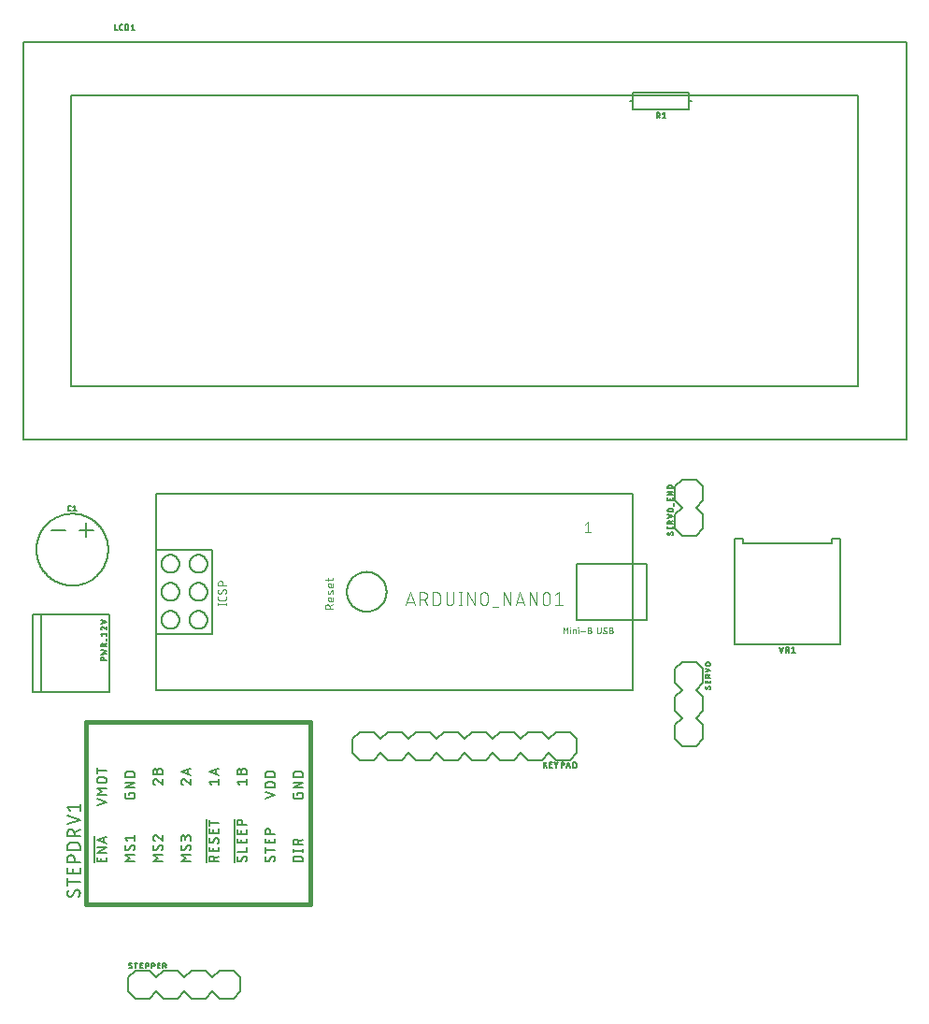
<source format=gbr>
G04 EAGLE Gerber RS-274X export*
G75*
%MOMM*%
%FSLAX34Y34*%
%LPD*%
%INSilkscreen Top*%
%IPPOS*%
%AMOC8*
5,1,8,0,0,1.08239X$1,22.5*%
G01*
%ADD10C,0.127000*%
%ADD11C,0.076200*%
%ADD12C,0.050800*%
%ADD13C,0.101600*%
%ADD14C,0.203200*%
%ADD15C,0.406400*%


D10*
X558800Y393700D02*
X127000Y393700D01*
X127000Y444500D01*
X127000Y520700D01*
X127000Y571500D01*
X558800Y571500D01*
X558800Y457200D01*
X558800Y393700D01*
X558800Y457200D02*
X571500Y457200D01*
X571500Y508000D01*
X508000Y508000D02*
X508000Y457200D01*
X558800Y457200D01*
X571500Y508000D02*
X508000Y508000D01*
X299539Y482600D02*
X299544Y483041D01*
X299561Y483481D01*
X299588Y483921D01*
X299625Y484360D01*
X299674Y484799D01*
X299733Y485235D01*
X299803Y485671D01*
X299884Y486104D01*
X299975Y486535D01*
X300077Y486964D01*
X300190Y487390D01*
X300312Y487814D01*
X300446Y488234D01*
X300589Y488651D01*
X300743Y489064D01*
X300906Y489473D01*
X301080Y489879D01*
X301263Y490279D01*
X301457Y490675D01*
X301660Y491067D01*
X301872Y491453D01*
X302094Y491834D01*
X302326Y492209D01*
X302566Y492579D01*
X302815Y492942D01*
X303074Y493299D01*
X303341Y493650D01*
X303616Y493994D01*
X303900Y494332D01*
X304192Y494662D01*
X304492Y494985D01*
X304800Y495300D01*
X305115Y495608D01*
X305438Y495908D01*
X305768Y496200D01*
X306106Y496484D01*
X306450Y496759D01*
X306801Y497026D01*
X307158Y497285D01*
X307521Y497534D01*
X307891Y497774D01*
X308266Y498006D01*
X308647Y498228D01*
X309033Y498440D01*
X309425Y498643D01*
X309821Y498837D01*
X310221Y499020D01*
X310627Y499194D01*
X311036Y499357D01*
X311449Y499511D01*
X311866Y499654D01*
X312286Y499788D01*
X312710Y499910D01*
X313136Y500023D01*
X313565Y500125D01*
X313996Y500216D01*
X314429Y500297D01*
X314865Y500367D01*
X315301Y500426D01*
X315740Y500475D01*
X316179Y500512D01*
X316619Y500539D01*
X317059Y500556D01*
X317500Y500561D01*
X317941Y500556D01*
X318381Y500539D01*
X318821Y500512D01*
X319260Y500475D01*
X319699Y500426D01*
X320135Y500367D01*
X320571Y500297D01*
X321004Y500216D01*
X321435Y500125D01*
X321864Y500023D01*
X322290Y499910D01*
X322714Y499788D01*
X323134Y499654D01*
X323551Y499511D01*
X323964Y499357D01*
X324373Y499194D01*
X324779Y499020D01*
X325179Y498837D01*
X325575Y498643D01*
X325967Y498440D01*
X326353Y498228D01*
X326734Y498006D01*
X327109Y497774D01*
X327479Y497534D01*
X327842Y497285D01*
X328199Y497026D01*
X328550Y496759D01*
X328894Y496484D01*
X329232Y496200D01*
X329562Y495908D01*
X329885Y495608D01*
X330200Y495300D01*
X330508Y494985D01*
X330808Y494662D01*
X331100Y494332D01*
X331384Y493994D01*
X331659Y493650D01*
X331926Y493299D01*
X332185Y492942D01*
X332434Y492579D01*
X332674Y492209D01*
X332906Y491834D01*
X333128Y491453D01*
X333340Y491067D01*
X333543Y490675D01*
X333737Y490279D01*
X333920Y489879D01*
X334094Y489473D01*
X334257Y489064D01*
X334411Y488651D01*
X334554Y488234D01*
X334688Y487814D01*
X334810Y487390D01*
X334923Y486964D01*
X335025Y486535D01*
X335116Y486104D01*
X335197Y485671D01*
X335267Y485235D01*
X335326Y484799D01*
X335375Y484360D01*
X335412Y483921D01*
X335439Y483481D01*
X335456Y483041D01*
X335461Y482600D01*
X335456Y482159D01*
X335439Y481719D01*
X335412Y481279D01*
X335375Y480840D01*
X335326Y480401D01*
X335267Y479965D01*
X335197Y479529D01*
X335116Y479096D01*
X335025Y478665D01*
X334923Y478236D01*
X334810Y477810D01*
X334688Y477386D01*
X334554Y476966D01*
X334411Y476549D01*
X334257Y476136D01*
X334094Y475727D01*
X333920Y475321D01*
X333737Y474921D01*
X333543Y474525D01*
X333340Y474133D01*
X333128Y473747D01*
X332906Y473366D01*
X332674Y472991D01*
X332434Y472621D01*
X332185Y472258D01*
X331926Y471901D01*
X331659Y471550D01*
X331384Y471206D01*
X331100Y470868D01*
X330808Y470538D01*
X330508Y470215D01*
X330200Y469900D01*
X329885Y469592D01*
X329562Y469292D01*
X329232Y469000D01*
X328894Y468716D01*
X328550Y468441D01*
X328199Y468174D01*
X327842Y467915D01*
X327479Y467666D01*
X327109Y467426D01*
X326734Y467194D01*
X326353Y466972D01*
X325967Y466760D01*
X325575Y466557D01*
X325179Y466363D01*
X324779Y466180D01*
X324373Y466006D01*
X323964Y465843D01*
X323551Y465689D01*
X323134Y465546D01*
X322714Y465412D01*
X322290Y465290D01*
X321864Y465177D01*
X321435Y465075D01*
X321004Y464984D01*
X320571Y464903D01*
X320135Y464833D01*
X319699Y464774D01*
X319260Y464725D01*
X318821Y464688D01*
X318381Y464661D01*
X317941Y464644D01*
X317500Y464639D01*
X317059Y464644D01*
X316619Y464661D01*
X316179Y464688D01*
X315740Y464725D01*
X315301Y464774D01*
X314865Y464833D01*
X314429Y464903D01*
X313996Y464984D01*
X313565Y465075D01*
X313136Y465177D01*
X312710Y465290D01*
X312286Y465412D01*
X311866Y465546D01*
X311449Y465689D01*
X311036Y465843D01*
X310627Y466006D01*
X310221Y466180D01*
X309821Y466363D01*
X309425Y466557D01*
X309033Y466760D01*
X308647Y466972D01*
X308266Y467194D01*
X307891Y467426D01*
X307521Y467666D01*
X307158Y467915D01*
X306801Y468174D01*
X306450Y468441D01*
X306106Y468716D01*
X305768Y469000D01*
X305438Y469292D01*
X305115Y469592D01*
X304800Y469900D01*
X304492Y470215D01*
X304192Y470538D01*
X303900Y470868D01*
X303616Y471206D01*
X303341Y471550D01*
X303074Y471901D01*
X302815Y472258D01*
X302566Y472621D01*
X302326Y472991D01*
X302094Y473366D01*
X301872Y473747D01*
X301660Y474133D01*
X301457Y474525D01*
X301263Y474921D01*
X301080Y475321D01*
X300906Y475727D01*
X300743Y476136D01*
X300589Y476549D01*
X300446Y476966D01*
X300312Y477386D01*
X300190Y477810D01*
X300077Y478236D01*
X299975Y478665D01*
X299884Y479096D01*
X299803Y479529D01*
X299733Y479965D01*
X299674Y480401D01*
X299625Y480840D01*
X299588Y481279D01*
X299561Y481719D01*
X299544Y482159D01*
X299539Y482600D01*
D11*
X287147Y466889D02*
X279781Y466889D01*
X279781Y468935D01*
X279783Y469024D01*
X279789Y469113D01*
X279799Y469202D01*
X279812Y469290D01*
X279829Y469378D01*
X279851Y469465D01*
X279876Y469550D01*
X279904Y469635D01*
X279937Y469718D01*
X279973Y469800D01*
X280012Y469880D01*
X280055Y469958D01*
X280101Y470034D01*
X280151Y470109D01*
X280204Y470181D01*
X280260Y470250D01*
X280319Y470317D01*
X280380Y470382D01*
X280445Y470443D01*
X280512Y470502D01*
X280581Y470558D01*
X280653Y470611D01*
X280728Y470661D01*
X280804Y470707D01*
X280882Y470750D01*
X280962Y470789D01*
X281044Y470825D01*
X281127Y470858D01*
X281212Y470886D01*
X281297Y470911D01*
X281384Y470933D01*
X281472Y470950D01*
X281560Y470963D01*
X281649Y470973D01*
X281738Y470979D01*
X281827Y470981D01*
X281916Y470979D01*
X282005Y470973D01*
X282094Y470963D01*
X282182Y470950D01*
X282270Y470933D01*
X282357Y470911D01*
X282442Y470886D01*
X282527Y470858D01*
X282610Y470825D01*
X282692Y470789D01*
X282772Y470750D01*
X282850Y470707D01*
X282926Y470661D01*
X283001Y470611D01*
X283073Y470558D01*
X283142Y470502D01*
X283209Y470443D01*
X283274Y470382D01*
X283335Y470317D01*
X283394Y470250D01*
X283450Y470181D01*
X283503Y470109D01*
X283553Y470034D01*
X283599Y469958D01*
X283642Y469880D01*
X283681Y469800D01*
X283717Y469718D01*
X283750Y469635D01*
X283778Y469550D01*
X283803Y469465D01*
X283825Y469378D01*
X283842Y469290D01*
X283855Y469202D01*
X283865Y469113D01*
X283871Y469024D01*
X283873Y468935D01*
X283873Y466889D01*
X283873Y469344D02*
X287147Y470981D01*
X287147Y475302D02*
X287147Y477348D01*
X287147Y475302D02*
X287145Y475233D01*
X287139Y475165D01*
X287130Y475096D01*
X287116Y475029D01*
X287099Y474962D01*
X287078Y474896D01*
X287054Y474832D01*
X287025Y474769D01*
X286994Y474708D01*
X286959Y474649D01*
X286921Y474591D01*
X286879Y474536D01*
X286835Y474484D01*
X286787Y474434D01*
X286737Y474386D01*
X286685Y474342D01*
X286630Y474301D01*
X286572Y474262D01*
X286513Y474227D01*
X286452Y474196D01*
X286389Y474167D01*
X286325Y474143D01*
X286259Y474122D01*
X286192Y474105D01*
X286125Y474091D01*
X286057Y474082D01*
X285988Y474076D01*
X285919Y474074D01*
X285919Y474075D02*
X283873Y474075D01*
X283873Y474074D02*
X283794Y474076D01*
X283715Y474082D01*
X283636Y474091D01*
X283558Y474104D01*
X283481Y474122D01*
X283405Y474142D01*
X283330Y474167D01*
X283256Y474195D01*
X283183Y474226D01*
X283112Y474262D01*
X283043Y474300D01*
X282976Y474342D01*
X282911Y474387D01*
X282848Y474435D01*
X282787Y474486D01*
X282730Y474540D01*
X282674Y474596D01*
X282622Y474655D01*
X282572Y474717D01*
X282526Y474781D01*
X282482Y474847D01*
X282442Y474915D01*
X282406Y474985D01*
X282372Y475057D01*
X282342Y475131D01*
X282316Y475205D01*
X282293Y475281D01*
X282275Y475358D01*
X282259Y475435D01*
X282248Y475514D01*
X282240Y475592D01*
X282236Y475671D01*
X282236Y475751D01*
X282240Y475830D01*
X282248Y475908D01*
X282259Y475987D01*
X282275Y476064D01*
X282293Y476141D01*
X282316Y476217D01*
X282342Y476291D01*
X282372Y476365D01*
X282406Y476437D01*
X282442Y476507D01*
X282482Y476575D01*
X282526Y476641D01*
X282572Y476705D01*
X282622Y476767D01*
X282674Y476826D01*
X282730Y476882D01*
X282787Y476936D01*
X282848Y476987D01*
X282911Y477035D01*
X282976Y477080D01*
X283043Y477122D01*
X283112Y477160D01*
X283183Y477196D01*
X283256Y477227D01*
X283330Y477255D01*
X283405Y477280D01*
X283481Y477300D01*
X283558Y477318D01*
X283636Y477331D01*
X283715Y477340D01*
X283794Y477346D01*
X283873Y477348D01*
X284692Y477348D01*
X284692Y474075D01*
X284282Y481028D02*
X285101Y483074D01*
X284282Y481028D02*
X284257Y480969D01*
X284228Y480912D01*
X284195Y480857D01*
X284159Y480804D01*
X284121Y480753D01*
X284079Y480705D01*
X284034Y480659D01*
X283987Y480616D01*
X283937Y480576D01*
X283885Y480539D01*
X283830Y480505D01*
X283774Y480474D01*
X283716Y480447D01*
X283656Y480424D01*
X283596Y480404D01*
X283534Y480388D01*
X283471Y480375D01*
X283407Y480367D01*
X283344Y480362D01*
X283280Y480361D01*
X283216Y480364D01*
X283152Y480371D01*
X283089Y480382D01*
X283027Y480396D01*
X282965Y480414D01*
X282905Y480436D01*
X282846Y480461D01*
X282789Y480490D01*
X282734Y480523D01*
X282681Y480558D01*
X282630Y480597D01*
X282581Y480639D01*
X282535Y480683D01*
X282492Y480731D01*
X282452Y480780D01*
X282415Y480833D01*
X282381Y480887D01*
X282350Y480943D01*
X282323Y481001D01*
X282299Y481060D01*
X282280Y481121D01*
X282263Y481183D01*
X282251Y481246D01*
X282242Y481309D01*
X282237Y481373D01*
X282236Y481437D01*
X282240Y481573D01*
X282248Y481708D01*
X282260Y481844D01*
X282276Y481978D01*
X282296Y482113D01*
X282319Y482246D01*
X282347Y482379D01*
X282378Y482511D01*
X282413Y482642D01*
X282452Y482772D01*
X282495Y482901D01*
X282542Y483028D01*
X282592Y483154D01*
X282646Y483279D01*
X285101Y483074D02*
X285126Y483133D01*
X285155Y483190D01*
X285188Y483245D01*
X285224Y483298D01*
X285262Y483349D01*
X285304Y483397D01*
X285349Y483443D01*
X285396Y483486D01*
X285446Y483526D01*
X285498Y483563D01*
X285553Y483597D01*
X285609Y483628D01*
X285667Y483655D01*
X285727Y483678D01*
X285787Y483698D01*
X285849Y483714D01*
X285912Y483727D01*
X285976Y483735D01*
X286039Y483740D01*
X286103Y483741D01*
X286167Y483738D01*
X286231Y483731D01*
X286294Y483720D01*
X286356Y483706D01*
X286418Y483688D01*
X286478Y483666D01*
X286537Y483641D01*
X286594Y483612D01*
X286649Y483579D01*
X286702Y483544D01*
X286753Y483505D01*
X286802Y483463D01*
X286848Y483419D01*
X286891Y483371D01*
X286931Y483322D01*
X286968Y483269D01*
X287002Y483215D01*
X287033Y483159D01*
X287060Y483101D01*
X287084Y483042D01*
X287103Y482981D01*
X287120Y482919D01*
X287132Y482856D01*
X287141Y482793D01*
X287146Y482729D01*
X287147Y482665D01*
X287143Y482501D01*
X287135Y482337D01*
X287123Y482173D01*
X287107Y482010D01*
X287087Y481847D01*
X287064Y481684D01*
X287036Y481523D01*
X287005Y481361D01*
X286970Y481201D01*
X286931Y481042D01*
X286888Y480883D01*
X286842Y480726D01*
X286792Y480569D01*
X286738Y480414D01*
X287147Y487982D02*
X287147Y490028D01*
X287147Y487982D02*
X287145Y487913D01*
X287139Y487845D01*
X287130Y487776D01*
X287116Y487709D01*
X287099Y487642D01*
X287078Y487576D01*
X287054Y487512D01*
X287025Y487449D01*
X286994Y487388D01*
X286959Y487329D01*
X286921Y487271D01*
X286879Y487216D01*
X286835Y487164D01*
X286787Y487114D01*
X286737Y487066D01*
X286685Y487022D01*
X286630Y486981D01*
X286572Y486942D01*
X286513Y486907D01*
X286452Y486876D01*
X286389Y486847D01*
X286325Y486823D01*
X286259Y486802D01*
X286192Y486785D01*
X286125Y486771D01*
X286057Y486762D01*
X285988Y486756D01*
X285919Y486754D01*
X283873Y486754D01*
X283794Y486756D01*
X283715Y486762D01*
X283636Y486771D01*
X283558Y486784D01*
X283481Y486802D01*
X283405Y486822D01*
X283330Y486847D01*
X283256Y486875D01*
X283183Y486906D01*
X283112Y486942D01*
X283043Y486980D01*
X282976Y487022D01*
X282911Y487067D01*
X282848Y487115D01*
X282787Y487166D01*
X282730Y487220D01*
X282674Y487276D01*
X282622Y487335D01*
X282572Y487397D01*
X282526Y487461D01*
X282482Y487527D01*
X282442Y487595D01*
X282406Y487665D01*
X282372Y487737D01*
X282342Y487811D01*
X282316Y487885D01*
X282293Y487961D01*
X282275Y488038D01*
X282259Y488115D01*
X282248Y488194D01*
X282240Y488272D01*
X282236Y488351D01*
X282236Y488431D01*
X282240Y488510D01*
X282248Y488588D01*
X282259Y488667D01*
X282275Y488744D01*
X282293Y488821D01*
X282316Y488897D01*
X282342Y488971D01*
X282372Y489045D01*
X282406Y489117D01*
X282442Y489187D01*
X282482Y489255D01*
X282526Y489321D01*
X282572Y489385D01*
X282622Y489447D01*
X282674Y489506D01*
X282730Y489562D01*
X282787Y489616D01*
X282848Y489667D01*
X282911Y489715D01*
X282976Y489760D01*
X283043Y489802D01*
X283112Y489840D01*
X283183Y489876D01*
X283256Y489907D01*
X283330Y489935D01*
X283405Y489960D01*
X283481Y489980D01*
X283558Y489998D01*
X283636Y490011D01*
X283715Y490020D01*
X283794Y490026D01*
X283873Y490028D01*
X284692Y490028D01*
X284692Y486754D01*
X282236Y492464D02*
X282236Y494919D01*
X279781Y493282D02*
X285919Y493282D01*
X285988Y493284D01*
X286056Y493290D01*
X286125Y493299D01*
X286192Y493313D01*
X286259Y493330D01*
X286325Y493351D01*
X286389Y493375D01*
X286452Y493404D01*
X286513Y493435D01*
X286572Y493470D01*
X286630Y493508D01*
X286685Y493550D01*
X286737Y493594D01*
X286787Y493642D01*
X286835Y493692D01*
X286879Y493744D01*
X286921Y493799D01*
X286959Y493857D01*
X286994Y493916D01*
X287025Y493977D01*
X287054Y494040D01*
X287078Y494104D01*
X287099Y494170D01*
X287116Y494237D01*
X287130Y494304D01*
X287139Y494373D01*
X287145Y494441D01*
X287147Y494510D01*
X287147Y494919D01*
X515098Y543631D02*
X517708Y545719D01*
X517708Y536321D01*
X515098Y536321D02*
X520319Y536321D01*
D12*
X495554Y450342D02*
X495554Y444754D01*
X497417Y447238D02*
X495554Y450342D01*
X497417Y447238D02*
X499279Y450342D01*
X499279Y444754D01*
X501806Y444754D02*
X501806Y448479D01*
X501651Y450032D02*
X501651Y450342D01*
X501961Y450342D01*
X501961Y450032D01*
X501651Y450032D01*
X504222Y448479D02*
X504222Y444754D01*
X504222Y448479D02*
X505774Y448479D01*
X505832Y448477D01*
X505891Y448472D01*
X505948Y448463D01*
X506006Y448450D01*
X506062Y448433D01*
X506117Y448414D01*
X506170Y448390D01*
X506223Y448364D01*
X506273Y448334D01*
X506321Y448301D01*
X506367Y448265D01*
X506411Y448227D01*
X506453Y448185D01*
X506491Y448141D01*
X506527Y448095D01*
X506560Y448047D01*
X506590Y447997D01*
X506616Y447944D01*
X506640Y447891D01*
X506659Y447836D01*
X506676Y447780D01*
X506689Y447722D01*
X506698Y447665D01*
X506703Y447606D01*
X506705Y447548D01*
X506705Y444754D01*
X509121Y444754D02*
X509121Y448479D01*
X508966Y450032D02*
X508966Y450342D01*
X509276Y450342D01*
X509276Y450032D01*
X508966Y450032D01*
X511464Y446927D02*
X515190Y446927D01*
X517893Y447858D02*
X519445Y447858D01*
X519522Y447856D01*
X519600Y447850D01*
X519676Y447841D01*
X519753Y447827D01*
X519828Y447810D01*
X519902Y447789D01*
X519976Y447764D01*
X520048Y447736D01*
X520118Y447704D01*
X520187Y447669D01*
X520254Y447630D01*
X520319Y447588D01*
X520382Y447543D01*
X520443Y447495D01*
X520501Y447444D01*
X520556Y447390D01*
X520609Y447333D01*
X520658Y447274D01*
X520705Y447212D01*
X520749Y447148D01*
X520789Y447082D01*
X520826Y447014D01*
X520860Y446944D01*
X520890Y446873D01*
X520916Y446800D01*
X520939Y446726D01*
X520958Y446651D01*
X520973Y446576D01*
X520985Y446499D01*
X520993Y446422D01*
X520997Y446345D01*
X520997Y446267D01*
X520993Y446190D01*
X520985Y446113D01*
X520973Y446036D01*
X520958Y445961D01*
X520939Y445886D01*
X520916Y445812D01*
X520890Y445739D01*
X520860Y445668D01*
X520826Y445598D01*
X520789Y445530D01*
X520749Y445464D01*
X520705Y445400D01*
X520658Y445338D01*
X520609Y445279D01*
X520556Y445222D01*
X520501Y445168D01*
X520443Y445117D01*
X520382Y445069D01*
X520319Y445024D01*
X520254Y444982D01*
X520187Y444943D01*
X520118Y444908D01*
X520048Y444876D01*
X519976Y444848D01*
X519902Y444823D01*
X519828Y444802D01*
X519753Y444785D01*
X519676Y444771D01*
X519600Y444762D01*
X519522Y444756D01*
X519445Y444754D01*
X517893Y444754D01*
X517893Y450342D01*
X519445Y450342D01*
X519515Y450340D01*
X519584Y450334D01*
X519653Y450324D01*
X519721Y450311D01*
X519789Y450293D01*
X519855Y450272D01*
X519920Y450247D01*
X519984Y450219D01*
X520046Y450187D01*
X520106Y450152D01*
X520164Y450113D01*
X520219Y450071D01*
X520273Y450026D01*
X520323Y449978D01*
X520371Y449928D01*
X520416Y449874D01*
X520458Y449819D01*
X520497Y449761D01*
X520532Y449701D01*
X520564Y449639D01*
X520592Y449575D01*
X520617Y449510D01*
X520638Y449444D01*
X520656Y449376D01*
X520669Y449308D01*
X520679Y449239D01*
X520685Y449170D01*
X520687Y449100D01*
X520685Y449030D01*
X520679Y448961D01*
X520669Y448892D01*
X520656Y448824D01*
X520638Y448756D01*
X520617Y448690D01*
X520592Y448625D01*
X520564Y448561D01*
X520532Y448499D01*
X520497Y448439D01*
X520458Y448381D01*
X520416Y448326D01*
X520371Y448272D01*
X520323Y448222D01*
X520273Y448174D01*
X520219Y448129D01*
X520164Y448087D01*
X520106Y448048D01*
X520046Y448013D01*
X519984Y447981D01*
X519920Y447953D01*
X519855Y447928D01*
X519789Y447907D01*
X519721Y447889D01*
X519653Y447876D01*
X519584Y447866D01*
X519515Y447860D01*
X519445Y447858D01*
X526222Y446306D02*
X526222Y450342D01*
X526222Y446306D02*
X526224Y446229D01*
X526230Y446151D01*
X526239Y446075D01*
X526253Y445998D01*
X526270Y445923D01*
X526291Y445849D01*
X526316Y445775D01*
X526344Y445703D01*
X526376Y445633D01*
X526411Y445564D01*
X526450Y445497D01*
X526492Y445432D01*
X526537Y445369D01*
X526585Y445308D01*
X526636Y445250D01*
X526690Y445195D01*
X526747Y445142D01*
X526806Y445093D01*
X526868Y445046D01*
X526932Y445002D01*
X526998Y444962D01*
X527066Y444925D01*
X527136Y444891D01*
X527207Y444861D01*
X527280Y444835D01*
X527354Y444812D01*
X527429Y444793D01*
X527504Y444778D01*
X527581Y444766D01*
X527658Y444758D01*
X527735Y444754D01*
X527813Y444754D01*
X527890Y444758D01*
X527967Y444766D01*
X528044Y444778D01*
X528119Y444793D01*
X528194Y444812D01*
X528268Y444835D01*
X528341Y444861D01*
X528412Y444891D01*
X528482Y444925D01*
X528550Y444962D01*
X528616Y445002D01*
X528680Y445046D01*
X528742Y445093D01*
X528801Y445142D01*
X528858Y445195D01*
X528912Y445250D01*
X528963Y445308D01*
X529011Y445369D01*
X529056Y445432D01*
X529098Y445497D01*
X529137Y445564D01*
X529172Y445633D01*
X529204Y445703D01*
X529232Y445775D01*
X529257Y445849D01*
X529278Y445923D01*
X529295Y445998D01*
X529309Y446075D01*
X529318Y446151D01*
X529324Y446229D01*
X529326Y446306D01*
X529327Y446306D02*
X529327Y450342D01*
X534813Y445996D02*
X534811Y445926D01*
X534805Y445857D01*
X534795Y445788D01*
X534782Y445720D01*
X534764Y445652D01*
X534743Y445586D01*
X534718Y445521D01*
X534690Y445457D01*
X534658Y445395D01*
X534623Y445335D01*
X534584Y445277D01*
X534542Y445222D01*
X534497Y445168D01*
X534449Y445118D01*
X534399Y445070D01*
X534345Y445025D01*
X534290Y444983D01*
X534232Y444944D01*
X534172Y444909D01*
X534110Y444877D01*
X534046Y444849D01*
X533981Y444824D01*
X533915Y444803D01*
X533847Y444785D01*
X533779Y444772D01*
X533710Y444762D01*
X533641Y444756D01*
X533571Y444754D01*
X533472Y444756D01*
X533374Y444761D01*
X533276Y444771D01*
X533178Y444784D01*
X533081Y444800D01*
X532984Y444820D01*
X532889Y444844D01*
X532794Y444872D01*
X532700Y444903D01*
X532608Y444937D01*
X532517Y444975D01*
X532427Y445016D01*
X532339Y445061D01*
X532253Y445109D01*
X532169Y445160D01*
X532087Y445214D01*
X532006Y445272D01*
X531928Y445332D01*
X531853Y445395D01*
X531779Y445461D01*
X531709Y445530D01*
X531864Y449100D02*
X531866Y449170D01*
X531872Y449239D01*
X531882Y449308D01*
X531895Y449376D01*
X531913Y449444D01*
X531934Y449510D01*
X531959Y449575D01*
X531987Y449639D01*
X532019Y449701D01*
X532054Y449761D01*
X532093Y449819D01*
X532135Y449874D01*
X532180Y449928D01*
X532228Y449978D01*
X532278Y450026D01*
X532332Y450071D01*
X532387Y450113D01*
X532445Y450152D01*
X532505Y450187D01*
X532567Y450219D01*
X532631Y450247D01*
X532696Y450272D01*
X532762Y450293D01*
X532830Y450311D01*
X532898Y450324D01*
X532967Y450334D01*
X533036Y450340D01*
X533106Y450342D01*
X533200Y450340D01*
X533293Y450334D01*
X533386Y450325D01*
X533479Y450312D01*
X533571Y450295D01*
X533662Y450275D01*
X533753Y450250D01*
X533842Y450223D01*
X533930Y450191D01*
X534017Y450156D01*
X534103Y450118D01*
X534186Y450076D01*
X534268Y450031D01*
X534349Y449983D01*
X534427Y449931D01*
X534503Y449876D01*
X532485Y448014D02*
X532426Y448050D01*
X532370Y448090D01*
X532316Y448133D01*
X532264Y448178D01*
X532215Y448227D01*
X532169Y448278D01*
X532126Y448331D01*
X532085Y448387D01*
X532048Y448445D01*
X532013Y448505D01*
X531983Y448566D01*
X531955Y448629D01*
X531931Y448694D01*
X531911Y448760D01*
X531894Y448827D01*
X531881Y448894D01*
X531872Y448962D01*
X531866Y449031D01*
X531864Y449100D01*
X534192Y447082D02*
X534251Y447046D01*
X534307Y447006D01*
X534361Y446963D01*
X534413Y446918D01*
X534462Y446869D01*
X534508Y446818D01*
X534551Y446765D01*
X534592Y446709D01*
X534629Y446651D01*
X534664Y446591D01*
X534694Y446530D01*
X534722Y446467D01*
X534746Y446402D01*
X534766Y446336D01*
X534783Y446269D01*
X534796Y446202D01*
X534805Y446134D01*
X534811Y446065D01*
X534813Y445996D01*
X534192Y447082D02*
X532485Y448014D01*
X537278Y447858D02*
X538830Y447858D01*
X538907Y447856D01*
X538985Y447850D01*
X539061Y447841D01*
X539138Y447827D01*
X539213Y447810D01*
X539287Y447789D01*
X539361Y447764D01*
X539433Y447736D01*
X539503Y447704D01*
X539572Y447669D01*
X539639Y447630D01*
X539704Y447588D01*
X539767Y447543D01*
X539828Y447495D01*
X539886Y447444D01*
X539941Y447390D01*
X539994Y447333D01*
X540043Y447274D01*
X540090Y447212D01*
X540134Y447148D01*
X540174Y447082D01*
X540211Y447014D01*
X540245Y446944D01*
X540275Y446873D01*
X540301Y446800D01*
X540324Y446726D01*
X540343Y446651D01*
X540358Y446576D01*
X540370Y446499D01*
X540378Y446422D01*
X540382Y446345D01*
X540382Y446267D01*
X540378Y446190D01*
X540370Y446113D01*
X540358Y446036D01*
X540343Y445961D01*
X540324Y445886D01*
X540301Y445812D01*
X540275Y445739D01*
X540245Y445668D01*
X540211Y445598D01*
X540174Y445530D01*
X540134Y445464D01*
X540090Y445400D01*
X540043Y445338D01*
X539994Y445279D01*
X539941Y445222D01*
X539886Y445168D01*
X539828Y445117D01*
X539767Y445069D01*
X539704Y445024D01*
X539639Y444982D01*
X539572Y444943D01*
X539503Y444908D01*
X539433Y444876D01*
X539361Y444848D01*
X539287Y444823D01*
X539213Y444802D01*
X539138Y444785D01*
X539061Y444771D01*
X538985Y444762D01*
X538907Y444756D01*
X538830Y444754D01*
X537278Y444754D01*
X537278Y450342D01*
X538830Y450342D01*
X538900Y450340D01*
X538969Y450334D01*
X539038Y450324D01*
X539106Y450311D01*
X539174Y450293D01*
X539240Y450272D01*
X539305Y450247D01*
X539369Y450219D01*
X539431Y450187D01*
X539491Y450152D01*
X539549Y450113D01*
X539604Y450071D01*
X539658Y450026D01*
X539708Y449978D01*
X539756Y449928D01*
X539801Y449874D01*
X539843Y449819D01*
X539882Y449761D01*
X539917Y449701D01*
X539949Y449639D01*
X539977Y449575D01*
X540002Y449510D01*
X540023Y449444D01*
X540041Y449376D01*
X540054Y449308D01*
X540064Y449239D01*
X540070Y449170D01*
X540072Y449100D01*
X540070Y449030D01*
X540064Y448961D01*
X540054Y448892D01*
X540041Y448824D01*
X540023Y448756D01*
X540002Y448690D01*
X539977Y448625D01*
X539949Y448561D01*
X539917Y448499D01*
X539882Y448439D01*
X539843Y448381D01*
X539801Y448326D01*
X539756Y448272D01*
X539708Y448222D01*
X539658Y448174D01*
X539604Y448129D01*
X539549Y448087D01*
X539491Y448048D01*
X539431Y448013D01*
X539369Y447981D01*
X539305Y447953D01*
X539240Y447928D01*
X539174Y447907D01*
X539106Y447889D01*
X539038Y447876D01*
X538969Y447866D01*
X538900Y447860D01*
X538830Y447858D01*
D10*
X177800Y444500D02*
X127000Y444500D01*
X177800Y444500D02*
X177800Y520700D01*
X127000Y520700D01*
X131700Y508000D02*
X131702Y508196D01*
X131710Y508393D01*
X131722Y508589D01*
X131739Y508784D01*
X131760Y508979D01*
X131787Y509174D01*
X131818Y509368D01*
X131854Y509561D01*
X131894Y509753D01*
X131940Y509944D01*
X131990Y510134D01*
X132044Y510322D01*
X132104Y510509D01*
X132168Y510695D01*
X132236Y510879D01*
X132309Y511061D01*
X132386Y511242D01*
X132468Y511420D01*
X132554Y511597D01*
X132645Y511771D01*
X132739Y511943D01*
X132838Y512113D01*
X132941Y512280D01*
X133048Y512445D01*
X133159Y512606D01*
X133274Y512766D01*
X133393Y512922D01*
X133516Y513075D01*
X133642Y513225D01*
X133772Y513372D01*
X133906Y513516D01*
X134043Y513657D01*
X134184Y513794D01*
X134328Y513928D01*
X134475Y514058D01*
X134625Y514184D01*
X134778Y514307D01*
X134934Y514426D01*
X135094Y514541D01*
X135255Y514652D01*
X135420Y514759D01*
X135587Y514862D01*
X135757Y514961D01*
X135929Y515055D01*
X136103Y515146D01*
X136280Y515232D01*
X136458Y515314D01*
X136639Y515391D01*
X136821Y515464D01*
X137005Y515532D01*
X137191Y515596D01*
X137378Y515656D01*
X137566Y515710D01*
X137756Y515760D01*
X137947Y515806D01*
X138139Y515846D01*
X138332Y515882D01*
X138526Y515913D01*
X138721Y515940D01*
X138916Y515961D01*
X139111Y515978D01*
X139307Y515990D01*
X139504Y515998D01*
X139700Y516000D01*
X139896Y515998D01*
X140093Y515990D01*
X140289Y515978D01*
X140484Y515961D01*
X140679Y515940D01*
X140874Y515913D01*
X141068Y515882D01*
X141261Y515846D01*
X141453Y515806D01*
X141644Y515760D01*
X141834Y515710D01*
X142022Y515656D01*
X142209Y515596D01*
X142395Y515532D01*
X142579Y515464D01*
X142761Y515391D01*
X142942Y515314D01*
X143120Y515232D01*
X143297Y515146D01*
X143471Y515055D01*
X143643Y514961D01*
X143813Y514862D01*
X143980Y514759D01*
X144145Y514652D01*
X144306Y514541D01*
X144466Y514426D01*
X144622Y514307D01*
X144775Y514184D01*
X144925Y514058D01*
X145072Y513928D01*
X145216Y513794D01*
X145357Y513657D01*
X145494Y513516D01*
X145628Y513372D01*
X145758Y513225D01*
X145884Y513075D01*
X146007Y512922D01*
X146126Y512766D01*
X146241Y512606D01*
X146352Y512445D01*
X146459Y512280D01*
X146562Y512113D01*
X146661Y511943D01*
X146755Y511771D01*
X146846Y511597D01*
X146932Y511420D01*
X147014Y511242D01*
X147091Y511061D01*
X147164Y510879D01*
X147232Y510695D01*
X147296Y510509D01*
X147356Y510322D01*
X147410Y510134D01*
X147460Y509944D01*
X147506Y509753D01*
X147546Y509561D01*
X147582Y509368D01*
X147613Y509174D01*
X147640Y508979D01*
X147661Y508784D01*
X147678Y508589D01*
X147690Y508393D01*
X147698Y508196D01*
X147700Y508000D01*
X147698Y507804D01*
X147690Y507607D01*
X147678Y507411D01*
X147661Y507216D01*
X147640Y507021D01*
X147613Y506826D01*
X147582Y506632D01*
X147546Y506439D01*
X147506Y506247D01*
X147460Y506056D01*
X147410Y505866D01*
X147356Y505678D01*
X147296Y505491D01*
X147232Y505305D01*
X147164Y505121D01*
X147091Y504939D01*
X147014Y504758D01*
X146932Y504580D01*
X146846Y504403D01*
X146755Y504229D01*
X146661Y504057D01*
X146562Y503887D01*
X146459Y503720D01*
X146352Y503555D01*
X146241Y503394D01*
X146126Y503234D01*
X146007Y503078D01*
X145884Y502925D01*
X145758Y502775D01*
X145628Y502628D01*
X145494Y502484D01*
X145357Y502343D01*
X145216Y502206D01*
X145072Y502072D01*
X144925Y501942D01*
X144775Y501816D01*
X144622Y501693D01*
X144466Y501574D01*
X144306Y501459D01*
X144145Y501348D01*
X143980Y501241D01*
X143813Y501138D01*
X143643Y501039D01*
X143471Y500945D01*
X143297Y500854D01*
X143120Y500768D01*
X142942Y500686D01*
X142761Y500609D01*
X142579Y500536D01*
X142395Y500468D01*
X142209Y500404D01*
X142022Y500344D01*
X141834Y500290D01*
X141644Y500240D01*
X141453Y500194D01*
X141261Y500154D01*
X141068Y500118D01*
X140874Y500087D01*
X140679Y500060D01*
X140484Y500039D01*
X140289Y500022D01*
X140093Y500010D01*
X139896Y500002D01*
X139700Y500000D01*
X139504Y500002D01*
X139307Y500010D01*
X139111Y500022D01*
X138916Y500039D01*
X138721Y500060D01*
X138526Y500087D01*
X138332Y500118D01*
X138139Y500154D01*
X137947Y500194D01*
X137756Y500240D01*
X137566Y500290D01*
X137378Y500344D01*
X137191Y500404D01*
X137005Y500468D01*
X136821Y500536D01*
X136639Y500609D01*
X136458Y500686D01*
X136280Y500768D01*
X136103Y500854D01*
X135929Y500945D01*
X135757Y501039D01*
X135587Y501138D01*
X135420Y501241D01*
X135255Y501348D01*
X135094Y501459D01*
X134934Y501574D01*
X134778Y501693D01*
X134625Y501816D01*
X134475Y501942D01*
X134328Y502072D01*
X134184Y502206D01*
X134043Y502343D01*
X133906Y502484D01*
X133772Y502628D01*
X133642Y502775D01*
X133516Y502925D01*
X133393Y503078D01*
X133274Y503234D01*
X133159Y503394D01*
X133048Y503555D01*
X132941Y503720D01*
X132838Y503887D01*
X132739Y504057D01*
X132645Y504229D01*
X132554Y504403D01*
X132468Y504580D01*
X132386Y504758D01*
X132309Y504939D01*
X132236Y505121D01*
X132168Y505305D01*
X132104Y505491D01*
X132044Y505678D01*
X131990Y505866D01*
X131940Y506056D01*
X131894Y506247D01*
X131854Y506439D01*
X131818Y506632D01*
X131787Y506826D01*
X131760Y507021D01*
X131739Y507216D01*
X131722Y507411D01*
X131710Y507607D01*
X131702Y507804D01*
X131700Y508000D01*
X131700Y482600D02*
X131702Y482796D01*
X131710Y482993D01*
X131722Y483189D01*
X131739Y483384D01*
X131760Y483579D01*
X131787Y483774D01*
X131818Y483968D01*
X131854Y484161D01*
X131894Y484353D01*
X131940Y484544D01*
X131990Y484734D01*
X132044Y484922D01*
X132104Y485109D01*
X132168Y485295D01*
X132236Y485479D01*
X132309Y485661D01*
X132386Y485842D01*
X132468Y486020D01*
X132554Y486197D01*
X132645Y486371D01*
X132739Y486543D01*
X132838Y486713D01*
X132941Y486880D01*
X133048Y487045D01*
X133159Y487206D01*
X133274Y487366D01*
X133393Y487522D01*
X133516Y487675D01*
X133642Y487825D01*
X133772Y487972D01*
X133906Y488116D01*
X134043Y488257D01*
X134184Y488394D01*
X134328Y488528D01*
X134475Y488658D01*
X134625Y488784D01*
X134778Y488907D01*
X134934Y489026D01*
X135094Y489141D01*
X135255Y489252D01*
X135420Y489359D01*
X135587Y489462D01*
X135757Y489561D01*
X135929Y489655D01*
X136103Y489746D01*
X136280Y489832D01*
X136458Y489914D01*
X136639Y489991D01*
X136821Y490064D01*
X137005Y490132D01*
X137191Y490196D01*
X137378Y490256D01*
X137566Y490310D01*
X137756Y490360D01*
X137947Y490406D01*
X138139Y490446D01*
X138332Y490482D01*
X138526Y490513D01*
X138721Y490540D01*
X138916Y490561D01*
X139111Y490578D01*
X139307Y490590D01*
X139504Y490598D01*
X139700Y490600D01*
X139896Y490598D01*
X140093Y490590D01*
X140289Y490578D01*
X140484Y490561D01*
X140679Y490540D01*
X140874Y490513D01*
X141068Y490482D01*
X141261Y490446D01*
X141453Y490406D01*
X141644Y490360D01*
X141834Y490310D01*
X142022Y490256D01*
X142209Y490196D01*
X142395Y490132D01*
X142579Y490064D01*
X142761Y489991D01*
X142942Y489914D01*
X143120Y489832D01*
X143297Y489746D01*
X143471Y489655D01*
X143643Y489561D01*
X143813Y489462D01*
X143980Y489359D01*
X144145Y489252D01*
X144306Y489141D01*
X144466Y489026D01*
X144622Y488907D01*
X144775Y488784D01*
X144925Y488658D01*
X145072Y488528D01*
X145216Y488394D01*
X145357Y488257D01*
X145494Y488116D01*
X145628Y487972D01*
X145758Y487825D01*
X145884Y487675D01*
X146007Y487522D01*
X146126Y487366D01*
X146241Y487206D01*
X146352Y487045D01*
X146459Y486880D01*
X146562Y486713D01*
X146661Y486543D01*
X146755Y486371D01*
X146846Y486197D01*
X146932Y486020D01*
X147014Y485842D01*
X147091Y485661D01*
X147164Y485479D01*
X147232Y485295D01*
X147296Y485109D01*
X147356Y484922D01*
X147410Y484734D01*
X147460Y484544D01*
X147506Y484353D01*
X147546Y484161D01*
X147582Y483968D01*
X147613Y483774D01*
X147640Y483579D01*
X147661Y483384D01*
X147678Y483189D01*
X147690Y482993D01*
X147698Y482796D01*
X147700Y482600D01*
X147698Y482404D01*
X147690Y482207D01*
X147678Y482011D01*
X147661Y481816D01*
X147640Y481621D01*
X147613Y481426D01*
X147582Y481232D01*
X147546Y481039D01*
X147506Y480847D01*
X147460Y480656D01*
X147410Y480466D01*
X147356Y480278D01*
X147296Y480091D01*
X147232Y479905D01*
X147164Y479721D01*
X147091Y479539D01*
X147014Y479358D01*
X146932Y479180D01*
X146846Y479003D01*
X146755Y478829D01*
X146661Y478657D01*
X146562Y478487D01*
X146459Y478320D01*
X146352Y478155D01*
X146241Y477994D01*
X146126Y477834D01*
X146007Y477678D01*
X145884Y477525D01*
X145758Y477375D01*
X145628Y477228D01*
X145494Y477084D01*
X145357Y476943D01*
X145216Y476806D01*
X145072Y476672D01*
X144925Y476542D01*
X144775Y476416D01*
X144622Y476293D01*
X144466Y476174D01*
X144306Y476059D01*
X144145Y475948D01*
X143980Y475841D01*
X143813Y475738D01*
X143643Y475639D01*
X143471Y475545D01*
X143297Y475454D01*
X143120Y475368D01*
X142942Y475286D01*
X142761Y475209D01*
X142579Y475136D01*
X142395Y475068D01*
X142209Y475004D01*
X142022Y474944D01*
X141834Y474890D01*
X141644Y474840D01*
X141453Y474794D01*
X141261Y474754D01*
X141068Y474718D01*
X140874Y474687D01*
X140679Y474660D01*
X140484Y474639D01*
X140289Y474622D01*
X140093Y474610D01*
X139896Y474602D01*
X139700Y474600D01*
X139504Y474602D01*
X139307Y474610D01*
X139111Y474622D01*
X138916Y474639D01*
X138721Y474660D01*
X138526Y474687D01*
X138332Y474718D01*
X138139Y474754D01*
X137947Y474794D01*
X137756Y474840D01*
X137566Y474890D01*
X137378Y474944D01*
X137191Y475004D01*
X137005Y475068D01*
X136821Y475136D01*
X136639Y475209D01*
X136458Y475286D01*
X136280Y475368D01*
X136103Y475454D01*
X135929Y475545D01*
X135757Y475639D01*
X135587Y475738D01*
X135420Y475841D01*
X135255Y475948D01*
X135094Y476059D01*
X134934Y476174D01*
X134778Y476293D01*
X134625Y476416D01*
X134475Y476542D01*
X134328Y476672D01*
X134184Y476806D01*
X134043Y476943D01*
X133906Y477084D01*
X133772Y477228D01*
X133642Y477375D01*
X133516Y477525D01*
X133393Y477678D01*
X133274Y477834D01*
X133159Y477994D01*
X133048Y478155D01*
X132941Y478320D01*
X132838Y478487D01*
X132739Y478657D01*
X132645Y478829D01*
X132554Y479003D01*
X132468Y479180D01*
X132386Y479358D01*
X132309Y479539D01*
X132236Y479721D01*
X132168Y479905D01*
X132104Y480091D01*
X132044Y480278D01*
X131990Y480466D01*
X131940Y480656D01*
X131894Y480847D01*
X131854Y481039D01*
X131818Y481232D01*
X131787Y481426D01*
X131760Y481621D01*
X131739Y481816D01*
X131722Y482011D01*
X131710Y482207D01*
X131702Y482404D01*
X131700Y482600D01*
X131700Y457200D02*
X131702Y457396D01*
X131710Y457593D01*
X131722Y457789D01*
X131739Y457984D01*
X131760Y458179D01*
X131787Y458374D01*
X131818Y458568D01*
X131854Y458761D01*
X131894Y458953D01*
X131940Y459144D01*
X131990Y459334D01*
X132044Y459522D01*
X132104Y459709D01*
X132168Y459895D01*
X132236Y460079D01*
X132309Y460261D01*
X132386Y460442D01*
X132468Y460620D01*
X132554Y460797D01*
X132645Y460971D01*
X132739Y461143D01*
X132838Y461313D01*
X132941Y461480D01*
X133048Y461645D01*
X133159Y461806D01*
X133274Y461966D01*
X133393Y462122D01*
X133516Y462275D01*
X133642Y462425D01*
X133772Y462572D01*
X133906Y462716D01*
X134043Y462857D01*
X134184Y462994D01*
X134328Y463128D01*
X134475Y463258D01*
X134625Y463384D01*
X134778Y463507D01*
X134934Y463626D01*
X135094Y463741D01*
X135255Y463852D01*
X135420Y463959D01*
X135587Y464062D01*
X135757Y464161D01*
X135929Y464255D01*
X136103Y464346D01*
X136280Y464432D01*
X136458Y464514D01*
X136639Y464591D01*
X136821Y464664D01*
X137005Y464732D01*
X137191Y464796D01*
X137378Y464856D01*
X137566Y464910D01*
X137756Y464960D01*
X137947Y465006D01*
X138139Y465046D01*
X138332Y465082D01*
X138526Y465113D01*
X138721Y465140D01*
X138916Y465161D01*
X139111Y465178D01*
X139307Y465190D01*
X139504Y465198D01*
X139700Y465200D01*
X139896Y465198D01*
X140093Y465190D01*
X140289Y465178D01*
X140484Y465161D01*
X140679Y465140D01*
X140874Y465113D01*
X141068Y465082D01*
X141261Y465046D01*
X141453Y465006D01*
X141644Y464960D01*
X141834Y464910D01*
X142022Y464856D01*
X142209Y464796D01*
X142395Y464732D01*
X142579Y464664D01*
X142761Y464591D01*
X142942Y464514D01*
X143120Y464432D01*
X143297Y464346D01*
X143471Y464255D01*
X143643Y464161D01*
X143813Y464062D01*
X143980Y463959D01*
X144145Y463852D01*
X144306Y463741D01*
X144466Y463626D01*
X144622Y463507D01*
X144775Y463384D01*
X144925Y463258D01*
X145072Y463128D01*
X145216Y462994D01*
X145357Y462857D01*
X145494Y462716D01*
X145628Y462572D01*
X145758Y462425D01*
X145884Y462275D01*
X146007Y462122D01*
X146126Y461966D01*
X146241Y461806D01*
X146352Y461645D01*
X146459Y461480D01*
X146562Y461313D01*
X146661Y461143D01*
X146755Y460971D01*
X146846Y460797D01*
X146932Y460620D01*
X147014Y460442D01*
X147091Y460261D01*
X147164Y460079D01*
X147232Y459895D01*
X147296Y459709D01*
X147356Y459522D01*
X147410Y459334D01*
X147460Y459144D01*
X147506Y458953D01*
X147546Y458761D01*
X147582Y458568D01*
X147613Y458374D01*
X147640Y458179D01*
X147661Y457984D01*
X147678Y457789D01*
X147690Y457593D01*
X147698Y457396D01*
X147700Y457200D01*
X147698Y457004D01*
X147690Y456807D01*
X147678Y456611D01*
X147661Y456416D01*
X147640Y456221D01*
X147613Y456026D01*
X147582Y455832D01*
X147546Y455639D01*
X147506Y455447D01*
X147460Y455256D01*
X147410Y455066D01*
X147356Y454878D01*
X147296Y454691D01*
X147232Y454505D01*
X147164Y454321D01*
X147091Y454139D01*
X147014Y453958D01*
X146932Y453780D01*
X146846Y453603D01*
X146755Y453429D01*
X146661Y453257D01*
X146562Y453087D01*
X146459Y452920D01*
X146352Y452755D01*
X146241Y452594D01*
X146126Y452434D01*
X146007Y452278D01*
X145884Y452125D01*
X145758Y451975D01*
X145628Y451828D01*
X145494Y451684D01*
X145357Y451543D01*
X145216Y451406D01*
X145072Y451272D01*
X144925Y451142D01*
X144775Y451016D01*
X144622Y450893D01*
X144466Y450774D01*
X144306Y450659D01*
X144145Y450548D01*
X143980Y450441D01*
X143813Y450338D01*
X143643Y450239D01*
X143471Y450145D01*
X143297Y450054D01*
X143120Y449968D01*
X142942Y449886D01*
X142761Y449809D01*
X142579Y449736D01*
X142395Y449668D01*
X142209Y449604D01*
X142022Y449544D01*
X141834Y449490D01*
X141644Y449440D01*
X141453Y449394D01*
X141261Y449354D01*
X141068Y449318D01*
X140874Y449287D01*
X140679Y449260D01*
X140484Y449239D01*
X140289Y449222D01*
X140093Y449210D01*
X139896Y449202D01*
X139700Y449200D01*
X139504Y449202D01*
X139307Y449210D01*
X139111Y449222D01*
X138916Y449239D01*
X138721Y449260D01*
X138526Y449287D01*
X138332Y449318D01*
X138139Y449354D01*
X137947Y449394D01*
X137756Y449440D01*
X137566Y449490D01*
X137378Y449544D01*
X137191Y449604D01*
X137005Y449668D01*
X136821Y449736D01*
X136639Y449809D01*
X136458Y449886D01*
X136280Y449968D01*
X136103Y450054D01*
X135929Y450145D01*
X135757Y450239D01*
X135587Y450338D01*
X135420Y450441D01*
X135255Y450548D01*
X135094Y450659D01*
X134934Y450774D01*
X134778Y450893D01*
X134625Y451016D01*
X134475Y451142D01*
X134328Y451272D01*
X134184Y451406D01*
X134043Y451543D01*
X133906Y451684D01*
X133772Y451828D01*
X133642Y451975D01*
X133516Y452125D01*
X133393Y452278D01*
X133274Y452434D01*
X133159Y452594D01*
X133048Y452755D01*
X132941Y452920D01*
X132838Y453087D01*
X132739Y453257D01*
X132645Y453429D01*
X132554Y453603D01*
X132468Y453780D01*
X132386Y453958D01*
X132309Y454139D01*
X132236Y454321D01*
X132168Y454505D01*
X132104Y454691D01*
X132044Y454878D01*
X131990Y455066D01*
X131940Y455256D01*
X131894Y455447D01*
X131854Y455639D01*
X131818Y455832D01*
X131787Y456026D01*
X131760Y456221D01*
X131739Y456416D01*
X131722Y456611D01*
X131710Y456807D01*
X131702Y457004D01*
X131700Y457200D01*
X157100Y457200D02*
X157102Y457396D01*
X157110Y457593D01*
X157122Y457789D01*
X157139Y457984D01*
X157160Y458179D01*
X157187Y458374D01*
X157218Y458568D01*
X157254Y458761D01*
X157294Y458953D01*
X157340Y459144D01*
X157390Y459334D01*
X157444Y459522D01*
X157504Y459709D01*
X157568Y459895D01*
X157636Y460079D01*
X157709Y460261D01*
X157786Y460442D01*
X157868Y460620D01*
X157954Y460797D01*
X158045Y460971D01*
X158139Y461143D01*
X158238Y461313D01*
X158341Y461480D01*
X158448Y461645D01*
X158559Y461806D01*
X158674Y461966D01*
X158793Y462122D01*
X158916Y462275D01*
X159042Y462425D01*
X159172Y462572D01*
X159306Y462716D01*
X159443Y462857D01*
X159584Y462994D01*
X159728Y463128D01*
X159875Y463258D01*
X160025Y463384D01*
X160178Y463507D01*
X160334Y463626D01*
X160494Y463741D01*
X160655Y463852D01*
X160820Y463959D01*
X160987Y464062D01*
X161157Y464161D01*
X161329Y464255D01*
X161503Y464346D01*
X161680Y464432D01*
X161858Y464514D01*
X162039Y464591D01*
X162221Y464664D01*
X162405Y464732D01*
X162591Y464796D01*
X162778Y464856D01*
X162966Y464910D01*
X163156Y464960D01*
X163347Y465006D01*
X163539Y465046D01*
X163732Y465082D01*
X163926Y465113D01*
X164121Y465140D01*
X164316Y465161D01*
X164511Y465178D01*
X164707Y465190D01*
X164904Y465198D01*
X165100Y465200D01*
X165296Y465198D01*
X165493Y465190D01*
X165689Y465178D01*
X165884Y465161D01*
X166079Y465140D01*
X166274Y465113D01*
X166468Y465082D01*
X166661Y465046D01*
X166853Y465006D01*
X167044Y464960D01*
X167234Y464910D01*
X167422Y464856D01*
X167609Y464796D01*
X167795Y464732D01*
X167979Y464664D01*
X168161Y464591D01*
X168342Y464514D01*
X168520Y464432D01*
X168697Y464346D01*
X168871Y464255D01*
X169043Y464161D01*
X169213Y464062D01*
X169380Y463959D01*
X169545Y463852D01*
X169706Y463741D01*
X169866Y463626D01*
X170022Y463507D01*
X170175Y463384D01*
X170325Y463258D01*
X170472Y463128D01*
X170616Y462994D01*
X170757Y462857D01*
X170894Y462716D01*
X171028Y462572D01*
X171158Y462425D01*
X171284Y462275D01*
X171407Y462122D01*
X171526Y461966D01*
X171641Y461806D01*
X171752Y461645D01*
X171859Y461480D01*
X171962Y461313D01*
X172061Y461143D01*
X172155Y460971D01*
X172246Y460797D01*
X172332Y460620D01*
X172414Y460442D01*
X172491Y460261D01*
X172564Y460079D01*
X172632Y459895D01*
X172696Y459709D01*
X172756Y459522D01*
X172810Y459334D01*
X172860Y459144D01*
X172906Y458953D01*
X172946Y458761D01*
X172982Y458568D01*
X173013Y458374D01*
X173040Y458179D01*
X173061Y457984D01*
X173078Y457789D01*
X173090Y457593D01*
X173098Y457396D01*
X173100Y457200D01*
X173098Y457004D01*
X173090Y456807D01*
X173078Y456611D01*
X173061Y456416D01*
X173040Y456221D01*
X173013Y456026D01*
X172982Y455832D01*
X172946Y455639D01*
X172906Y455447D01*
X172860Y455256D01*
X172810Y455066D01*
X172756Y454878D01*
X172696Y454691D01*
X172632Y454505D01*
X172564Y454321D01*
X172491Y454139D01*
X172414Y453958D01*
X172332Y453780D01*
X172246Y453603D01*
X172155Y453429D01*
X172061Y453257D01*
X171962Y453087D01*
X171859Y452920D01*
X171752Y452755D01*
X171641Y452594D01*
X171526Y452434D01*
X171407Y452278D01*
X171284Y452125D01*
X171158Y451975D01*
X171028Y451828D01*
X170894Y451684D01*
X170757Y451543D01*
X170616Y451406D01*
X170472Y451272D01*
X170325Y451142D01*
X170175Y451016D01*
X170022Y450893D01*
X169866Y450774D01*
X169706Y450659D01*
X169545Y450548D01*
X169380Y450441D01*
X169213Y450338D01*
X169043Y450239D01*
X168871Y450145D01*
X168697Y450054D01*
X168520Y449968D01*
X168342Y449886D01*
X168161Y449809D01*
X167979Y449736D01*
X167795Y449668D01*
X167609Y449604D01*
X167422Y449544D01*
X167234Y449490D01*
X167044Y449440D01*
X166853Y449394D01*
X166661Y449354D01*
X166468Y449318D01*
X166274Y449287D01*
X166079Y449260D01*
X165884Y449239D01*
X165689Y449222D01*
X165493Y449210D01*
X165296Y449202D01*
X165100Y449200D01*
X164904Y449202D01*
X164707Y449210D01*
X164511Y449222D01*
X164316Y449239D01*
X164121Y449260D01*
X163926Y449287D01*
X163732Y449318D01*
X163539Y449354D01*
X163347Y449394D01*
X163156Y449440D01*
X162966Y449490D01*
X162778Y449544D01*
X162591Y449604D01*
X162405Y449668D01*
X162221Y449736D01*
X162039Y449809D01*
X161858Y449886D01*
X161680Y449968D01*
X161503Y450054D01*
X161329Y450145D01*
X161157Y450239D01*
X160987Y450338D01*
X160820Y450441D01*
X160655Y450548D01*
X160494Y450659D01*
X160334Y450774D01*
X160178Y450893D01*
X160025Y451016D01*
X159875Y451142D01*
X159728Y451272D01*
X159584Y451406D01*
X159443Y451543D01*
X159306Y451684D01*
X159172Y451828D01*
X159042Y451975D01*
X158916Y452125D01*
X158793Y452278D01*
X158674Y452434D01*
X158559Y452594D01*
X158448Y452755D01*
X158341Y452920D01*
X158238Y453087D01*
X158139Y453257D01*
X158045Y453429D01*
X157954Y453603D01*
X157868Y453780D01*
X157786Y453958D01*
X157709Y454139D01*
X157636Y454321D01*
X157568Y454505D01*
X157504Y454691D01*
X157444Y454878D01*
X157390Y455066D01*
X157340Y455256D01*
X157294Y455447D01*
X157254Y455639D01*
X157218Y455832D01*
X157187Y456026D01*
X157160Y456221D01*
X157139Y456416D01*
X157122Y456611D01*
X157110Y456807D01*
X157102Y457004D01*
X157100Y457200D01*
X131700Y482600D02*
X131702Y482796D01*
X131710Y482993D01*
X131722Y483189D01*
X131739Y483384D01*
X131760Y483579D01*
X131787Y483774D01*
X131818Y483968D01*
X131854Y484161D01*
X131894Y484353D01*
X131940Y484544D01*
X131990Y484734D01*
X132044Y484922D01*
X132104Y485109D01*
X132168Y485295D01*
X132236Y485479D01*
X132309Y485661D01*
X132386Y485842D01*
X132468Y486020D01*
X132554Y486197D01*
X132645Y486371D01*
X132739Y486543D01*
X132838Y486713D01*
X132941Y486880D01*
X133048Y487045D01*
X133159Y487206D01*
X133274Y487366D01*
X133393Y487522D01*
X133516Y487675D01*
X133642Y487825D01*
X133772Y487972D01*
X133906Y488116D01*
X134043Y488257D01*
X134184Y488394D01*
X134328Y488528D01*
X134475Y488658D01*
X134625Y488784D01*
X134778Y488907D01*
X134934Y489026D01*
X135094Y489141D01*
X135255Y489252D01*
X135420Y489359D01*
X135587Y489462D01*
X135757Y489561D01*
X135929Y489655D01*
X136103Y489746D01*
X136280Y489832D01*
X136458Y489914D01*
X136639Y489991D01*
X136821Y490064D01*
X137005Y490132D01*
X137191Y490196D01*
X137378Y490256D01*
X137566Y490310D01*
X137756Y490360D01*
X137947Y490406D01*
X138139Y490446D01*
X138332Y490482D01*
X138526Y490513D01*
X138721Y490540D01*
X138916Y490561D01*
X139111Y490578D01*
X139307Y490590D01*
X139504Y490598D01*
X139700Y490600D01*
X139896Y490598D01*
X140093Y490590D01*
X140289Y490578D01*
X140484Y490561D01*
X140679Y490540D01*
X140874Y490513D01*
X141068Y490482D01*
X141261Y490446D01*
X141453Y490406D01*
X141644Y490360D01*
X141834Y490310D01*
X142022Y490256D01*
X142209Y490196D01*
X142395Y490132D01*
X142579Y490064D01*
X142761Y489991D01*
X142942Y489914D01*
X143120Y489832D01*
X143297Y489746D01*
X143471Y489655D01*
X143643Y489561D01*
X143813Y489462D01*
X143980Y489359D01*
X144145Y489252D01*
X144306Y489141D01*
X144466Y489026D01*
X144622Y488907D01*
X144775Y488784D01*
X144925Y488658D01*
X145072Y488528D01*
X145216Y488394D01*
X145357Y488257D01*
X145494Y488116D01*
X145628Y487972D01*
X145758Y487825D01*
X145884Y487675D01*
X146007Y487522D01*
X146126Y487366D01*
X146241Y487206D01*
X146352Y487045D01*
X146459Y486880D01*
X146562Y486713D01*
X146661Y486543D01*
X146755Y486371D01*
X146846Y486197D01*
X146932Y486020D01*
X147014Y485842D01*
X147091Y485661D01*
X147164Y485479D01*
X147232Y485295D01*
X147296Y485109D01*
X147356Y484922D01*
X147410Y484734D01*
X147460Y484544D01*
X147506Y484353D01*
X147546Y484161D01*
X147582Y483968D01*
X147613Y483774D01*
X147640Y483579D01*
X147661Y483384D01*
X147678Y483189D01*
X147690Y482993D01*
X147698Y482796D01*
X147700Y482600D01*
X147698Y482404D01*
X147690Y482207D01*
X147678Y482011D01*
X147661Y481816D01*
X147640Y481621D01*
X147613Y481426D01*
X147582Y481232D01*
X147546Y481039D01*
X147506Y480847D01*
X147460Y480656D01*
X147410Y480466D01*
X147356Y480278D01*
X147296Y480091D01*
X147232Y479905D01*
X147164Y479721D01*
X147091Y479539D01*
X147014Y479358D01*
X146932Y479180D01*
X146846Y479003D01*
X146755Y478829D01*
X146661Y478657D01*
X146562Y478487D01*
X146459Y478320D01*
X146352Y478155D01*
X146241Y477994D01*
X146126Y477834D01*
X146007Y477678D01*
X145884Y477525D01*
X145758Y477375D01*
X145628Y477228D01*
X145494Y477084D01*
X145357Y476943D01*
X145216Y476806D01*
X145072Y476672D01*
X144925Y476542D01*
X144775Y476416D01*
X144622Y476293D01*
X144466Y476174D01*
X144306Y476059D01*
X144145Y475948D01*
X143980Y475841D01*
X143813Y475738D01*
X143643Y475639D01*
X143471Y475545D01*
X143297Y475454D01*
X143120Y475368D01*
X142942Y475286D01*
X142761Y475209D01*
X142579Y475136D01*
X142395Y475068D01*
X142209Y475004D01*
X142022Y474944D01*
X141834Y474890D01*
X141644Y474840D01*
X141453Y474794D01*
X141261Y474754D01*
X141068Y474718D01*
X140874Y474687D01*
X140679Y474660D01*
X140484Y474639D01*
X140289Y474622D01*
X140093Y474610D01*
X139896Y474602D01*
X139700Y474600D01*
X139504Y474602D01*
X139307Y474610D01*
X139111Y474622D01*
X138916Y474639D01*
X138721Y474660D01*
X138526Y474687D01*
X138332Y474718D01*
X138139Y474754D01*
X137947Y474794D01*
X137756Y474840D01*
X137566Y474890D01*
X137378Y474944D01*
X137191Y475004D01*
X137005Y475068D01*
X136821Y475136D01*
X136639Y475209D01*
X136458Y475286D01*
X136280Y475368D01*
X136103Y475454D01*
X135929Y475545D01*
X135757Y475639D01*
X135587Y475738D01*
X135420Y475841D01*
X135255Y475948D01*
X135094Y476059D01*
X134934Y476174D01*
X134778Y476293D01*
X134625Y476416D01*
X134475Y476542D01*
X134328Y476672D01*
X134184Y476806D01*
X134043Y476943D01*
X133906Y477084D01*
X133772Y477228D01*
X133642Y477375D01*
X133516Y477525D01*
X133393Y477678D01*
X133274Y477834D01*
X133159Y477994D01*
X133048Y478155D01*
X132941Y478320D01*
X132838Y478487D01*
X132739Y478657D01*
X132645Y478829D01*
X132554Y479003D01*
X132468Y479180D01*
X132386Y479358D01*
X132309Y479539D01*
X132236Y479721D01*
X132168Y479905D01*
X132104Y480091D01*
X132044Y480278D01*
X131990Y480466D01*
X131940Y480656D01*
X131894Y480847D01*
X131854Y481039D01*
X131818Y481232D01*
X131787Y481426D01*
X131760Y481621D01*
X131739Y481816D01*
X131722Y482011D01*
X131710Y482207D01*
X131702Y482404D01*
X131700Y482600D01*
X157100Y482600D02*
X157102Y482796D01*
X157110Y482993D01*
X157122Y483189D01*
X157139Y483384D01*
X157160Y483579D01*
X157187Y483774D01*
X157218Y483968D01*
X157254Y484161D01*
X157294Y484353D01*
X157340Y484544D01*
X157390Y484734D01*
X157444Y484922D01*
X157504Y485109D01*
X157568Y485295D01*
X157636Y485479D01*
X157709Y485661D01*
X157786Y485842D01*
X157868Y486020D01*
X157954Y486197D01*
X158045Y486371D01*
X158139Y486543D01*
X158238Y486713D01*
X158341Y486880D01*
X158448Y487045D01*
X158559Y487206D01*
X158674Y487366D01*
X158793Y487522D01*
X158916Y487675D01*
X159042Y487825D01*
X159172Y487972D01*
X159306Y488116D01*
X159443Y488257D01*
X159584Y488394D01*
X159728Y488528D01*
X159875Y488658D01*
X160025Y488784D01*
X160178Y488907D01*
X160334Y489026D01*
X160494Y489141D01*
X160655Y489252D01*
X160820Y489359D01*
X160987Y489462D01*
X161157Y489561D01*
X161329Y489655D01*
X161503Y489746D01*
X161680Y489832D01*
X161858Y489914D01*
X162039Y489991D01*
X162221Y490064D01*
X162405Y490132D01*
X162591Y490196D01*
X162778Y490256D01*
X162966Y490310D01*
X163156Y490360D01*
X163347Y490406D01*
X163539Y490446D01*
X163732Y490482D01*
X163926Y490513D01*
X164121Y490540D01*
X164316Y490561D01*
X164511Y490578D01*
X164707Y490590D01*
X164904Y490598D01*
X165100Y490600D01*
X165296Y490598D01*
X165493Y490590D01*
X165689Y490578D01*
X165884Y490561D01*
X166079Y490540D01*
X166274Y490513D01*
X166468Y490482D01*
X166661Y490446D01*
X166853Y490406D01*
X167044Y490360D01*
X167234Y490310D01*
X167422Y490256D01*
X167609Y490196D01*
X167795Y490132D01*
X167979Y490064D01*
X168161Y489991D01*
X168342Y489914D01*
X168520Y489832D01*
X168697Y489746D01*
X168871Y489655D01*
X169043Y489561D01*
X169213Y489462D01*
X169380Y489359D01*
X169545Y489252D01*
X169706Y489141D01*
X169866Y489026D01*
X170022Y488907D01*
X170175Y488784D01*
X170325Y488658D01*
X170472Y488528D01*
X170616Y488394D01*
X170757Y488257D01*
X170894Y488116D01*
X171028Y487972D01*
X171158Y487825D01*
X171284Y487675D01*
X171407Y487522D01*
X171526Y487366D01*
X171641Y487206D01*
X171752Y487045D01*
X171859Y486880D01*
X171962Y486713D01*
X172061Y486543D01*
X172155Y486371D01*
X172246Y486197D01*
X172332Y486020D01*
X172414Y485842D01*
X172491Y485661D01*
X172564Y485479D01*
X172632Y485295D01*
X172696Y485109D01*
X172756Y484922D01*
X172810Y484734D01*
X172860Y484544D01*
X172906Y484353D01*
X172946Y484161D01*
X172982Y483968D01*
X173013Y483774D01*
X173040Y483579D01*
X173061Y483384D01*
X173078Y483189D01*
X173090Y482993D01*
X173098Y482796D01*
X173100Y482600D01*
X173098Y482404D01*
X173090Y482207D01*
X173078Y482011D01*
X173061Y481816D01*
X173040Y481621D01*
X173013Y481426D01*
X172982Y481232D01*
X172946Y481039D01*
X172906Y480847D01*
X172860Y480656D01*
X172810Y480466D01*
X172756Y480278D01*
X172696Y480091D01*
X172632Y479905D01*
X172564Y479721D01*
X172491Y479539D01*
X172414Y479358D01*
X172332Y479180D01*
X172246Y479003D01*
X172155Y478829D01*
X172061Y478657D01*
X171962Y478487D01*
X171859Y478320D01*
X171752Y478155D01*
X171641Y477994D01*
X171526Y477834D01*
X171407Y477678D01*
X171284Y477525D01*
X171158Y477375D01*
X171028Y477228D01*
X170894Y477084D01*
X170757Y476943D01*
X170616Y476806D01*
X170472Y476672D01*
X170325Y476542D01*
X170175Y476416D01*
X170022Y476293D01*
X169866Y476174D01*
X169706Y476059D01*
X169545Y475948D01*
X169380Y475841D01*
X169213Y475738D01*
X169043Y475639D01*
X168871Y475545D01*
X168697Y475454D01*
X168520Y475368D01*
X168342Y475286D01*
X168161Y475209D01*
X167979Y475136D01*
X167795Y475068D01*
X167609Y475004D01*
X167422Y474944D01*
X167234Y474890D01*
X167044Y474840D01*
X166853Y474794D01*
X166661Y474754D01*
X166468Y474718D01*
X166274Y474687D01*
X166079Y474660D01*
X165884Y474639D01*
X165689Y474622D01*
X165493Y474610D01*
X165296Y474602D01*
X165100Y474600D01*
X164904Y474602D01*
X164707Y474610D01*
X164511Y474622D01*
X164316Y474639D01*
X164121Y474660D01*
X163926Y474687D01*
X163732Y474718D01*
X163539Y474754D01*
X163347Y474794D01*
X163156Y474840D01*
X162966Y474890D01*
X162778Y474944D01*
X162591Y475004D01*
X162405Y475068D01*
X162221Y475136D01*
X162039Y475209D01*
X161858Y475286D01*
X161680Y475368D01*
X161503Y475454D01*
X161329Y475545D01*
X161157Y475639D01*
X160987Y475738D01*
X160820Y475841D01*
X160655Y475948D01*
X160494Y476059D01*
X160334Y476174D01*
X160178Y476293D01*
X160025Y476416D01*
X159875Y476542D01*
X159728Y476672D01*
X159584Y476806D01*
X159443Y476943D01*
X159306Y477084D01*
X159172Y477228D01*
X159042Y477375D01*
X158916Y477525D01*
X158793Y477678D01*
X158674Y477834D01*
X158559Y477994D01*
X158448Y478155D01*
X158341Y478320D01*
X158238Y478487D01*
X158139Y478657D01*
X158045Y478829D01*
X157954Y479003D01*
X157868Y479180D01*
X157786Y479358D01*
X157709Y479539D01*
X157636Y479721D01*
X157568Y479905D01*
X157504Y480091D01*
X157444Y480278D01*
X157390Y480466D01*
X157340Y480656D01*
X157294Y480847D01*
X157254Y481039D01*
X157218Y481232D01*
X157187Y481426D01*
X157160Y481621D01*
X157139Y481816D01*
X157122Y482011D01*
X157110Y482207D01*
X157102Y482404D01*
X157100Y482600D01*
X157100Y508000D02*
X157102Y508196D01*
X157110Y508393D01*
X157122Y508589D01*
X157139Y508784D01*
X157160Y508979D01*
X157187Y509174D01*
X157218Y509368D01*
X157254Y509561D01*
X157294Y509753D01*
X157340Y509944D01*
X157390Y510134D01*
X157444Y510322D01*
X157504Y510509D01*
X157568Y510695D01*
X157636Y510879D01*
X157709Y511061D01*
X157786Y511242D01*
X157868Y511420D01*
X157954Y511597D01*
X158045Y511771D01*
X158139Y511943D01*
X158238Y512113D01*
X158341Y512280D01*
X158448Y512445D01*
X158559Y512606D01*
X158674Y512766D01*
X158793Y512922D01*
X158916Y513075D01*
X159042Y513225D01*
X159172Y513372D01*
X159306Y513516D01*
X159443Y513657D01*
X159584Y513794D01*
X159728Y513928D01*
X159875Y514058D01*
X160025Y514184D01*
X160178Y514307D01*
X160334Y514426D01*
X160494Y514541D01*
X160655Y514652D01*
X160820Y514759D01*
X160987Y514862D01*
X161157Y514961D01*
X161329Y515055D01*
X161503Y515146D01*
X161680Y515232D01*
X161858Y515314D01*
X162039Y515391D01*
X162221Y515464D01*
X162405Y515532D01*
X162591Y515596D01*
X162778Y515656D01*
X162966Y515710D01*
X163156Y515760D01*
X163347Y515806D01*
X163539Y515846D01*
X163732Y515882D01*
X163926Y515913D01*
X164121Y515940D01*
X164316Y515961D01*
X164511Y515978D01*
X164707Y515990D01*
X164904Y515998D01*
X165100Y516000D01*
X165296Y515998D01*
X165493Y515990D01*
X165689Y515978D01*
X165884Y515961D01*
X166079Y515940D01*
X166274Y515913D01*
X166468Y515882D01*
X166661Y515846D01*
X166853Y515806D01*
X167044Y515760D01*
X167234Y515710D01*
X167422Y515656D01*
X167609Y515596D01*
X167795Y515532D01*
X167979Y515464D01*
X168161Y515391D01*
X168342Y515314D01*
X168520Y515232D01*
X168697Y515146D01*
X168871Y515055D01*
X169043Y514961D01*
X169213Y514862D01*
X169380Y514759D01*
X169545Y514652D01*
X169706Y514541D01*
X169866Y514426D01*
X170022Y514307D01*
X170175Y514184D01*
X170325Y514058D01*
X170472Y513928D01*
X170616Y513794D01*
X170757Y513657D01*
X170894Y513516D01*
X171028Y513372D01*
X171158Y513225D01*
X171284Y513075D01*
X171407Y512922D01*
X171526Y512766D01*
X171641Y512606D01*
X171752Y512445D01*
X171859Y512280D01*
X171962Y512113D01*
X172061Y511943D01*
X172155Y511771D01*
X172246Y511597D01*
X172332Y511420D01*
X172414Y511242D01*
X172491Y511061D01*
X172564Y510879D01*
X172632Y510695D01*
X172696Y510509D01*
X172756Y510322D01*
X172810Y510134D01*
X172860Y509944D01*
X172906Y509753D01*
X172946Y509561D01*
X172982Y509368D01*
X173013Y509174D01*
X173040Y508979D01*
X173061Y508784D01*
X173078Y508589D01*
X173090Y508393D01*
X173098Y508196D01*
X173100Y508000D01*
X173098Y507804D01*
X173090Y507607D01*
X173078Y507411D01*
X173061Y507216D01*
X173040Y507021D01*
X173013Y506826D01*
X172982Y506632D01*
X172946Y506439D01*
X172906Y506247D01*
X172860Y506056D01*
X172810Y505866D01*
X172756Y505678D01*
X172696Y505491D01*
X172632Y505305D01*
X172564Y505121D01*
X172491Y504939D01*
X172414Y504758D01*
X172332Y504580D01*
X172246Y504403D01*
X172155Y504229D01*
X172061Y504057D01*
X171962Y503887D01*
X171859Y503720D01*
X171752Y503555D01*
X171641Y503394D01*
X171526Y503234D01*
X171407Y503078D01*
X171284Y502925D01*
X171158Y502775D01*
X171028Y502628D01*
X170894Y502484D01*
X170757Y502343D01*
X170616Y502206D01*
X170472Y502072D01*
X170325Y501942D01*
X170175Y501816D01*
X170022Y501693D01*
X169866Y501574D01*
X169706Y501459D01*
X169545Y501348D01*
X169380Y501241D01*
X169213Y501138D01*
X169043Y501039D01*
X168871Y500945D01*
X168697Y500854D01*
X168520Y500768D01*
X168342Y500686D01*
X168161Y500609D01*
X167979Y500536D01*
X167795Y500468D01*
X167609Y500404D01*
X167422Y500344D01*
X167234Y500290D01*
X167044Y500240D01*
X166853Y500194D01*
X166661Y500154D01*
X166468Y500118D01*
X166274Y500087D01*
X166079Y500060D01*
X165884Y500039D01*
X165689Y500022D01*
X165493Y500010D01*
X165296Y500002D01*
X165100Y500000D01*
X164904Y500002D01*
X164707Y500010D01*
X164511Y500022D01*
X164316Y500039D01*
X164121Y500060D01*
X163926Y500087D01*
X163732Y500118D01*
X163539Y500154D01*
X163347Y500194D01*
X163156Y500240D01*
X162966Y500290D01*
X162778Y500344D01*
X162591Y500404D01*
X162405Y500468D01*
X162221Y500536D01*
X162039Y500609D01*
X161858Y500686D01*
X161680Y500768D01*
X161503Y500854D01*
X161329Y500945D01*
X161157Y501039D01*
X160987Y501138D01*
X160820Y501241D01*
X160655Y501348D01*
X160494Y501459D01*
X160334Y501574D01*
X160178Y501693D01*
X160025Y501816D01*
X159875Y501942D01*
X159728Y502072D01*
X159584Y502206D01*
X159443Y502343D01*
X159306Y502484D01*
X159172Y502628D01*
X159042Y502775D01*
X158916Y502925D01*
X158793Y503078D01*
X158674Y503234D01*
X158559Y503394D01*
X158448Y503555D01*
X158341Y503720D01*
X158238Y503887D01*
X158139Y504057D01*
X158045Y504229D01*
X157954Y504403D01*
X157868Y504580D01*
X157786Y504758D01*
X157709Y504939D01*
X157636Y505121D01*
X157568Y505305D01*
X157504Y505491D01*
X157444Y505678D01*
X157390Y505866D01*
X157340Y506056D01*
X157294Y506247D01*
X157254Y506439D01*
X157218Y506632D01*
X157187Y506826D01*
X157160Y507021D01*
X157139Y507216D01*
X157122Y507411D01*
X157110Y507607D01*
X157102Y507804D01*
X157100Y508000D01*
D11*
X182753Y471099D02*
X190119Y471099D01*
X190119Y470281D02*
X190119Y471918D01*
X182753Y471918D02*
X182753Y470281D01*
X190119Y476519D02*
X190119Y478156D01*
X190119Y476519D02*
X190117Y476441D01*
X190112Y476363D01*
X190102Y476286D01*
X190089Y476209D01*
X190073Y476133D01*
X190053Y476058D01*
X190029Y475984D01*
X190002Y475911D01*
X189971Y475839D01*
X189937Y475769D01*
X189900Y475701D01*
X189859Y475634D01*
X189815Y475569D01*
X189769Y475507D01*
X189719Y475447D01*
X189667Y475389D01*
X189612Y475334D01*
X189554Y475282D01*
X189494Y475232D01*
X189432Y475186D01*
X189367Y475142D01*
X189301Y475101D01*
X189232Y475064D01*
X189162Y475030D01*
X189090Y474999D01*
X189017Y474972D01*
X188943Y474948D01*
X188868Y474928D01*
X188792Y474912D01*
X188715Y474899D01*
X188638Y474889D01*
X188560Y474884D01*
X188482Y474882D01*
X184390Y474882D01*
X184310Y474884D01*
X184230Y474890D01*
X184150Y474900D01*
X184071Y474913D01*
X183992Y474931D01*
X183915Y474952D01*
X183839Y474978D01*
X183764Y475007D01*
X183690Y475039D01*
X183618Y475075D01*
X183548Y475115D01*
X183481Y475158D01*
X183415Y475204D01*
X183352Y475254D01*
X183291Y475306D01*
X183232Y475361D01*
X183177Y475420D01*
X183125Y475480D01*
X183075Y475544D01*
X183029Y475609D01*
X182986Y475677D01*
X182946Y475747D01*
X182910Y475819D01*
X182878Y475893D01*
X182849Y475967D01*
X182824Y476044D01*
X182802Y476121D01*
X182784Y476200D01*
X182771Y476279D01*
X182761Y476358D01*
X182755Y476439D01*
X182753Y476519D01*
X182753Y478156D01*
X188482Y484850D02*
X188560Y484848D01*
X188638Y484843D01*
X188715Y484833D01*
X188792Y484820D01*
X188868Y484804D01*
X188943Y484784D01*
X189017Y484760D01*
X189090Y484733D01*
X189162Y484702D01*
X189232Y484668D01*
X189301Y484631D01*
X189367Y484590D01*
X189432Y484546D01*
X189494Y484500D01*
X189554Y484450D01*
X189612Y484398D01*
X189667Y484343D01*
X189719Y484285D01*
X189769Y484225D01*
X189815Y484163D01*
X189859Y484098D01*
X189900Y484032D01*
X189937Y483963D01*
X189971Y483893D01*
X190002Y483821D01*
X190029Y483748D01*
X190053Y483674D01*
X190073Y483599D01*
X190089Y483523D01*
X190102Y483446D01*
X190112Y483369D01*
X190117Y483291D01*
X190119Y483213D01*
X190117Y483099D01*
X190112Y482986D01*
X190102Y482872D01*
X190089Y482759D01*
X190072Y482647D01*
X190052Y482535D01*
X190028Y482424D01*
X190000Y482313D01*
X189969Y482204D01*
X189934Y482096D01*
X189895Y481989D01*
X189853Y481883D01*
X189808Y481779D01*
X189759Y481676D01*
X189706Y481575D01*
X189651Y481476D01*
X189592Y481378D01*
X189530Y481283D01*
X189465Y481190D01*
X189397Y481098D01*
X189326Y481010D01*
X189252Y480923D01*
X189175Y480839D01*
X189096Y480758D01*
X184390Y480962D02*
X184312Y480964D01*
X184234Y480969D01*
X184157Y480979D01*
X184080Y480992D01*
X184004Y481008D01*
X183929Y481028D01*
X183855Y481052D01*
X183782Y481079D01*
X183710Y481110D01*
X183640Y481144D01*
X183572Y481181D01*
X183505Y481222D01*
X183440Y481266D01*
X183378Y481312D01*
X183318Y481362D01*
X183260Y481414D01*
X183205Y481469D01*
X183153Y481527D01*
X183103Y481587D01*
X183057Y481649D01*
X183013Y481714D01*
X182972Y481781D01*
X182935Y481849D01*
X182901Y481919D01*
X182870Y481991D01*
X182843Y482064D01*
X182819Y482138D01*
X182799Y482213D01*
X182783Y482289D01*
X182770Y482366D01*
X182760Y482443D01*
X182755Y482521D01*
X182753Y482599D01*
X182755Y482709D01*
X182761Y482818D01*
X182771Y482928D01*
X182784Y483036D01*
X182802Y483145D01*
X182823Y483252D01*
X182849Y483359D01*
X182878Y483465D01*
X182910Y483570D01*
X182947Y483673D01*
X182987Y483775D01*
X183031Y483876D01*
X183079Y483975D01*
X183129Y484072D01*
X183184Y484167D01*
X183242Y484260D01*
X183303Y484351D01*
X183367Y484440D01*
X185822Y481781D02*
X185780Y481715D01*
X185736Y481650D01*
X185688Y481588D01*
X185638Y481528D01*
X185585Y481470D01*
X185529Y481415D01*
X185471Y481362D01*
X185410Y481313D01*
X185347Y481266D01*
X185282Y481222D01*
X185215Y481182D01*
X185146Y481145D01*
X185075Y481111D01*
X185003Y481080D01*
X184929Y481053D01*
X184854Y481029D01*
X184779Y481009D01*
X184702Y480993D01*
X184625Y480980D01*
X184547Y480970D01*
X184468Y480965D01*
X184390Y480963D01*
X187049Y484031D02*
X187091Y484098D01*
X187135Y484163D01*
X187183Y484225D01*
X187233Y484285D01*
X187286Y484343D01*
X187342Y484398D01*
X187401Y484450D01*
X187461Y484500D01*
X187525Y484547D01*
X187590Y484590D01*
X187657Y484631D01*
X187726Y484668D01*
X187797Y484702D01*
X187869Y484733D01*
X187943Y484760D01*
X188017Y484784D01*
X188093Y484804D01*
X188170Y484820D01*
X188247Y484833D01*
X188325Y484843D01*
X188404Y484848D01*
X188482Y484850D01*
X187050Y484031D02*
X185822Y481781D01*
X182753Y488191D02*
X190119Y488191D01*
X182753Y488191D02*
X182753Y490237D01*
X182755Y490326D01*
X182761Y490415D01*
X182771Y490504D01*
X182784Y490592D01*
X182801Y490680D01*
X182823Y490767D01*
X182848Y490852D01*
X182876Y490937D01*
X182909Y491020D01*
X182945Y491102D01*
X182984Y491182D01*
X183027Y491260D01*
X183073Y491336D01*
X183123Y491411D01*
X183176Y491483D01*
X183232Y491552D01*
X183291Y491619D01*
X183352Y491684D01*
X183417Y491745D01*
X183484Y491804D01*
X183553Y491860D01*
X183625Y491913D01*
X183700Y491963D01*
X183776Y492009D01*
X183854Y492052D01*
X183934Y492091D01*
X184016Y492127D01*
X184099Y492160D01*
X184184Y492188D01*
X184269Y492213D01*
X184356Y492235D01*
X184444Y492252D01*
X184532Y492265D01*
X184621Y492275D01*
X184710Y492281D01*
X184799Y492283D01*
X184888Y492281D01*
X184977Y492275D01*
X185066Y492265D01*
X185154Y492252D01*
X185242Y492235D01*
X185329Y492213D01*
X185414Y492188D01*
X185499Y492160D01*
X185582Y492127D01*
X185664Y492091D01*
X185744Y492052D01*
X185822Y492009D01*
X185898Y491963D01*
X185973Y491913D01*
X186045Y491860D01*
X186114Y491804D01*
X186181Y491745D01*
X186246Y491684D01*
X186307Y491619D01*
X186366Y491552D01*
X186422Y491483D01*
X186475Y491411D01*
X186525Y491336D01*
X186571Y491260D01*
X186614Y491182D01*
X186653Y491102D01*
X186689Y491020D01*
X186722Y490937D01*
X186750Y490852D01*
X186775Y490767D01*
X186797Y490680D01*
X186814Y490592D01*
X186827Y490504D01*
X186837Y490415D01*
X186843Y490326D01*
X186845Y490237D01*
X186845Y488191D01*
D13*
X353159Y470408D02*
X357054Y482092D01*
X360948Y470408D01*
X359975Y473329D02*
X354133Y473329D01*
X365693Y470408D02*
X365693Y482092D01*
X368938Y482092D01*
X369051Y482090D01*
X369164Y482084D01*
X369277Y482074D01*
X369390Y482060D01*
X369502Y482043D01*
X369613Y482021D01*
X369723Y481996D01*
X369833Y481966D01*
X369941Y481933D01*
X370048Y481896D01*
X370154Y481856D01*
X370258Y481811D01*
X370361Y481763D01*
X370462Y481712D01*
X370561Y481657D01*
X370658Y481599D01*
X370753Y481537D01*
X370846Y481472D01*
X370936Y481404D01*
X371024Y481333D01*
X371110Y481258D01*
X371193Y481181D01*
X371273Y481101D01*
X371350Y481018D01*
X371425Y480932D01*
X371496Y480844D01*
X371564Y480754D01*
X371629Y480661D01*
X371691Y480566D01*
X371749Y480469D01*
X371804Y480370D01*
X371855Y480269D01*
X371903Y480166D01*
X371948Y480062D01*
X371988Y479956D01*
X372025Y479849D01*
X372058Y479741D01*
X372088Y479631D01*
X372113Y479521D01*
X372135Y479410D01*
X372152Y479298D01*
X372166Y479185D01*
X372176Y479072D01*
X372182Y478959D01*
X372184Y478846D01*
X372182Y478733D01*
X372176Y478620D01*
X372166Y478507D01*
X372152Y478394D01*
X372135Y478282D01*
X372113Y478171D01*
X372088Y478061D01*
X372058Y477951D01*
X372025Y477843D01*
X371988Y477736D01*
X371948Y477630D01*
X371903Y477526D01*
X371855Y477423D01*
X371804Y477322D01*
X371749Y477223D01*
X371691Y477126D01*
X371629Y477031D01*
X371564Y476938D01*
X371496Y476848D01*
X371425Y476760D01*
X371350Y476674D01*
X371273Y476591D01*
X371193Y476511D01*
X371110Y476434D01*
X371024Y476359D01*
X370936Y476288D01*
X370846Y476220D01*
X370753Y476155D01*
X370658Y476093D01*
X370561Y476035D01*
X370462Y475980D01*
X370361Y475929D01*
X370258Y475881D01*
X370154Y475836D01*
X370048Y475796D01*
X369941Y475759D01*
X369833Y475726D01*
X369723Y475696D01*
X369613Y475671D01*
X369502Y475649D01*
X369390Y475632D01*
X369277Y475618D01*
X369164Y475608D01*
X369051Y475602D01*
X368938Y475600D01*
X368938Y475601D02*
X365693Y475601D01*
X369587Y475601D02*
X372184Y470408D01*
X377430Y470408D02*
X377430Y482092D01*
X380676Y482092D01*
X380789Y482090D01*
X380902Y482084D01*
X381015Y482074D01*
X381128Y482060D01*
X381240Y482043D01*
X381351Y482021D01*
X381461Y481996D01*
X381571Y481966D01*
X381679Y481933D01*
X381786Y481896D01*
X381892Y481856D01*
X381996Y481811D01*
X382099Y481763D01*
X382200Y481712D01*
X382299Y481657D01*
X382396Y481599D01*
X382491Y481537D01*
X382584Y481472D01*
X382674Y481404D01*
X382762Y481333D01*
X382848Y481258D01*
X382931Y481181D01*
X383011Y481101D01*
X383088Y481018D01*
X383163Y480932D01*
X383234Y480844D01*
X383302Y480754D01*
X383367Y480661D01*
X383429Y480566D01*
X383487Y480469D01*
X383542Y480370D01*
X383593Y480269D01*
X383641Y480166D01*
X383686Y480062D01*
X383726Y479956D01*
X383763Y479849D01*
X383796Y479741D01*
X383826Y479631D01*
X383851Y479521D01*
X383873Y479410D01*
X383890Y479298D01*
X383904Y479185D01*
X383914Y479072D01*
X383920Y478959D01*
X383922Y478846D01*
X383921Y478846D02*
X383921Y473654D01*
X383922Y473654D02*
X383920Y473541D01*
X383914Y473428D01*
X383904Y473315D01*
X383890Y473202D01*
X383873Y473090D01*
X383851Y472979D01*
X383826Y472869D01*
X383796Y472759D01*
X383763Y472651D01*
X383726Y472544D01*
X383686Y472438D01*
X383641Y472334D01*
X383593Y472231D01*
X383542Y472130D01*
X383487Y472031D01*
X383429Y471934D01*
X383367Y471839D01*
X383302Y471746D01*
X383234Y471656D01*
X383163Y471568D01*
X383088Y471482D01*
X383011Y471399D01*
X382931Y471319D01*
X382848Y471242D01*
X382762Y471167D01*
X382674Y471096D01*
X382584Y471028D01*
X382491Y470963D01*
X382396Y470901D01*
X382299Y470843D01*
X382200Y470788D01*
X382099Y470737D01*
X381996Y470689D01*
X381892Y470644D01*
X381786Y470604D01*
X381679Y470567D01*
X381571Y470534D01*
X381461Y470504D01*
X381351Y470479D01*
X381240Y470457D01*
X381128Y470440D01*
X381015Y470426D01*
X380902Y470416D01*
X380789Y470410D01*
X380676Y470408D01*
X377430Y470408D01*
X389622Y473654D02*
X389622Y482092D01*
X389622Y473654D02*
X389624Y473541D01*
X389630Y473428D01*
X389640Y473315D01*
X389654Y473202D01*
X389671Y473090D01*
X389693Y472979D01*
X389718Y472869D01*
X389748Y472759D01*
X389781Y472651D01*
X389818Y472544D01*
X389858Y472438D01*
X389903Y472334D01*
X389951Y472231D01*
X390002Y472130D01*
X390057Y472031D01*
X390115Y471934D01*
X390177Y471839D01*
X390242Y471746D01*
X390310Y471656D01*
X390381Y471568D01*
X390456Y471482D01*
X390533Y471399D01*
X390613Y471319D01*
X390696Y471242D01*
X390782Y471167D01*
X390870Y471096D01*
X390960Y471028D01*
X391053Y470963D01*
X391148Y470901D01*
X391245Y470843D01*
X391344Y470788D01*
X391445Y470737D01*
X391548Y470689D01*
X391652Y470644D01*
X391758Y470604D01*
X391865Y470567D01*
X391973Y470534D01*
X392083Y470504D01*
X392193Y470479D01*
X392304Y470457D01*
X392416Y470440D01*
X392529Y470426D01*
X392642Y470416D01*
X392755Y470410D01*
X392868Y470408D01*
X392981Y470410D01*
X393094Y470416D01*
X393207Y470426D01*
X393320Y470440D01*
X393432Y470457D01*
X393543Y470479D01*
X393653Y470504D01*
X393763Y470534D01*
X393871Y470567D01*
X393978Y470604D01*
X394084Y470644D01*
X394188Y470689D01*
X394291Y470737D01*
X394392Y470788D01*
X394491Y470843D01*
X394588Y470901D01*
X394683Y470963D01*
X394776Y471028D01*
X394866Y471096D01*
X394954Y471167D01*
X395040Y471242D01*
X395123Y471319D01*
X395203Y471399D01*
X395280Y471482D01*
X395355Y471568D01*
X395426Y471656D01*
X395494Y471746D01*
X395559Y471839D01*
X395621Y471934D01*
X395679Y472031D01*
X395734Y472130D01*
X395785Y472231D01*
X395833Y472334D01*
X395878Y472438D01*
X395918Y472544D01*
X395955Y472651D01*
X395988Y472759D01*
X396018Y472869D01*
X396043Y472979D01*
X396065Y473090D01*
X396082Y473202D01*
X396096Y473315D01*
X396106Y473428D01*
X396112Y473541D01*
X396114Y473654D01*
X396113Y473654D02*
X396113Y482092D01*
X402393Y482092D02*
X402393Y470408D01*
X403691Y470408D02*
X401094Y470408D01*
X401094Y482092D02*
X403691Y482092D01*
X408672Y482092D02*
X408672Y470408D01*
X415163Y470408D02*
X408672Y482092D01*
X415163Y482092D02*
X415163Y470408D01*
X420483Y473654D02*
X420483Y478846D01*
X420485Y478959D01*
X420491Y479072D01*
X420501Y479185D01*
X420515Y479298D01*
X420532Y479410D01*
X420554Y479521D01*
X420579Y479631D01*
X420609Y479741D01*
X420642Y479849D01*
X420679Y479956D01*
X420719Y480062D01*
X420764Y480166D01*
X420812Y480269D01*
X420863Y480370D01*
X420918Y480469D01*
X420976Y480566D01*
X421038Y480661D01*
X421103Y480754D01*
X421171Y480844D01*
X421242Y480932D01*
X421317Y481018D01*
X421394Y481101D01*
X421474Y481181D01*
X421557Y481258D01*
X421643Y481333D01*
X421731Y481404D01*
X421821Y481472D01*
X421914Y481537D01*
X422009Y481599D01*
X422106Y481657D01*
X422205Y481712D01*
X422306Y481763D01*
X422409Y481811D01*
X422513Y481856D01*
X422619Y481896D01*
X422726Y481933D01*
X422834Y481966D01*
X422944Y481996D01*
X423054Y482021D01*
X423165Y482043D01*
X423277Y482060D01*
X423390Y482074D01*
X423503Y482084D01*
X423616Y482090D01*
X423729Y482092D01*
X423842Y482090D01*
X423955Y482084D01*
X424068Y482074D01*
X424181Y482060D01*
X424293Y482043D01*
X424404Y482021D01*
X424514Y481996D01*
X424624Y481966D01*
X424732Y481933D01*
X424839Y481896D01*
X424945Y481856D01*
X425049Y481811D01*
X425152Y481763D01*
X425253Y481712D01*
X425352Y481657D01*
X425449Y481599D01*
X425544Y481537D01*
X425637Y481472D01*
X425727Y481404D01*
X425815Y481333D01*
X425901Y481258D01*
X425984Y481181D01*
X426064Y481101D01*
X426141Y481018D01*
X426216Y480932D01*
X426287Y480844D01*
X426355Y480754D01*
X426420Y480661D01*
X426482Y480566D01*
X426540Y480469D01*
X426595Y480370D01*
X426646Y480269D01*
X426694Y480166D01*
X426739Y480062D01*
X426779Y479956D01*
X426816Y479849D01*
X426849Y479741D01*
X426879Y479631D01*
X426904Y479521D01*
X426926Y479410D01*
X426943Y479298D01*
X426957Y479185D01*
X426967Y479072D01*
X426973Y478959D01*
X426975Y478846D01*
X426974Y478846D02*
X426974Y473654D01*
X426975Y473654D02*
X426973Y473541D01*
X426967Y473428D01*
X426957Y473315D01*
X426943Y473202D01*
X426926Y473090D01*
X426904Y472979D01*
X426879Y472869D01*
X426849Y472759D01*
X426816Y472651D01*
X426779Y472544D01*
X426739Y472438D01*
X426694Y472334D01*
X426646Y472231D01*
X426595Y472130D01*
X426540Y472031D01*
X426482Y471934D01*
X426420Y471839D01*
X426355Y471746D01*
X426287Y471656D01*
X426216Y471568D01*
X426141Y471482D01*
X426064Y471399D01*
X425984Y471319D01*
X425901Y471242D01*
X425815Y471167D01*
X425727Y471096D01*
X425637Y471028D01*
X425544Y470963D01*
X425449Y470901D01*
X425352Y470843D01*
X425253Y470788D01*
X425152Y470737D01*
X425049Y470689D01*
X424945Y470644D01*
X424839Y470604D01*
X424732Y470567D01*
X424624Y470534D01*
X424514Y470504D01*
X424404Y470479D01*
X424293Y470457D01*
X424181Y470440D01*
X424068Y470426D01*
X423955Y470416D01*
X423842Y470410D01*
X423729Y470408D01*
X423616Y470410D01*
X423503Y470416D01*
X423390Y470426D01*
X423277Y470440D01*
X423165Y470457D01*
X423054Y470479D01*
X422944Y470504D01*
X422834Y470534D01*
X422726Y470567D01*
X422619Y470604D01*
X422513Y470644D01*
X422409Y470689D01*
X422306Y470737D01*
X422205Y470788D01*
X422106Y470843D01*
X422009Y470901D01*
X421914Y470963D01*
X421821Y471028D01*
X421731Y471096D01*
X421643Y471167D01*
X421557Y471242D01*
X421474Y471319D01*
X421394Y471399D01*
X421317Y471482D01*
X421242Y471568D01*
X421171Y471656D01*
X421103Y471746D01*
X421038Y471839D01*
X420976Y471934D01*
X420918Y472031D01*
X420863Y472130D01*
X420812Y472231D01*
X420764Y472334D01*
X420719Y472438D01*
X420679Y472544D01*
X420642Y472651D01*
X420609Y472759D01*
X420579Y472869D01*
X420554Y472979D01*
X420532Y473090D01*
X420515Y473202D01*
X420501Y473315D01*
X420491Y473428D01*
X420485Y473541D01*
X420483Y473654D01*
X431419Y469110D02*
X436612Y469110D01*
X441438Y470408D02*
X441438Y482092D01*
X447929Y470408D01*
X447929Y482092D01*
X456495Y482092D02*
X452600Y470408D01*
X460389Y470408D02*
X456495Y482092D01*
X459416Y473329D02*
X453574Y473329D01*
X465060Y470408D02*
X465060Y482092D01*
X471551Y470408D01*
X471551Y482092D01*
X476871Y478846D02*
X476871Y473654D01*
X476870Y478846D02*
X476872Y478959D01*
X476878Y479072D01*
X476888Y479185D01*
X476902Y479298D01*
X476919Y479410D01*
X476941Y479521D01*
X476966Y479631D01*
X476996Y479741D01*
X477029Y479849D01*
X477066Y479956D01*
X477106Y480062D01*
X477151Y480166D01*
X477199Y480269D01*
X477250Y480370D01*
X477305Y480469D01*
X477363Y480566D01*
X477425Y480661D01*
X477490Y480754D01*
X477558Y480844D01*
X477629Y480932D01*
X477704Y481018D01*
X477781Y481101D01*
X477861Y481181D01*
X477944Y481258D01*
X478030Y481333D01*
X478118Y481404D01*
X478208Y481472D01*
X478301Y481537D01*
X478396Y481599D01*
X478493Y481657D01*
X478592Y481712D01*
X478693Y481763D01*
X478796Y481811D01*
X478900Y481856D01*
X479006Y481896D01*
X479113Y481933D01*
X479221Y481966D01*
X479331Y481996D01*
X479441Y482021D01*
X479552Y482043D01*
X479664Y482060D01*
X479777Y482074D01*
X479890Y482084D01*
X480003Y482090D01*
X480116Y482092D01*
X480229Y482090D01*
X480342Y482084D01*
X480455Y482074D01*
X480568Y482060D01*
X480680Y482043D01*
X480791Y482021D01*
X480901Y481996D01*
X481011Y481966D01*
X481119Y481933D01*
X481226Y481896D01*
X481332Y481856D01*
X481436Y481811D01*
X481539Y481763D01*
X481640Y481712D01*
X481739Y481657D01*
X481836Y481599D01*
X481931Y481537D01*
X482024Y481472D01*
X482114Y481404D01*
X482202Y481333D01*
X482288Y481258D01*
X482371Y481181D01*
X482451Y481101D01*
X482528Y481018D01*
X482603Y480932D01*
X482674Y480844D01*
X482742Y480754D01*
X482807Y480661D01*
X482869Y480566D01*
X482927Y480469D01*
X482982Y480370D01*
X483033Y480269D01*
X483081Y480166D01*
X483126Y480062D01*
X483166Y479956D01*
X483203Y479849D01*
X483236Y479741D01*
X483266Y479631D01*
X483291Y479521D01*
X483313Y479410D01*
X483330Y479298D01*
X483344Y479185D01*
X483354Y479072D01*
X483360Y478959D01*
X483362Y478846D01*
X483362Y473654D01*
X483360Y473541D01*
X483354Y473428D01*
X483344Y473315D01*
X483330Y473202D01*
X483313Y473090D01*
X483291Y472979D01*
X483266Y472869D01*
X483236Y472759D01*
X483203Y472651D01*
X483166Y472544D01*
X483126Y472438D01*
X483081Y472334D01*
X483033Y472231D01*
X482982Y472130D01*
X482927Y472031D01*
X482869Y471934D01*
X482807Y471839D01*
X482742Y471746D01*
X482674Y471656D01*
X482603Y471568D01*
X482528Y471482D01*
X482451Y471399D01*
X482371Y471319D01*
X482288Y471242D01*
X482202Y471167D01*
X482114Y471096D01*
X482024Y471028D01*
X481931Y470963D01*
X481836Y470901D01*
X481739Y470843D01*
X481640Y470788D01*
X481539Y470737D01*
X481436Y470689D01*
X481332Y470644D01*
X481226Y470604D01*
X481119Y470567D01*
X481011Y470534D01*
X480901Y470504D01*
X480791Y470479D01*
X480680Y470457D01*
X480568Y470440D01*
X480455Y470426D01*
X480342Y470416D01*
X480229Y470410D01*
X480116Y470408D01*
X480003Y470410D01*
X479890Y470416D01*
X479777Y470426D01*
X479664Y470440D01*
X479552Y470457D01*
X479441Y470479D01*
X479331Y470504D01*
X479221Y470534D01*
X479113Y470567D01*
X479006Y470604D01*
X478900Y470644D01*
X478796Y470689D01*
X478693Y470737D01*
X478592Y470788D01*
X478493Y470843D01*
X478396Y470901D01*
X478301Y470963D01*
X478208Y471028D01*
X478118Y471096D01*
X478030Y471167D01*
X477944Y471242D01*
X477861Y471319D01*
X477781Y471399D01*
X477704Y471482D01*
X477629Y471568D01*
X477558Y471656D01*
X477490Y471746D01*
X477425Y471839D01*
X477363Y471934D01*
X477305Y472031D01*
X477250Y472130D01*
X477199Y472231D01*
X477151Y472334D01*
X477106Y472438D01*
X477066Y472544D01*
X477029Y472651D01*
X476996Y472759D01*
X476966Y472869D01*
X476941Y472979D01*
X476919Y473090D01*
X476902Y473202D01*
X476888Y473315D01*
X476878Y473428D01*
X476872Y473541D01*
X476870Y473654D01*
X488301Y479496D02*
X491546Y482092D01*
X491546Y470408D01*
X488301Y470408D02*
X494792Y470408D01*
D14*
X349250Y330200D02*
X336550Y330200D01*
X330200Y336550D01*
X330200Y349250D02*
X336550Y355600D01*
X374650Y330200D02*
X381000Y336550D01*
X374650Y330200D02*
X361950Y330200D01*
X355600Y336550D01*
X355600Y349250D02*
X361950Y355600D01*
X374650Y355600D01*
X381000Y349250D01*
X355600Y336550D02*
X349250Y330200D01*
X355600Y349250D02*
X349250Y355600D01*
X336550Y355600D01*
X412750Y330200D02*
X425450Y330200D01*
X412750Y330200D02*
X406400Y336550D01*
X406400Y349250D02*
X412750Y355600D01*
X406400Y336550D02*
X400050Y330200D01*
X387350Y330200D01*
X381000Y336550D01*
X381000Y349250D02*
X387350Y355600D01*
X400050Y355600D01*
X406400Y349250D01*
X450850Y330200D02*
X457200Y336550D01*
X450850Y330200D02*
X438150Y330200D01*
X431800Y336550D01*
X431800Y349250D02*
X438150Y355600D01*
X450850Y355600D01*
X457200Y349250D01*
X431800Y336550D02*
X425450Y330200D01*
X431800Y349250D02*
X425450Y355600D01*
X412750Y355600D01*
X488950Y330200D02*
X501650Y330200D01*
X488950Y330200D02*
X482600Y336550D01*
X482600Y349250D02*
X488950Y355600D01*
X482600Y336550D02*
X476250Y330200D01*
X463550Y330200D01*
X457200Y336550D01*
X457200Y349250D02*
X463550Y355600D01*
X476250Y355600D01*
X482600Y349250D01*
X508000Y349250D02*
X508000Y336550D01*
X501650Y330200D01*
X508000Y349250D02*
X501650Y355600D01*
X488950Y355600D01*
X323850Y330200D02*
X311150Y330200D01*
X304800Y336550D01*
X304800Y349250D01*
X311150Y355600D01*
X330200Y336550D02*
X323850Y330200D01*
X330200Y349250D02*
X323850Y355600D01*
X311150Y355600D01*
D10*
X478130Y328295D02*
X478130Y323469D01*
X478130Y325346D02*
X480811Y328295D01*
X479203Y326418D02*
X480811Y323469D01*
X483489Y323469D02*
X485634Y323469D01*
X483489Y323469D02*
X483489Y328295D01*
X485634Y328295D01*
X485098Y326150D02*
X483489Y326150D01*
X487774Y328295D02*
X489382Y326016D01*
X490991Y328295D01*
X489382Y326016D02*
X489382Y323469D01*
X493858Y323469D02*
X493858Y328295D01*
X495198Y328295D01*
X495269Y328293D01*
X495341Y328287D01*
X495411Y328278D01*
X495481Y328265D01*
X495551Y328248D01*
X495619Y328227D01*
X495686Y328203D01*
X495752Y328175D01*
X495816Y328144D01*
X495879Y328109D01*
X495939Y328071D01*
X495998Y328030D01*
X496054Y327986D01*
X496108Y327939D01*
X496159Y327890D01*
X496207Y327837D01*
X496253Y327782D01*
X496295Y327725D01*
X496335Y327665D01*
X496371Y327604D01*
X496404Y327540D01*
X496433Y327475D01*
X496459Y327409D01*
X496482Y327341D01*
X496501Y327272D01*
X496516Y327202D01*
X496527Y327132D01*
X496535Y327061D01*
X496539Y326990D01*
X496539Y326918D01*
X496535Y326847D01*
X496527Y326776D01*
X496516Y326706D01*
X496501Y326636D01*
X496482Y326567D01*
X496459Y326499D01*
X496433Y326433D01*
X496404Y326368D01*
X496371Y326304D01*
X496335Y326243D01*
X496295Y326183D01*
X496253Y326126D01*
X496207Y326071D01*
X496159Y326018D01*
X496108Y325969D01*
X496054Y325922D01*
X495998Y325878D01*
X495939Y325837D01*
X495879Y325799D01*
X495816Y325764D01*
X495752Y325733D01*
X495686Y325705D01*
X495619Y325681D01*
X495551Y325660D01*
X495481Y325643D01*
X495411Y325630D01*
X495341Y325621D01*
X495269Y325615D01*
X495198Y325613D01*
X495198Y325614D02*
X493858Y325614D01*
X498747Y323469D02*
X500355Y328295D01*
X501964Y323469D01*
X501562Y324676D02*
X499149Y324676D01*
X504684Y323469D02*
X504684Y328295D01*
X506024Y328295D01*
X506094Y328293D01*
X506164Y328288D01*
X506234Y328278D01*
X506303Y328266D01*
X506371Y328249D01*
X506438Y328229D01*
X506505Y328206D01*
X506569Y328179D01*
X506633Y328149D01*
X506695Y328115D01*
X506754Y328079D01*
X506812Y328039D01*
X506868Y327996D01*
X506921Y327951D01*
X506972Y327902D01*
X507021Y327851D01*
X507066Y327798D01*
X507109Y327742D01*
X507149Y327684D01*
X507185Y327625D01*
X507219Y327563D01*
X507249Y327499D01*
X507276Y327435D01*
X507299Y327368D01*
X507319Y327301D01*
X507336Y327233D01*
X507348Y327164D01*
X507358Y327094D01*
X507363Y327024D01*
X507365Y326954D01*
X507365Y324810D01*
X507363Y324740D01*
X507358Y324670D01*
X507348Y324600D01*
X507336Y324531D01*
X507319Y324463D01*
X507299Y324396D01*
X507276Y324329D01*
X507249Y324265D01*
X507219Y324201D01*
X507185Y324139D01*
X507149Y324080D01*
X507109Y324022D01*
X507066Y323966D01*
X507021Y323913D01*
X506972Y323862D01*
X506921Y323813D01*
X506868Y323768D01*
X506812Y323725D01*
X506754Y323685D01*
X506694Y323649D01*
X506633Y323615D01*
X506569Y323585D01*
X506505Y323558D01*
X506438Y323535D01*
X506371Y323515D01*
X506303Y323498D01*
X506234Y323486D01*
X506164Y323476D01*
X506094Y323471D01*
X506024Y323469D01*
X504684Y323469D01*
D14*
X806400Y980100D02*
X6400Y980100D01*
X806400Y980100D02*
X806400Y620100D01*
X6400Y620100D01*
X6400Y980100D01*
X49900Y931600D02*
X762900Y931600D01*
X762900Y668600D01*
X49900Y668600D01*
X49900Y931600D01*
D10*
X89535Y991235D02*
X89535Y996061D01*
X89535Y991235D02*
X91680Y991235D01*
X95131Y991235D02*
X96204Y991235D01*
X95131Y991235D02*
X95066Y991237D01*
X95002Y991243D01*
X94938Y991253D01*
X94874Y991266D01*
X94812Y991284D01*
X94751Y991305D01*
X94691Y991329D01*
X94633Y991358D01*
X94576Y991390D01*
X94522Y991425D01*
X94470Y991463D01*
X94420Y991505D01*
X94373Y991549D01*
X94329Y991596D01*
X94287Y991646D01*
X94249Y991698D01*
X94214Y991752D01*
X94182Y991809D01*
X94153Y991867D01*
X94129Y991927D01*
X94108Y991988D01*
X94090Y992050D01*
X94077Y992114D01*
X94067Y992178D01*
X94061Y992242D01*
X94059Y992307D01*
X94059Y994989D01*
X94061Y995054D01*
X94067Y995118D01*
X94077Y995182D01*
X94090Y995246D01*
X94108Y995308D01*
X94129Y995369D01*
X94153Y995429D01*
X94182Y995487D01*
X94214Y995544D01*
X94249Y995598D01*
X94287Y995650D01*
X94329Y995700D01*
X94373Y995747D01*
X94420Y995791D01*
X94470Y995833D01*
X94522Y995871D01*
X94576Y995906D01*
X94633Y995938D01*
X94691Y995967D01*
X94751Y995991D01*
X94812Y996012D01*
X94874Y996030D01*
X94938Y996043D01*
X95002Y996053D01*
X95066Y996059D01*
X95131Y996061D01*
X96204Y996061D01*
X98842Y996061D02*
X98842Y991235D01*
X98842Y996061D02*
X100183Y996061D01*
X100253Y996059D01*
X100323Y996054D01*
X100393Y996044D01*
X100462Y996032D01*
X100530Y996015D01*
X100597Y995995D01*
X100664Y995972D01*
X100728Y995945D01*
X100792Y995915D01*
X100854Y995881D01*
X100913Y995845D01*
X100971Y995805D01*
X101027Y995762D01*
X101080Y995717D01*
X101131Y995668D01*
X101180Y995617D01*
X101225Y995564D01*
X101268Y995508D01*
X101308Y995450D01*
X101344Y995391D01*
X101378Y995329D01*
X101408Y995265D01*
X101435Y995201D01*
X101458Y995134D01*
X101478Y995067D01*
X101495Y994999D01*
X101507Y994930D01*
X101517Y994860D01*
X101522Y994790D01*
X101524Y994720D01*
X101523Y994720D02*
X101523Y992576D01*
X101524Y992576D02*
X101522Y992506D01*
X101517Y992436D01*
X101507Y992366D01*
X101495Y992297D01*
X101478Y992229D01*
X101458Y992162D01*
X101435Y992095D01*
X101408Y992031D01*
X101378Y991967D01*
X101344Y991905D01*
X101308Y991846D01*
X101268Y991788D01*
X101225Y991732D01*
X101180Y991679D01*
X101131Y991628D01*
X101080Y991579D01*
X101027Y991534D01*
X100971Y991491D01*
X100913Y991451D01*
X100853Y991415D01*
X100792Y991381D01*
X100728Y991351D01*
X100664Y991324D01*
X100597Y991301D01*
X100530Y991281D01*
X100462Y991264D01*
X100393Y991252D01*
X100323Y991242D01*
X100253Y991237D01*
X100183Y991235D01*
X98842Y991235D01*
X104512Y994989D02*
X105852Y996061D01*
X105852Y991235D01*
X104512Y991235D02*
X107193Y991235D01*
D14*
X558800Y919480D02*
X609600Y919480D01*
X558800Y919480D02*
X558800Y927100D01*
X558800Y934720D01*
X609600Y934720D01*
X609600Y927100D01*
X609600Y919480D01*
X558800Y927100D02*
X556260Y927100D01*
X609600Y927100D02*
X612140Y927100D01*
D10*
X580148Y916305D02*
X580148Y911479D01*
X580148Y916305D02*
X581489Y916305D01*
X581560Y916303D01*
X581632Y916297D01*
X581702Y916288D01*
X581772Y916275D01*
X581842Y916258D01*
X581910Y916237D01*
X581977Y916213D01*
X582043Y916185D01*
X582107Y916154D01*
X582170Y916119D01*
X582230Y916081D01*
X582289Y916040D01*
X582345Y915996D01*
X582399Y915949D01*
X582450Y915900D01*
X582498Y915847D01*
X582544Y915792D01*
X582586Y915735D01*
X582626Y915675D01*
X582662Y915614D01*
X582695Y915550D01*
X582724Y915485D01*
X582750Y915419D01*
X582773Y915351D01*
X582792Y915282D01*
X582807Y915212D01*
X582818Y915142D01*
X582826Y915071D01*
X582830Y915000D01*
X582830Y914928D01*
X582826Y914857D01*
X582818Y914786D01*
X582807Y914716D01*
X582792Y914646D01*
X582773Y914577D01*
X582750Y914509D01*
X582724Y914443D01*
X582695Y914378D01*
X582662Y914314D01*
X582626Y914253D01*
X582586Y914193D01*
X582544Y914136D01*
X582498Y914081D01*
X582450Y914028D01*
X582399Y913979D01*
X582345Y913932D01*
X582289Y913888D01*
X582230Y913847D01*
X582170Y913809D01*
X582107Y913774D01*
X582043Y913743D01*
X581977Y913715D01*
X581910Y913691D01*
X581842Y913670D01*
X581772Y913653D01*
X581702Y913640D01*
X581632Y913631D01*
X581560Y913625D01*
X581489Y913623D01*
X581489Y913624D02*
X580148Y913624D01*
X581757Y913624D02*
X582829Y911479D01*
X585571Y915233D02*
X586911Y916305D01*
X586911Y911479D01*
X585571Y911479D02*
X588252Y911479D01*
D14*
X615950Y368300D02*
X622300Y361950D01*
X622300Y349250D01*
X615950Y342900D01*
X603250Y342900D02*
X596900Y349250D01*
X596900Y361950D01*
X603250Y368300D01*
X622300Y400050D02*
X622300Y412750D01*
X622300Y400050D02*
X615950Y393700D01*
X603250Y393700D02*
X596900Y400050D01*
X615950Y393700D02*
X622300Y387350D01*
X622300Y374650D01*
X615950Y368300D01*
X603250Y368300D02*
X596900Y374650D01*
X596900Y387350D01*
X603250Y393700D01*
X603250Y419100D02*
X615950Y419100D01*
X622300Y412750D01*
X603250Y419100D02*
X596900Y412750D01*
X596900Y400050D01*
X603250Y342900D02*
X615950Y342900D01*
D10*
X629031Y396179D02*
X629029Y396244D01*
X629023Y396308D01*
X629013Y396372D01*
X629000Y396436D01*
X628982Y396498D01*
X628961Y396559D01*
X628937Y396619D01*
X628908Y396677D01*
X628876Y396734D01*
X628841Y396788D01*
X628803Y396840D01*
X628761Y396890D01*
X628717Y396937D01*
X628670Y396981D01*
X628620Y397023D01*
X628568Y397061D01*
X628514Y397096D01*
X628457Y397128D01*
X628399Y397157D01*
X628339Y397181D01*
X628278Y397202D01*
X628216Y397220D01*
X628152Y397233D01*
X628088Y397243D01*
X628024Y397249D01*
X627959Y397251D01*
X629031Y396179D02*
X629029Y396085D01*
X629023Y395991D01*
X629013Y395897D01*
X629000Y395804D01*
X628982Y395712D01*
X628961Y395620D01*
X628936Y395529D01*
X628907Y395439D01*
X628874Y395351D01*
X628838Y395264D01*
X628798Y395179D01*
X628755Y395095D01*
X628708Y395014D01*
X628658Y394934D01*
X628605Y394856D01*
X628548Y394781D01*
X628489Y394708D01*
X628426Y394638D01*
X628361Y394570D01*
X625277Y394705D02*
X625212Y394707D01*
X625148Y394713D01*
X625084Y394723D01*
X625020Y394736D01*
X624958Y394754D01*
X624897Y394775D01*
X624837Y394799D01*
X624779Y394828D01*
X624722Y394860D01*
X624668Y394895D01*
X624616Y394933D01*
X624566Y394975D01*
X624519Y395019D01*
X624475Y395066D01*
X624433Y395116D01*
X624395Y395168D01*
X624360Y395222D01*
X624328Y395279D01*
X624299Y395337D01*
X624275Y395397D01*
X624254Y395458D01*
X624236Y395520D01*
X624223Y395584D01*
X624213Y395648D01*
X624207Y395712D01*
X624205Y395777D01*
X624207Y395863D01*
X624212Y395949D01*
X624222Y396035D01*
X624235Y396120D01*
X624251Y396205D01*
X624271Y396289D01*
X624295Y396372D01*
X624322Y396454D01*
X624353Y396534D01*
X624387Y396614D01*
X624425Y396691D01*
X624466Y396767D01*
X624510Y396841D01*
X624557Y396914D01*
X624607Y396984D01*
X626215Y395240D02*
X626182Y395187D01*
X626145Y395136D01*
X626106Y395087D01*
X626064Y395040D01*
X626019Y394996D01*
X625972Y394955D01*
X625923Y394916D01*
X625871Y394880D01*
X625817Y394847D01*
X625762Y394818D01*
X625705Y394792D01*
X625646Y394769D01*
X625587Y394749D01*
X625526Y394733D01*
X625465Y394720D01*
X625402Y394711D01*
X625340Y394706D01*
X625277Y394704D01*
X627021Y396715D02*
X627054Y396768D01*
X627091Y396819D01*
X627130Y396868D01*
X627172Y396915D01*
X627217Y396959D01*
X627264Y397000D01*
X627313Y397039D01*
X627365Y397075D01*
X627419Y397108D01*
X627474Y397137D01*
X627531Y397163D01*
X627590Y397186D01*
X627649Y397206D01*
X627710Y397222D01*
X627771Y397235D01*
X627834Y397244D01*
X627896Y397249D01*
X627959Y397251D01*
X627020Y396715D02*
X626216Y395240D01*
X629031Y400076D02*
X629031Y402221D01*
X629031Y400076D02*
X624205Y400076D01*
X624205Y402221D01*
X626350Y401685D02*
X626350Y400076D01*
X624205Y404875D02*
X629031Y404875D01*
X624205Y404875D02*
X624205Y406215D01*
X624207Y406286D01*
X624213Y406358D01*
X624222Y406428D01*
X624235Y406498D01*
X624252Y406568D01*
X624273Y406636D01*
X624297Y406703D01*
X624325Y406769D01*
X624356Y406833D01*
X624391Y406896D01*
X624429Y406956D01*
X624470Y407015D01*
X624514Y407071D01*
X624561Y407125D01*
X624610Y407176D01*
X624663Y407224D01*
X624718Y407270D01*
X624775Y407312D01*
X624835Y407352D01*
X624896Y407388D01*
X624960Y407421D01*
X625025Y407450D01*
X625091Y407476D01*
X625159Y407499D01*
X625228Y407518D01*
X625298Y407533D01*
X625368Y407544D01*
X625439Y407552D01*
X625510Y407556D01*
X625582Y407556D01*
X625653Y407552D01*
X625724Y407544D01*
X625794Y407533D01*
X625864Y407518D01*
X625933Y407499D01*
X626001Y407476D01*
X626067Y407450D01*
X626132Y407421D01*
X626196Y407388D01*
X626257Y407352D01*
X626317Y407312D01*
X626374Y407270D01*
X626429Y407224D01*
X626482Y407176D01*
X626531Y407125D01*
X626578Y407071D01*
X626622Y407015D01*
X626663Y406956D01*
X626701Y406896D01*
X626736Y406833D01*
X626767Y406769D01*
X626795Y406703D01*
X626819Y406636D01*
X626840Y406568D01*
X626857Y406498D01*
X626870Y406428D01*
X626879Y406358D01*
X626885Y406286D01*
X626887Y406215D01*
X626886Y406215D02*
X626886Y404875D01*
X626886Y406484D02*
X629031Y407556D01*
X629031Y411638D02*
X624205Y410029D01*
X624205Y413247D02*
X629031Y411638D01*
X627690Y415784D02*
X625546Y415784D01*
X625546Y415783D02*
X625475Y415785D01*
X625403Y415791D01*
X625333Y415800D01*
X625263Y415813D01*
X625193Y415830D01*
X625125Y415851D01*
X625058Y415875D01*
X624992Y415903D01*
X624928Y415934D01*
X624865Y415969D01*
X624805Y416007D01*
X624746Y416048D01*
X624690Y416092D01*
X624636Y416139D01*
X624585Y416188D01*
X624537Y416241D01*
X624491Y416296D01*
X624449Y416353D01*
X624409Y416413D01*
X624373Y416474D01*
X624340Y416538D01*
X624311Y416603D01*
X624285Y416669D01*
X624262Y416737D01*
X624243Y416806D01*
X624228Y416876D01*
X624217Y416946D01*
X624209Y417017D01*
X624205Y417088D01*
X624205Y417160D01*
X624209Y417231D01*
X624217Y417302D01*
X624228Y417372D01*
X624243Y417442D01*
X624262Y417511D01*
X624285Y417579D01*
X624311Y417645D01*
X624340Y417710D01*
X624373Y417774D01*
X624409Y417835D01*
X624449Y417895D01*
X624491Y417952D01*
X624537Y418007D01*
X624585Y418060D01*
X624636Y418109D01*
X624690Y418156D01*
X624746Y418200D01*
X624805Y418241D01*
X624865Y418279D01*
X624928Y418314D01*
X624992Y418345D01*
X625058Y418373D01*
X625125Y418397D01*
X625193Y418418D01*
X625263Y418435D01*
X625333Y418448D01*
X625403Y418457D01*
X625475Y418463D01*
X625546Y418465D01*
X627690Y418465D01*
X627761Y418463D01*
X627833Y418457D01*
X627903Y418448D01*
X627973Y418435D01*
X628043Y418418D01*
X628111Y418397D01*
X628178Y418373D01*
X628244Y418345D01*
X628308Y418314D01*
X628371Y418279D01*
X628431Y418241D01*
X628490Y418200D01*
X628546Y418156D01*
X628600Y418109D01*
X628651Y418060D01*
X628699Y418007D01*
X628745Y417952D01*
X628787Y417895D01*
X628827Y417835D01*
X628863Y417774D01*
X628896Y417710D01*
X628925Y417645D01*
X628951Y417579D01*
X628974Y417511D01*
X628993Y417442D01*
X629008Y417372D01*
X629019Y417302D01*
X629027Y417231D01*
X629031Y417160D01*
X629031Y417088D01*
X629027Y417017D01*
X629019Y416946D01*
X629008Y416876D01*
X628993Y416806D01*
X628974Y416737D01*
X628951Y416669D01*
X628925Y416603D01*
X628896Y416538D01*
X628863Y416474D01*
X628827Y416413D01*
X628787Y416353D01*
X628745Y416296D01*
X628699Y416241D01*
X628651Y416188D01*
X628600Y416139D01*
X628546Y416092D01*
X628490Y416048D01*
X628431Y416007D01*
X628371Y415969D01*
X628308Y415934D01*
X628244Y415903D01*
X628178Y415875D01*
X628111Y415851D01*
X628043Y415830D01*
X627973Y415813D01*
X627903Y415800D01*
X627833Y415791D01*
X627761Y415785D01*
X627690Y415783D01*
D14*
X596900Y539750D02*
X596900Y552450D01*
X603250Y558800D01*
X615950Y558800D02*
X622300Y552450D01*
X603250Y558800D02*
X596900Y565150D01*
X596900Y577850D01*
X603250Y584200D01*
X615950Y584200D02*
X622300Y577850D01*
X622300Y565150D01*
X615950Y558800D01*
X615950Y533400D02*
X603250Y533400D01*
X596900Y539750D01*
X615950Y533400D02*
X622300Y539750D01*
X622300Y552450D01*
X615950Y584200D02*
X603250Y584200D01*
D10*
X593923Y536716D02*
X593988Y536714D01*
X594052Y536708D01*
X594116Y536698D01*
X594180Y536685D01*
X594242Y536667D01*
X594303Y536646D01*
X594363Y536622D01*
X594421Y536593D01*
X594478Y536561D01*
X594532Y536526D01*
X594584Y536488D01*
X594634Y536446D01*
X594681Y536402D01*
X594725Y536355D01*
X594767Y536305D01*
X594805Y536253D01*
X594840Y536199D01*
X594872Y536142D01*
X594901Y536084D01*
X594925Y536024D01*
X594946Y535963D01*
X594964Y535901D01*
X594977Y535837D01*
X594987Y535773D01*
X594993Y535709D01*
X594995Y535644D01*
X594993Y535550D01*
X594987Y535456D01*
X594977Y535362D01*
X594964Y535269D01*
X594946Y535177D01*
X594925Y535085D01*
X594900Y534994D01*
X594871Y534904D01*
X594838Y534816D01*
X594802Y534729D01*
X594762Y534644D01*
X594719Y534560D01*
X594672Y534479D01*
X594622Y534399D01*
X594569Y534321D01*
X594512Y534246D01*
X594453Y534173D01*
X594390Y534103D01*
X594325Y534035D01*
X591241Y534170D02*
X591176Y534172D01*
X591112Y534178D01*
X591048Y534188D01*
X590984Y534201D01*
X590922Y534219D01*
X590861Y534240D01*
X590801Y534264D01*
X590743Y534293D01*
X590686Y534325D01*
X590632Y534360D01*
X590580Y534398D01*
X590530Y534440D01*
X590483Y534484D01*
X590439Y534531D01*
X590397Y534581D01*
X590359Y534633D01*
X590324Y534687D01*
X590292Y534744D01*
X590263Y534802D01*
X590239Y534862D01*
X590218Y534923D01*
X590200Y534985D01*
X590187Y535049D01*
X590177Y535113D01*
X590171Y535177D01*
X590169Y535242D01*
X590171Y535328D01*
X590176Y535414D01*
X590186Y535500D01*
X590199Y535585D01*
X590215Y535670D01*
X590235Y535754D01*
X590259Y535837D01*
X590286Y535919D01*
X590317Y535999D01*
X590351Y536079D01*
X590389Y536156D01*
X590430Y536232D01*
X590474Y536306D01*
X590521Y536379D01*
X590571Y536449D01*
X592179Y534705D02*
X592146Y534652D01*
X592109Y534601D01*
X592070Y534552D01*
X592028Y534505D01*
X591983Y534461D01*
X591936Y534420D01*
X591887Y534381D01*
X591835Y534345D01*
X591781Y534312D01*
X591726Y534283D01*
X591669Y534257D01*
X591610Y534234D01*
X591551Y534214D01*
X591490Y534198D01*
X591429Y534185D01*
X591366Y534176D01*
X591304Y534171D01*
X591241Y534169D01*
X592985Y536180D02*
X593018Y536233D01*
X593055Y536284D01*
X593094Y536333D01*
X593136Y536380D01*
X593181Y536424D01*
X593228Y536465D01*
X593277Y536504D01*
X593329Y536540D01*
X593383Y536573D01*
X593438Y536602D01*
X593495Y536628D01*
X593554Y536651D01*
X593613Y536671D01*
X593674Y536687D01*
X593735Y536700D01*
X593798Y536709D01*
X593860Y536714D01*
X593923Y536716D01*
X592984Y536180D02*
X592180Y534705D01*
X594995Y539541D02*
X594995Y541686D01*
X594995Y539541D02*
X590169Y539541D01*
X590169Y541686D01*
X592314Y541150D02*
X592314Y539541D01*
X590169Y544340D02*
X594995Y544340D01*
X590169Y544340D02*
X590169Y545680D01*
X590171Y545751D01*
X590177Y545823D01*
X590186Y545893D01*
X590199Y545963D01*
X590216Y546033D01*
X590237Y546101D01*
X590261Y546168D01*
X590289Y546234D01*
X590320Y546298D01*
X590355Y546361D01*
X590393Y546421D01*
X590434Y546480D01*
X590478Y546536D01*
X590525Y546590D01*
X590574Y546641D01*
X590627Y546689D01*
X590682Y546735D01*
X590739Y546777D01*
X590799Y546817D01*
X590860Y546853D01*
X590924Y546886D01*
X590989Y546915D01*
X591055Y546941D01*
X591123Y546964D01*
X591192Y546983D01*
X591262Y546998D01*
X591332Y547009D01*
X591403Y547017D01*
X591474Y547021D01*
X591546Y547021D01*
X591617Y547017D01*
X591688Y547009D01*
X591758Y546998D01*
X591828Y546983D01*
X591897Y546964D01*
X591965Y546941D01*
X592031Y546915D01*
X592096Y546886D01*
X592160Y546853D01*
X592221Y546817D01*
X592281Y546777D01*
X592338Y546735D01*
X592393Y546689D01*
X592446Y546641D01*
X592495Y546590D01*
X592542Y546536D01*
X592586Y546480D01*
X592627Y546421D01*
X592665Y546361D01*
X592700Y546298D01*
X592731Y546234D01*
X592759Y546168D01*
X592783Y546101D01*
X592804Y546033D01*
X592821Y545963D01*
X592834Y545893D01*
X592843Y545823D01*
X592849Y545751D01*
X592851Y545680D01*
X592850Y545680D02*
X592850Y544340D01*
X592850Y545949D02*
X594995Y547021D01*
X594995Y551103D02*
X590169Y549494D01*
X590169Y552712D02*
X594995Y551103D01*
X593654Y555249D02*
X591510Y555249D01*
X591510Y555248D02*
X591439Y555250D01*
X591367Y555256D01*
X591297Y555265D01*
X591227Y555278D01*
X591157Y555295D01*
X591089Y555316D01*
X591022Y555340D01*
X590956Y555368D01*
X590892Y555399D01*
X590829Y555434D01*
X590769Y555472D01*
X590710Y555513D01*
X590654Y555557D01*
X590600Y555604D01*
X590549Y555653D01*
X590501Y555706D01*
X590455Y555761D01*
X590413Y555818D01*
X590373Y555878D01*
X590337Y555939D01*
X590304Y556003D01*
X590275Y556068D01*
X590249Y556134D01*
X590226Y556202D01*
X590207Y556271D01*
X590192Y556341D01*
X590181Y556411D01*
X590173Y556482D01*
X590169Y556553D01*
X590169Y556625D01*
X590173Y556696D01*
X590181Y556767D01*
X590192Y556837D01*
X590207Y556907D01*
X590226Y556976D01*
X590249Y557044D01*
X590275Y557110D01*
X590304Y557175D01*
X590337Y557239D01*
X590373Y557300D01*
X590413Y557360D01*
X590455Y557417D01*
X590501Y557472D01*
X590549Y557525D01*
X590600Y557574D01*
X590654Y557621D01*
X590710Y557665D01*
X590769Y557706D01*
X590829Y557744D01*
X590892Y557779D01*
X590956Y557810D01*
X591022Y557838D01*
X591089Y557862D01*
X591157Y557883D01*
X591227Y557900D01*
X591297Y557913D01*
X591367Y557922D01*
X591439Y557928D01*
X591510Y557930D01*
X593654Y557930D01*
X593725Y557928D01*
X593797Y557922D01*
X593867Y557913D01*
X593937Y557900D01*
X594007Y557883D01*
X594075Y557862D01*
X594142Y557838D01*
X594208Y557810D01*
X594272Y557779D01*
X594335Y557744D01*
X594395Y557706D01*
X594454Y557665D01*
X594510Y557621D01*
X594564Y557574D01*
X594615Y557525D01*
X594663Y557472D01*
X594709Y557417D01*
X594751Y557360D01*
X594791Y557300D01*
X594827Y557239D01*
X594860Y557175D01*
X594889Y557110D01*
X594915Y557044D01*
X594938Y556976D01*
X594957Y556907D01*
X594972Y556837D01*
X594983Y556767D01*
X594991Y556696D01*
X594995Y556625D01*
X594995Y556553D01*
X594991Y556482D01*
X594983Y556411D01*
X594972Y556341D01*
X594957Y556271D01*
X594938Y556202D01*
X594915Y556134D01*
X594889Y556068D01*
X594860Y556003D01*
X594827Y555939D01*
X594791Y555878D01*
X594751Y555818D01*
X594709Y555761D01*
X594663Y555706D01*
X594615Y555653D01*
X594564Y555604D01*
X594510Y555557D01*
X594454Y555513D01*
X594395Y555472D01*
X594335Y555434D01*
X594272Y555399D01*
X594208Y555368D01*
X594142Y555340D01*
X594075Y555316D01*
X594007Y555295D01*
X593937Y555278D01*
X593867Y555265D01*
X593797Y555256D01*
X593725Y555250D01*
X593654Y555248D01*
X595531Y560455D02*
X595531Y562600D01*
X594995Y565327D02*
X594995Y567472D01*
X594995Y565327D02*
X590169Y565327D01*
X590169Y567472D01*
X592314Y566935D02*
X592314Y565327D01*
X590169Y570062D02*
X594995Y570062D01*
X594995Y572743D02*
X590169Y570062D01*
X590169Y572743D02*
X594995Y572743D01*
X594995Y575914D02*
X590169Y575914D01*
X590169Y577255D01*
X590171Y577325D01*
X590176Y577395D01*
X590186Y577465D01*
X590198Y577534D01*
X590215Y577602D01*
X590235Y577669D01*
X590258Y577736D01*
X590285Y577800D01*
X590315Y577864D01*
X590349Y577926D01*
X590385Y577985D01*
X590425Y578043D01*
X590468Y578099D01*
X590513Y578152D01*
X590562Y578203D01*
X590613Y578252D01*
X590666Y578297D01*
X590722Y578340D01*
X590780Y578380D01*
X590840Y578416D01*
X590901Y578450D01*
X590965Y578480D01*
X591029Y578507D01*
X591096Y578530D01*
X591163Y578550D01*
X591231Y578567D01*
X591300Y578579D01*
X591370Y578589D01*
X591440Y578594D01*
X591510Y578596D01*
X591510Y578595D02*
X593654Y578595D01*
X593654Y578596D02*
X593724Y578594D01*
X593794Y578589D01*
X593864Y578579D01*
X593933Y578567D01*
X594001Y578550D01*
X594068Y578530D01*
X594135Y578507D01*
X594199Y578480D01*
X594263Y578450D01*
X594325Y578416D01*
X594384Y578380D01*
X594442Y578340D01*
X594498Y578297D01*
X594551Y578252D01*
X594602Y578203D01*
X594651Y578152D01*
X594696Y578099D01*
X594739Y578043D01*
X594779Y577985D01*
X594815Y577925D01*
X594849Y577864D01*
X594879Y577800D01*
X594906Y577736D01*
X594929Y577669D01*
X594949Y577602D01*
X594966Y577534D01*
X594978Y577465D01*
X594988Y577395D01*
X594993Y577325D01*
X594995Y577255D01*
X594995Y575914D01*
D15*
X63500Y364490D02*
X63500Y199390D01*
X63500Y364490D02*
X266700Y364490D01*
X266700Y199390D01*
X63500Y199390D01*
D10*
X98425Y238125D02*
X107315Y238125D01*
X103364Y241088D02*
X98425Y238125D01*
X103364Y241088D02*
X98425Y244052D01*
X107315Y244052D01*
X107315Y251336D02*
X107313Y251422D01*
X107307Y251508D01*
X107298Y251594D01*
X107285Y251679D01*
X107268Y251764D01*
X107248Y251847D01*
X107224Y251930D01*
X107196Y252012D01*
X107165Y252092D01*
X107130Y252171D01*
X107092Y252248D01*
X107050Y252324D01*
X107006Y252398D01*
X106958Y252469D01*
X106907Y252539D01*
X106853Y252606D01*
X106796Y252671D01*
X106736Y252733D01*
X106674Y252793D01*
X106609Y252850D01*
X106542Y252904D01*
X106472Y252955D01*
X106401Y253003D01*
X106327Y253047D01*
X106251Y253089D01*
X106174Y253127D01*
X106095Y253162D01*
X106015Y253193D01*
X105933Y253221D01*
X105850Y253245D01*
X105767Y253265D01*
X105682Y253282D01*
X105597Y253295D01*
X105511Y253304D01*
X105425Y253310D01*
X105339Y253312D01*
X107316Y251336D02*
X107314Y251209D01*
X107308Y251083D01*
X107299Y250956D01*
X107285Y250830D01*
X107268Y250705D01*
X107247Y250580D01*
X107222Y250455D01*
X107193Y250332D01*
X107161Y250209D01*
X107125Y250088D01*
X107085Y249967D01*
X107042Y249848D01*
X106995Y249731D01*
X106944Y249614D01*
X106890Y249500D01*
X106833Y249387D01*
X106772Y249276D01*
X106708Y249166D01*
X106640Y249059D01*
X106570Y248954D01*
X106496Y248851D01*
X106419Y248750D01*
X106339Y248652D01*
X106256Y248556D01*
X106170Y248463D01*
X106081Y248372D01*
X100401Y248619D02*
X100315Y248621D01*
X100229Y248627D01*
X100143Y248636D01*
X100058Y248649D01*
X99973Y248666D01*
X99890Y248686D01*
X99807Y248710D01*
X99725Y248738D01*
X99645Y248769D01*
X99566Y248804D01*
X99489Y248842D01*
X99413Y248884D01*
X99339Y248928D01*
X99268Y248976D01*
X99198Y249027D01*
X99131Y249081D01*
X99066Y249138D01*
X99004Y249198D01*
X98944Y249260D01*
X98887Y249325D01*
X98833Y249392D01*
X98782Y249462D01*
X98734Y249533D01*
X98690Y249607D01*
X98648Y249683D01*
X98610Y249760D01*
X98575Y249839D01*
X98544Y249919D01*
X98516Y250001D01*
X98492Y250084D01*
X98472Y250167D01*
X98455Y250252D01*
X98442Y250337D01*
X98433Y250423D01*
X98427Y250509D01*
X98425Y250595D01*
X98427Y250714D01*
X98433Y250833D01*
X98442Y250952D01*
X98456Y251070D01*
X98473Y251188D01*
X98494Y251306D01*
X98519Y251422D01*
X98547Y251538D01*
X98579Y251653D01*
X98615Y251766D01*
X98655Y251879D01*
X98698Y251990D01*
X98744Y252100D01*
X98794Y252208D01*
X98848Y252314D01*
X98905Y252419D01*
X98965Y252521D01*
X99029Y252622D01*
X99096Y252721D01*
X99166Y252817D01*
X102129Y249608D02*
X102084Y249534D01*
X102035Y249462D01*
X101983Y249392D01*
X101928Y249325D01*
X101870Y249260D01*
X101810Y249198D01*
X101747Y249139D01*
X101681Y249082D01*
X101613Y249028D01*
X101543Y248977D01*
X101471Y248929D01*
X101396Y248884D01*
X101320Y248843D01*
X101242Y248805D01*
X101162Y248770D01*
X101081Y248739D01*
X100999Y248711D01*
X100916Y248687D01*
X100832Y248667D01*
X100746Y248650D01*
X100661Y248637D01*
X100574Y248628D01*
X100488Y248622D01*
X100401Y248620D01*
X103611Y252323D02*
X103656Y252397D01*
X103705Y252469D01*
X103757Y252539D01*
X103812Y252606D01*
X103870Y252671D01*
X103930Y252733D01*
X103993Y252793D01*
X104059Y252849D01*
X104127Y252903D01*
X104197Y252954D01*
X104269Y253002D01*
X104344Y253047D01*
X104420Y253088D01*
X104498Y253126D01*
X104578Y253161D01*
X104659Y253192D01*
X104741Y253220D01*
X104824Y253244D01*
X104908Y253264D01*
X104994Y253281D01*
X105079Y253294D01*
X105166Y253303D01*
X105252Y253309D01*
X105339Y253311D01*
X103611Y252324D02*
X102129Y249607D01*
X100401Y257212D02*
X98425Y259681D01*
X107315Y259681D01*
X107315Y257212D02*
X107315Y262151D01*
X123825Y238125D02*
X132715Y238125D01*
X128764Y241088D02*
X123825Y238125D01*
X128764Y241088D02*
X123825Y244052D01*
X132715Y244052D01*
X132715Y251336D02*
X132713Y251422D01*
X132707Y251508D01*
X132698Y251594D01*
X132685Y251679D01*
X132668Y251764D01*
X132648Y251847D01*
X132624Y251930D01*
X132596Y252012D01*
X132565Y252092D01*
X132530Y252171D01*
X132492Y252248D01*
X132450Y252324D01*
X132406Y252398D01*
X132358Y252469D01*
X132307Y252539D01*
X132253Y252606D01*
X132196Y252671D01*
X132136Y252733D01*
X132074Y252793D01*
X132009Y252850D01*
X131942Y252904D01*
X131872Y252955D01*
X131801Y253003D01*
X131727Y253047D01*
X131651Y253089D01*
X131574Y253127D01*
X131495Y253162D01*
X131415Y253193D01*
X131333Y253221D01*
X131250Y253245D01*
X131167Y253265D01*
X131082Y253282D01*
X130997Y253295D01*
X130911Y253304D01*
X130825Y253310D01*
X130739Y253312D01*
X132716Y251336D02*
X132714Y251209D01*
X132708Y251083D01*
X132699Y250956D01*
X132685Y250830D01*
X132668Y250705D01*
X132647Y250580D01*
X132622Y250455D01*
X132593Y250332D01*
X132561Y250209D01*
X132525Y250088D01*
X132485Y249967D01*
X132442Y249848D01*
X132395Y249731D01*
X132344Y249614D01*
X132290Y249500D01*
X132233Y249387D01*
X132172Y249276D01*
X132108Y249166D01*
X132040Y249059D01*
X131970Y248954D01*
X131896Y248851D01*
X131819Y248750D01*
X131739Y248652D01*
X131656Y248556D01*
X131570Y248463D01*
X131481Y248372D01*
X125801Y248619D02*
X125715Y248621D01*
X125629Y248627D01*
X125543Y248636D01*
X125458Y248649D01*
X125373Y248666D01*
X125290Y248686D01*
X125207Y248710D01*
X125125Y248738D01*
X125045Y248769D01*
X124966Y248804D01*
X124889Y248842D01*
X124813Y248884D01*
X124739Y248928D01*
X124668Y248976D01*
X124598Y249027D01*
X124531Y249081D01*
X124466Y249138D01*
X124404Y249198D01*
X124344Y249260D01*
X124287Y249325D01*
X124233Y249392D01*
X124182Y249462D01*
X124134Y249533D01*
X124090Y249607D01*
X124048Y249683D01*
X124010Y249760D01*
X123975Y249839D01*
X123944Y249919D01*
X123916Y250001D01*
X123892Y250084D01*
X123872Y250167D01*
X123855Y250252D01*
X123842Y250337D01*
X123833Y250423D01*
X123827Y250509D01*
X123825Y250595D01*
X123827Y250714D01*
X123833Y250833D01*
X123842Y250952D01*
X123856Y251070D01*
X123873Y251188D01*
X123894Y251306D01*
X123919Y251422D01*
X123947Y251538D01*
X123979Y251653D01*
X124015Y251766D01*
X124055Y251879D01*
X124098Y251990D01*
X124144Y252100D01*
X124194Y252208D01*
X124248Y252314D01*
X124305Y252419D01*
X124365Y252521D01*
X124429Y252622D01*
X124496Y252721D01*
X124566Y252817D01*
X127529Y249608D02*
X127484Y249534D01*
X127435Y249462D01*
X127383Y249392D01*
X127328Y249325D01*
X127270Y249260D01*
X127210Y249198D01*
X127147Y249139D01*
X127081Y249082D01*
X127013Y249028D01*
X126943Y248977D01*
X126871Y248929D01*
X126796Y248884D01*
X126720Y248843D01*
X126642Y248805D01*
X126562Y248770D01*
X126481Y248739D01*
X126399Y248711D01*
X126316Y248687D01*
X126232Y248667D01*
X126146Y248650D01*
X126061Y248637D01*
X125974Y248628D01*
X125888Y248622D01*
X125801Y248620D01*
X129011Y252323D02*
X129056Y252397D01*
X129105Y252469D01*
X129157Y252539D01*
X129212Y252606D01*
X129270Y252671D01*
X129330Y252733D01*
X129393Y252793D01*
X129459Y252849D01*
X129527Y252903D01*
X129597Y252954D01*
X129669Y253002D01*
X129744Y253047D01*
X129820Y253088D01*
X129898Y253126D01*
X129978Y253161D01*
X130059Y253192D01*
X130141Y253220D01*
X130224Y253244D01*
X130308Y253264D01*
X130394Y253281D01*
X130479Y253294D01*
X130566Y253303D01*
X130652Y253309D01*
X130739Y253311D01*
X129011Y252324D02*
X127529Y249607D01*
X123825Y259928D02*
X123827Y260020D01*
X123833Y260112D01*
X123842Y260203D01*
X123855Y260294D01*
X123872Y260384D01*
X123893Y260474D01*
X123917Y260562D01*
X123945Y260650D01*
X123977Y260736D01*
X124012Y260821D01*
X124051Y260904D01*
X124093Y260986D01*
X124138Y261066D01*
X124187Y261144D01*
X124239Y261220D01*
X124294Y261293D01*
X124352Y261365D01*
X124412Y261434D01*
X124476Y261500D01*
X124542Y261564D01*
X124611Y261624D01*
X124683Y261682D01*
X124756Y261737D01*
X124832Y261789D01*
X124910Y261838D01*
X124990Y261883D01*
X125072Y261925D01*
X125155Y261964D01*
X125240Y261999D01*
X125326Y262031D01*
X125414Y262059D01*
X125502Y262083D01*
X125592Y262104D01*
X125682Y262121D01*
X125773Y262134D01*
X125864Y262143D01*
X125956Y262149D01*
X126048Y262151D01*
X123825Y259928D02*
X123827Y259822D01*
X123833Y259717D01*
X123843Y259612D01*
X123856Y259507D01*
X123874Y259403D01*
X123895Y259300D01*
X123920Y259197D01*
X123949Y259095D01*
X123982Y258995D01*
X124018Y258896D01*
X124058Y258798D01*
X124102Y258702D01*
X124149Y258607D01*
X124199Y258515D01*
X124253Y258424D01*
X124311Y258335D01*
X124371Y258249D01*
X124435Y258165D01*
X124501Y258083D01*
X124571Y258003D01*
X124644Y257927D01*
X124719Y257853D01*
X124797Y257782D01*
X124878Y257714D01*
X124961Y257648D01*
X125047Y257586D01*
X125134Y257528D01*
X125224Y257472D01*
X125316Y257420D01*
X125410Y257371D01*
X125505Y257326D01*
X125602Y257284D01*
X125701Y257246D01*
X125800Y257212D01*
X127777Y261409D02*
X127708Y261478D01*
X127638Y261544D01*
X127564Y261607D01*
X127488Y261666D01*
X127410Y261723D01*
X127330Y261777D01*
X127247Y261827D01*
X127163Y261874D01*
X127076Y261917D01*
X126988Y261957D01*
X126899Y261993D01*
X126808Y262026D01*
X126716Y262055D01*
X126622Y262080D01*
X126528Y262101D01*
X126433Y262119D01*
X126337Y262132D01*
X126241Y262142D01*
X126145Y262148D01*
X126048Y262150D01*
X127776Y261410D02*
X132715Y257212D01*
X132715Y262151D01*
X149225Y238125D02*
X158115Y238125D01*
X154164Y241088D02*
X149225Y238125D01*
X154164Y241088D02*
X149225Y244052D01*
X158115Y244052D01*
X158115Y251336D02*
X158113Y251422D01*
X158107Y251508D01*
X158098Y251594D01*
X158085Y251679D01*
X158068Y251764D01*
X158048Y251847D01*
X158024Y251930D01*
X157996Y252012D01*
X157965Y252092D01*
X157930Y252171D01*
X157892Y252248D01*
X157850Y252324D01*
X157806Y252398D01*
X157758Y252469D01*
X157707Y252539D01*
X157653Y252606D01*
X157596Y252671D01*
X157536Y252733D01*
X157474Y252793D01*
X157409Y252850D01*
X157342Y252904D01*
X157272Y252955D01*
X157201Y253003D01*
X157127Y253047D01*
X157051Y253089D01*
X156974Y253127D01*
X156895Y253162D01*
X156815Y253193D01*
X156733Y253221D01*
X156650Y253245D01*
X156567Y253265D01*
X156482Y253282D01*
X156397Y253295D01*
X156311Y253304D01*
X156225Y253310D01*
X156139Y253312D01*
X158116Y251336D02*
X158114Y251209D01*
X158108Y251083D01*
X158099Y250956D01*
X158085Y250830D01*
X158068Y250705D01*
X158047Y250580D01*
X158022Y250455D01*
X157993Y250332D01*
X157961Y250209D01*
X157925Y250088D01*
X157885Y249967D01*
X157842Y249848D01*
X157795Y249731D01*
X157744Y249614D01*
X157690Y249500D01*
X157633Y249387D01*
X157572Y249276D01*
X157508Y249166D01*
X157440Y249059D01*
X157370Y248954D01*
X157296Y248851D01*
X157219Y248750D01*
X157139Y248652D01*
X157056Y248556D01*
X156970Y248463D01*
X156881Y248372D01*
X151201Y248619D02*
X151115Y248621D01*
X151029Y248627D01*
X150943Y248636D01*
X150858Y248649D01*
X150773Y248666D01*
X150690Y248686D01*
X150607Y248710D01*
X150525Y248738D01*
X150445Y248769D01*
X150366Y248804D01*
X150289Y248842D01*
X150213Y248884D01*
X150139Y248928D01*
X150068Y248976D01*
X149998Y249027D01*
X149931Y249081D01*
X149866Y249138D01*
X149804Y249198D01*
X149744Y249260D01*
X149687Y249325D01*
X149633Y249392D01*
X149582Y249462D01*
X149534Y249533D01*
X149490Y249607D01*
X149448Y249683D01*
X149410Y249760D01*
X149375Y249839D01*
X149344Y249919D01*
X149316Y250001D01*
X149292Y250084D01*
X149272Y250167D01*
X149255Y250252D01*
X149242Y250337D01*
X149233Y250423D01*
X149227Y250509D01*
X149225Y250595D01*
X149227Y250714D01*
X149233Y250833D01*
X149242Y250952D01*
X149256Y251070D01*
X149273Y251188D01*
X149294Y251306D01*
X149319Y251422D01*
X149347Y251538D01*
X149379Y251653D01*
X149415Y251766D01*
X149455Y251879D01*
X149498Y251990D01*
X149544Y252100D01*
X149594Y252208D01*
X149648Y252314D01*
X149705Y252419D01*
X149765Y252521D01*
X149829Y252622D01*
X149896Y252721D01*
X149966Y252817D01*
X152929Y249608D02*
X152884Y249534D01*
X152835Y249462D01*
X152783Y249392D01*
X152728Y249325D01*
X152670Y249260D01*
X152610Y249198D01*
X152547Y249139D01*
X152481Y249082D01*
X152413Y249028D01*
X152343Y248977D01*
X152271Y248929D01*
X152196Y248884D01*
X152120Y248843D01*
X152042Y248805D01*
X151962Y248770D01*
X151881Y248739D01*
X151799Y248711D01*
X151716Y248687D01*
X151632Y248667D01*
X151546Y248650D01*
X151461Y248637D01*
X151374Y248628D01*
X151288Y248622D01*
X151201Y248620D01*
X154411Y252323D02*
X154456Y252397D01*
X154505Y252469D01*
X154557Y252539D01*
X154612Y252606D01*
X154670Y252671D01*
X154730Y252733D01*
X154793Y252793D01*
X154859Y252849D01*
X154927Y252903D01*
X154997Y252954D01*
X155069Y253002D01*
X155144Y253047D01*
X155220Y253088D01*
X155298Y253126D01*
X155378Y253161D01*
X155459Y253192D01*
X155541Y253220D01*
X155624Y253244D01*
X155708Y253264D01*
X155794Y253281D01*
X155879Y253294D01*
X155966Y253303D01*
X156052Y253309D01*
X156139Y253311D01*
X154411Y252324D02*
X152929Y249607D01*
X158115Y257212D02*
X158115Y259681D01*
X158113Y259779D01*
X158107Y259877D01*
X158097Y259975D01*
X158084Y260072D01*
X158066Y260169D01*
X158045Y260265D01*
X158020Y260359D01*
X157991Y260453D01*
X157959Y260546D01*
X157922Y260637D01*
X157883Y260727D01*
X157839Y260815D01*
X157792Y260901D01*
X157742Y260986D01*
X157689Y261068D01*
X157632Y261148D01*
X157572Y261226D01*
X157509Y261301D01*
X157443Y261374D01*
X157374Y261444D01*
X157303Y261511D01*
X157229Y261576D01*
X157152Y261637D01*
X157073Y261696D01*
X156992Y261751D01*
X156909Y261803D01*
X156823Y261851D01*
X156736Y261896D01*
X156647Y261938D01*
X156557Y261976D01*
X156465Y262010D01*
X156372Y262041D01*
X156277Y262068D01*
X156182Y262091D01*
X156085Y262111D01*
X155989Y262126D01*
X155891Y262138D01*
X155793Y262146D01*
X155695Y262150D01*
X155597Y262150D01*
X155499Y262146D01*
X155401Y262138D01*
X155303Y262126D01*
X155207Y262111D01*
X155110Y262091D01*
X155015Y262068D01*
X154920Y262041D01*
X154827Y262010D01*
X154735Y261976D01*
X154645Y261938D01*
X154556Y261896D01*
X154469Y261851D01*
X154383Y261803D01*
X154300Y261751D01*
X154219Y261696D01*
X154140Y261637D01*
X154063Y261576D01*
X153989Y261511D01*
X153918Y261444D01*
X153849Y261374D01*
X153783Y261301D01*
X153720Y261226D01*
X153660Y261148D01*
X153603Y261068D01*
X153550Y260986D01*
X153500Y260901D01*
X153453Y260815D01*
X153409Y260727D01*
X153370Y260637D01*
X153333Y260546D01*
X153301Y260453D01*
X153272Y260359D01*
X153247Y260265D01*
X153226Y260169D01*
X153208Y260072D01*
X153195Y259975D01*
X153185Y259877D01*
X153179Y259779D01*
X153177Y259681D01*
X149225Y260175D02*
X149225Y257212D01*
X149225Y260175D02*
X149227Y260262D01*
X149233Y260350D01*
X149242Y260437D01*
X149256Y260523D01*
X149273Y260609D01*
X149294Y260693D01*
X149319Y260777D01*
X149348Y260860D01*
X149380Y260941D01*
X149415Y261021D01*
X149454Y261099D01*
X149497Y261176D01*
X149543Y261250D01*
X149592Y261322D01*
X149644Y261392D01*
X149700Y261460D01*
X149758Y261525D01*
X149819Y261588D01*
X149883Y261647D01*
X149950Y261704D01*
X150018Y261758D01*
X150090Y261809D01*
X150163Y261856D01*
X150238Y261901D01*
X150316Y261942D01*
X150395Y261979D01*
X150475Y262013D01*
X150557Y262043D01*
X150640Y262070D01*
X150725Y262093D01*
X150810Y262112D01*
X150896Y262127D01*
X150983Y262139D01*
X151070Y262147D01*
X151157Y262151D01*
X151245Y262151D01*
X151332Y262147D01*
X151419Y262139D01*
X151506Y262127D01*
X151592Y262112D01*
X151677Y262093D01*
X151762Y262070D01*
X151845Y262043D01*
X151927Y262013D01*
X152007Y261979D01*
X152086Y261942D01*
X152164Y261901D01*
X152239Y261856D01*
X152312Y261809D01*
X152384Y261758D01*
X152452Y261704D01*
X152519Y261647D01*
X152583Y261588D01*
X152644Y261525D01*
X152702Y261460D01*
X152758Y261392D01*
X152810Y261322D01*
X152859Y261250D01*
X152905Y261176D01*
X152948Y261099D01*
X152987Y261021D01*
X153022Y260941D01*
X153054Y260860D01*
X153083Y260777D01*
X153108Y260693D01*
X153129Y260609D01*
X153146Y260523D01*
X153160Y260437D01*
X153169Y260350D01*
X153175Y260262D01*
X153177Y260175D01*
X153176Y260175D02*
X153176Y258199D01*
X172085Y276542D02*
X172085Y237490D01*
X174625Y238125D02*
X183515Y238125D01*
X174625Y238125D02*
X174625Y240594D01*
X174627Y240692D01*
X174633Y240790D01*
X174643Y240888D01*
X174656Y240985D01*
X174674Y241082D01*
X174695Y241178D01*
X174720Y241272D01*
X174749Y241366D01*
X174781Y241459D01*
X174818Y241550D01*
X174857Y241640D01*
X174901Y241728D01*
X174948Y241814D01*
X174998Y241899D01*
X175051Y241981D01*
X175108Y242061D01*
X175168Y242139D01*
X175231Y242214D01*
X175297Y242287D01*
X175366Y242357D01*
X175437Y242424D01*
X175511Y242489D01*
X175588Y242550D01*
X175667Y242609D01*
X175748Y242664D01*
X175831Y242716D01*
X175917Y242764D01*
X176004Y242809D01*
X176093Y242851D01*
X176183Y242889D01*
X176275Y242923D01*
X176368Y242954D01*
X176463Y242981D01*
X176558Y243004D01*
X176655Y243024D01*
X176751Y243039D01*
X176849Y243051D01*
X176947Y243059D01*
X177045Y243063D01*
X177143Y243063D01*
X177241Y243059D01*
X177339Y243051D01*
X177437Y243039D01*
X177533Y243024D01*
X177630Y243004D01*
X177725Y242981D01*
X177820Y242954D01*
X177913Y242923D01*
X178005Y242889D01*
X178095Y242851D01*
X178184Y242809D01*
X178271Y242764D01*
X178357Y242716D01*
X178440Y242664D01*
X178521Y242609D01*
X178600Y242550D01*
X178677Y242489D01*
X178751Y242424D01*
X178822Y242357D01*
X178891Y242287D01*
X178957Y242214D01*
X179020Y242139D01*
X179080Y242061D01*
X179137Y241981D01*
X179190Y241899D01*
X179240Y241814D01*
X179287Y241728D01*
X179331Y241640D01*
X179370Y241550D01*
X179407Y241459D01*
X179439Y241366D01*
X179468Y241272D01*
X179493Y241178D01*
X179514Y241082D01*
X179532Y240985D01*
X179545Y240888D01*
X179555Y240790D01*
X179561Y240692D01*
X179563Y240594D01*
X179564Y240594D02*
X179564Y238125D01*
X179564Y241088D02*
X183515Y243064D01*
X183515Y247521D02*
X183515Y251473D01*
X183515Y247521D02*
X174625Y247521D01*
X174625Y251473D01*
X178576Y250485D02*
X178576Y247521D01*
X183515Y257777D02*
X183513Y257863D01*
X183507Y257949D01*
X183498Y258035D01*
X183485Y258120D01*
X183468Y258205D01*
X183448Y258288D01*
X183424Y258371D01*
X183396Y258453D01*
X183365Y258533D01*
X183330Y258612D01*
X183292Y258689D01*
X183250Y258765D01*
X183206Y258839D01*
X183158Y258910D01*
X183107Y258980D01*
X183053Y259047D01*
X182996Y259112D01*
X182936Y259174D01*
X182874Y259234D01*
X182809Y259291D01*
X182742Y259345D01*
X182672Y259396D01*
X182601Y259444D01*
X182527Y259488D01*
X182451Y259530D01*
X182374Y259568D01*
X182295Y259603D01*
X182215Y259634D01*
X182133Y259662D01*
X182050Y259686D01*
X181967Y259706D01*
X181882Y259723D01*
X181797Y259736D01*
X181711Y259745D01*
X181625Y259751D01*
X181539Y259753D01*
X183516Y257777D02*
X183514Y257650D01*
X183508Y257524D01*
X183499Y257397D01*
X183485Y257271D01*
X183468Y257146D01*
X183447Y257021D01*
X183422Y256896D01*
X183393Y256773D01*
X183361Y256650D01*
X183325Y256529D01*
X183285Y256408D01*
X183242Y256289D01*
X183195Y256172D01*
X183144Y256055D01*
X183090Y255941D01*
X183033Y255828D01*
X182972Y255717D01*
X182908Y255607D01*
X182840Y255500D01*
X182770Y255395D01*
X182696Y255292D01*
X182619Y255191D01*
X182539Y255093D01*
X182456Y254997D01*
X182370Y254904D01*
X182281Y254813D01*
X176601Y255060D02*
X176515Y255062D01*
X176429Y255068D01*
X176343Y255077D01*
X176258Y255090D01*
X176173Y255107D01*
X176090Y255127D01*
X176007Y255151D01*
X175925Y255179D01*
X175845Y255210D01*
X175766Y255245D01*
X175689Y255283D01*
X175613Y255325D01*
X175539Y255369D01*
X175468Y255417D01*
X175398Y255468D01*
X175331Y255522D01*
X175266Y255579D01*
X175204Y255639D01*
X175144Y255701D01*
X175087Y255766D01*
X175033Y255833D01*
X174982Y255903D01*
X174934Y255974D01*
X174890Y256048D01*
X174848Y256124D01*
X174810Y256201D01*
X174775Y256280D01*
X174744Y256360D01*
X174716Y256442D01*
X174692Y256525D01*
X174672Y256608D01*
X174655Y256693D01*
X174642Y256778D01*
X174633Y256864D01*
X174627Y256950D01*
X174625Y257036D01*
X174627Y257155D01*
X174633Y257274D01*
X174642Y257393D01*
X174656Y257511D01*
X174673Y257629D01*
X174694Y257747D01*
X174719Y257863D01*
X174747Y257979D01*
X174779Y258094D01*
X174815Y258207D01*
X174855Y258320D01*
X174898Y258431D01*
X174944Y258541D01*
X174994Y258649D01*
X175048Y258755D01*
X175105Y258860D01*
X175165Y258962D01*
X175229Y259063D01*
X175296Y259162D01*
X175366Y259258D01*
X178329Y256049D02*
X178284Y255975D01*
X178235Y255903D01*
X178183Y255833D01*
X178128Y255766D01*
X178070Y255701D01*
X178010Y255639D01*
X177947Y255580D01*
X177881Y255523D01*
X177813Y255469D01*
X177743Y255418D01*
X177671Y255370D01*
X177596Y255325D01*
X177520Y255284D01*
X177442Y255246D01*
X177362Y255211D01*
X177281Y255180D01*
X177199Y255152D01*
X177116Y255128D01*
X177032Y255108D01*
X176946Y255091D01*
X176861Y255078D01*
X176774Y255069D01*
X176688Y255063D01*
X176601Y255061D01*
X179811Y258764D02*
X179856Y258838D01*
X179905Y258910D01*
X179957Y258980D01*
X180012Y259047D01*
X180070Y259112D01*
X180130Y259174D01*
X180193Y259234D01*
X180259Y259290D01*
X180327Y259344D01*
X180397Y259395D01*
X180469Y259443D01*
X180544Y259488D01*
X180620Y259529D01*
X180698Y259567D01*
X180778Y259602D01*
X180859Y259633D01*
X180941Y259661D01*
X181024Y259685D01*
X181108Y259705D01*
X181194Y259722D01*
X181279Y259735D01*
X181366Y259744D01*
X181452Y259750D01*
X181539Y259752D01*
X179811Y258765D02*
X178329Y256048D01*
X183515Y263981D02*
X183515Y267932D01*
X183515Y263981D02*
X174625Y263981D01*
X174625Y267932D01*
X178576Y266944D02*
X178576Y263981D01*
X174625Y273437D02*
X183515Y273437D01*
X174625Y270968D02*
X174625Y275907D01*
X197485Y276791D02*
X197485Y237490D01*
X206939Y243064D02*
X207025Y243062D01*
X207111Y243056D01*
X207197Y243047D01*
X207282Y243034D01*
X207367Y243017D01*
X207450Y242997D01*
X207533Y242973D01*
X207615Y242945D01*
X207695Y242914D01*
X207774Y242879D01*
X207851Y242841D01*
X207927Y242799D01*
X208001Y242755D01*
X208072Y242707D01*
X208142Y242656D01*
X208209Y242602D01*
X208274Y242545D01*
X208336Y242485D01*
X208396Y242423D01*
X208453Y242358D01*
X208507Y242291D01*
X208558Y242221D01*
X208606Y242150D01*
X208650Y242076D01*
X208692Y242000D01*
X208730Y241923D01*
X208765Y241844D01*
X208796Y241764D01*
X208824Y241682D01*
X208848Y241599D01*
X208868Y241516D01*
X208885Y241431D01*
X208898Y241346D01*
X208907Y241260D01*
X208913Y241174D01*
X208915Y241088D01*
X208916Y241088D02*
X208914Y240961D01*
X208908Y240835D01*
X208899Y240708D01*
X208885Y240582D01*
X208868Y240457D01*
X208847Y240332D01*
X208822Y240207D01*
X208793Y240084D01*
X208761Y239961D01*
X208725Y239840D01*
X208685Y239719D01*
X208642Y239600D01*
X208595Y239483D01*
X208544Y239366D01*
X208490Y239252D01*
X208433Y239139D01*
X208372Y239028D01*
X208308Y238918D01*
X208240Y238811D01*
X208170Y238706D01*
X208096Y238603D01*
X208019Y238502D01*
X207939Y238404D01*
X207856Y238308D01*
X207770Y238215D01*
X207681Y238124D01*
X202001Y238372D02*
X201915Y238374D01*
X201829Y238380D01*
X201743Y238389D01*
X201658Y238402D01*
X201573Y238419D01*
X201490Y238439D01*
X201407Y238463D01*
X201325Y238491D01*
X201245Y238522D01*
X201166Y238557D01*
X201089Y238595D01*
X201013Y238637D01*
X200939Y238681D01*
X200868Y238729D01*
X200798Y238780D01*
X200731Y238834D01*
X200666Y238891D01*
X200604Y238951D01*
X200544Y239013D01*
X200487Y239078D01*
X200433Y239145D01*
X200382Y239215D01*
X200334Y239286D01*
X200290Y239360D01*
X200248Y239436D01*
X200210Y239513D01*
X200175Y239592D01*
X200144Y239672D01*
X200116Y239754D01*
X200092Y239837D01*
X200072Y239920D01*
X200055Y240005D01*
X200042Y240090D01*
X200033Y240176D01*
X200027Y240262D01*
X200025Y240348D01*
X200027Y240467D01*
X200033Y240586D01*
X200042Y240705D01*
X200056Y240823D01*
X200073Y240941D01*
X200094Y241059D01*
X200119Y241175D01*
X200147Y241291D01*
X200179Y241406D01*
X200215Y241519D01*
X200255Y241632D01*
X200298Y241743D01*
X200344Y241853D01*
X200394Y241961D01*
X200448Y242067D01*
X200505Y242172D01*
X200565Y242274D01*
X200629Y242375D01*
X200696Y242474D01*
X200766Y242570D01*
X203729Y239360D02*
X203684Y239286D01*
X203635Y239214D01*
X203583Y239144D01*
X203528Y239077D01*
X203470Y239012D01*
X203410Y238950D01*
X203347Y238891D01*
X203281Y238834D01*
X203213Y238780D01*
X203143Y238729D01*
X203071Y238681D01*
X202996Y238636D01*
X202920Y238595D01*
X202842Y238557D01*
X202762Y238522D01*
X202681Y238491D01*
X202599Y238463D01*
X202516Y238439D01*
X202432Y238419D01*
X202346Y238402D01*
X202261Y238389D01*
X202174Y238380D01*
X202088Y238374D01*
X202001Y238372D01*
X205211Y242075D02*
X205256Y242149D01*
X205305Y242221D01*
X205357Y242291D01*
X205412Y242358D01*
X205470Y242423D01*
X205530Y242485D01*
X205593Y242545D01*
X205659Y242601D01*
X205727Y242655D01*
X205797Y242706D01*
X205869Y242754D01*
X205944Y242799D01*
X206020Y242840D01*
X206098Y242878D01*
X206178Y242913D01*
X206259Y242944D01*
X206341Y242972D01*
X206424Y242996D01*
X206508Y243016D01*
X206594Y243033D01*
X206679Y243046D01*
X206766Y243055D01*
X206852Y243061D01*
X206939Y243063D01*
X205211Y242076D02*
X203729Y239360D01*
X200025Y247292D02*
X208915Y247292D01*
X208915Y251243D01*
X208915Y255217D02*
X208915Y259168D01*
X208915Y255217D02*
X200025Y255217D01*
X200025Y259168D01*
X203976Y258180D02*
X203976Y255217D01*
X208915Y263142D02*
X208915Y267093D01*
X208915Y263142D02*
X200025Y263142D01*
X200025Y267093D01*
X203976Y266105D02*
X203976Y263142D01*
X200025Y271217D02*
X208915Y271217D01*
X200025Y271217D02*
X200025Y273686D01*
X200027Y273784D01*
X200033Y273882D01*
X200043Y273980D01*
X200056Y274077D01*
X200074Y274174D01*
X200095Y274270D01*
X200120Y274364D01*
X200149Y274458D01*
X200181Y274551D01*
X200218Y274642D01*
X200257Y274732D01*
X200301Y274820D01*
X200348Y274906D01*
X200398Y274991D01*
X200451Y275073D01*
X200508Y275153D01*
X200568Y275231D01*
X200631Y275306D01*
X200697Y275379D01*
X200766Y275449D01*
X200837Y275516D01*
X200911Y275581D01*
X200988Y275642D01*
X201067Y275701D01*
X201148Y275756D01*
X201231Y275808D01*
X201317Y275856D01*
X201404Y275901D01*
X201493Y275943D01*
X201583Y275981D01*
X201675Y276015D01*
X201768Y276046D01*
X201863Y276073D01*
X201958Y276096D01*
X202055Y276116D01*
X202151Y276131D01*
X202249Y276143D01*
X202347Y276151D01*
X202445Y276155D01*
X202543Y276155D01*
X202641Y276151D01*
X202739Y276143D01*
X202837Y276131D01*
X202933Y276116D01*
X203030Y276096D01*
X203125Y276073D01*
X203220Y276046D01*
X203313Y276015D01*
X203405Y275981D01*
X203495Y275943D01*
X203584Y275901D01*
X203671Y275856D01*
X203757Y275808D01*
X203840Y275756D01*
X203921Y275701D01*
X204000Y275642D01*
X204077Y275581D01*
X204151Y275516D01*
X204222Y275449D01*
X204291Y275379D01*
X204357Y275306D01*
X204420Y275231D01*
X204480Y275153D01*
X204537Y275073D01*
X204590Y274991D01*
X204640Y274906D01*
X204687Y274820D01*
X204731Y274732D01*
X204770Y274642D01*
X204807Y274551D01*
X204839Y274458D01*
X204868Y274364D01*
X204893Y274270D01*
X204914Y274174D01*
X204932Y274077D01*
X204945Y273980D01*
X204955Y273882D01*
X204961Y273784D01*
X204963Y273686D01*
X204964Y273686D02*
X204964Y271217D01*
X232339Y243064D02*
X232425Y243062D01*
X232511Y243056D01*
X232597Y243047D01*
X232682Y243034D01*
X232767Y243017D01*
X232850Y242997D01*
X232933Y242973D01*
X233015Y242945D01*
X233095Y242914D01*
X233174Y242879D01*
X233251Y242841D01*
X233327Y242799D01*
X233401Y242755D01*
X233472Y242707D01*
X233542Y242656D01*
X233609Y242602D01*
X233674Y242545D01*
X233736Y242485D01*
X233796Y242423D01*
X233853Y242358D01*
X233907Y242291D01*
X233958Y242221D01*
X234006Y242150D01*
X234050Y242076D01*
X234092Y242000D01*
X234130Y241923D01*
X234165Y241844D01*
X234196Y241764D01*
X234224Y241682D01*
X234248Y241599D01*
X234268Y241516D01*
X234285Y241431D01*
X234298Y241346D01*
X234307Y241260D01*
X234313Y241174D01*
X234315Y241088D01*
X234316Y241088D02*
X234314Y240961D01*
X234308Y240835D01*
X234299Y240708D01*
X234285Y240582D01*
X234268Y240457D01*
X234247Y240332D01*
X234222Y240207D01*
X234193Y240084D01*
X234161Y239961D01*
X234125Y239840D01*
X234085Y239719D01*
X234042Y239600D01*
X233995Y239483D01*
X233944Y239366D01*
X233890Y239252D01*
X233833Y239139D01*
X233772Y239028D01*
X233708Y238918D01*
X233640Y238811D01*
X233570Y238706D01*
X233496Y238603D01*
X233419Y238502D01*
X233339Y238404D01*
X233256Y238308D01*
X233170Y238215D01*
X233081Y238124D01*
X227401Y238372D02*
X227315Y238374D01*
X227229Y238380D01*
X227143Y238389D01*
X227058Y238402D01*
X226973Y238419D01*
X226890Y238439D01*
X226807Y238463D01*
X226725Y238491D01*
X226645Y238522D01*
X226566Y238557D01*
X226489Y238595D01*
X226413Y238637D01*
X226339Y238681D01*
X226268Y238729D01*
X226198Y238780D01*
X226131Y238834D01*
X226066Y238891D01*
X226004Y238951D01*
X225944Y239013D01*
X225887Y239078D01*
X225833Y239145D01*
X225782Y239215D01*
X225734Y239286D01*
X225690Y239360D01*
X225648Y239436D01*
X225610Y239513D01*
X225575Y239592D01*
X225544Y239672D01*
X225516Y239754D01*
X225492Y239837D01*
X225472Y239920D01*
X225455Y240005D01*
X225442Y240090D01*
X225433Y240176D01*
X225427Y240262D01*
X225425Y240348D01*
X225427Y240467D01*
X225433Y240586D01*
X225442Y240705D01*
X225456Y240823D01*
X225473Y240941D01*
X225494Y241059D01*
X225519Y241175D01*
X225547Y241291D01*
X225579Y241406D01*
X225615Y241519D01*
X225655Y241632D01*
X225698Y241743D01*
X225744Y241853D01*
X225794Y241961D01*
X225848Y242067D01*
X225905Y242172D01*
X225965Y242274D01*
X226029Y242375D01*
X226096Y242474D01*
X226166Y242570D01*
X229129Y239360D02*
X229084Y239286D01*
X229035Y239214D01*
X228983Y239144D01*
X228928Y239077D01*
X228870Y239012D01*
X228810Y238950D01*
X228747Y238891D01*
X228681Y238834D01*
X228613Y238780D01*
X228543Y238729D01*
X228471Y238681D01*
X228396Y238636D01*
X228320Y238595D01*
X228242Y238557D01*
X228162Y238522D01*
X228081Y238491D01*
X227999Y238463D01*
X227916Y238439D01*
X227832Y238419D01*
X227746Y238402D01*
X227661Y238389D01*
X227574Y238380D01*
X227488Y238374D01*
X227401Y238372D01*
X230611Y242075D02*
X230656Y242149D01*
X230705Y242221D01*
X230757Y242291D01*
X230812Y242358D01*
X230870Y242423D01*
X230930Y242485D01*
X230993Y242545D01*
X231059Y242601D01*
X231127Y242655D01*
X231197Y242706D01*
X231269Y242754D01*
X231344Y242799D01*
X231420Y242840D01*
X231498Y242878D01*
X231578Y242913D01*
X231659Y242944D01*
X231741Y242972D01*
X231824Y242996D01*
X231908Y243016D01*
X231994Y243033D01*
X232079Y243046D01*
X232166Y243055D01*
X232252Y243061D01*
X232339Y243063D01*
X230611Y242076D02*
X229129Y239360D01*
X225425Y248824D02*
X234315Y248824D01*
X225425Y246355D02*
X225425Y251293D01*
X234315Y255217D02*
X234315Y259168D01*
X234315Y255217D02*
X225425Y255217D01*
X225425Y259168D01*
X229376Y258180D02*
X229376Y255217D01*
X225425Y263292D02*
X234315Y263292D01*
X225425Y263292D02*
X225425Y265761D01*
X225427Y265859D01*
X225433Y265957D01*
X225443Y266055D01*
X225456Y266152D01*
X225474Y266249D01*
X225495Y266345D01*
X225520Y266439D01*
X225549Y266533D01*
X225581Y266626D01*
X225618Y266717D01*
X225657Y266807D01*
X225701Y266895D01*
X225748Y266981D01*
X225798Y267066D01*
X225851Y267148D01*
X225908Y267228D01*
X225968Y267306D01*
X226031Y267381D01*
X226097Y267454D01*
X226166Y267524D01*
X226237Y267591D01*
X226311Y267656D01*
X226388Y267717D01*
X226467Y267776D01*
X226548Y267831D01*
X226631Y267883D01*
X226717Y267931D01*
X226804Y267976D01*
X226893Y268018D01*
X226983Y268056D01*
X227075Y268090D01*
X227168Y268121D01*
X227263Y268148D01*
X227358Y268171D01*
X227455Y268191D01*
X227551Y268206D01*
X227649Y268218D01*
X227747Y268226D01*
X227845Y268230D01*
X227943Y268230D01*
X228041Y268226D01*
X228139Y268218D01*
X228237Y268206D01*
X228333Y268191D01*
X228430Y268171D01*
X228525Y268148D01*
X228620Y268121D01*
X228713Y268090D01*
X228805Y268056D01*
X228895Y268018D01*
X228984Y267976D01*
X229071Y267931D01*
X229157Y267883D01*
X229240Y267831D01*
X229321Y267776D01*
X229400Y267717D01*
X229477Y267656D01*
X229551Y267591D01*
X229622Y267524D01*
X229691Y267454D01*
X229757Y267381D01*
X229820Y267306D01*
X229880Y267228D01*
X229937Y267148D01*
X229990Y267066D01*
X230040Y266981D01*
X230087Y266895D01*
X230131Y266807D01*
X230170Y266717D01*
X230207Y266626D01*
X230239Y266533D01*
X230268Y266439D01*
X230293Y266345D01*
X230314Y266249D01*
X230332Y266152D01*
X230345Y266055D01*
X230355Y265957D01*
X230361Y265859D01*
X230363Y265761D01*
X230364Y265761D02*
X230364Y263292D01*
X250825Y238125D02*
X259715Y238125D01*
X250825Y238125D02*
X250825Y240594D01*
X250827Y240691D01*
X250833Y240788D01*
X250842Y240884D01*
X250855Y240980D01*
X250872Y241076D01*
X250893Y241170D01*
X250918Y241264D01*
X250946Y241357D01*
X250978Y241449D01*
X251013Y241539D01*
X251052Y241628D01*
X251094Y241715D01*
X251140Y241800D01*
X251189Y241884D01*
X251241Y241966D01*
X251297Y242045D01*
X251355Y242123D01*
X251417Y242197D01*
X251481Y242270D01*
X251548Y242340D01*
X251618Y242407D01*
X251691Y242471D01*
X251765Y242533D01*
X251843Y242591D01*
X251922Y242647D01*
X252004Y242699D01*
X252088Y242748D01*
X252173Y242794D01*
X252260Y242836D01*
X252349Y242875D01*
X252439Y242910D01*
X252531Y242942D01*
X252624Y242970D01*
X252718Y242995D01*
X252812Y243016D01*
X252908Y243033D01*
X253004Y243046D01*
X253100Y243055D01*
X253197Y243061D01*
X253294Y243063D01*
X253294Y243064D02*
X257246Y243064D01*
X257246Y243063D02*
X257343Y243061D01*
X257440Y243055D01*
X257536Y243046D01*
X257632Y243033D01*
X257728Y243016D01*
X257822Y242995D01*
X257916Y242970D01*
X258009Y242942D01*
X258101Y242910D01*
X258191Y242875D01*
X258280Y242836D01*
X258367Y242794D01*
X258452Y242748D01*
X258536Y242699D01*
X258618Y242647D01*
X258697Y242591D01*
X258775Y242533D01*
X258849Y242471D01*
X258922Y242407D01*
X258992Y242340D01*
X259059Y242270D01*
X259123Y242197D01*
X259185Y242123D01*
X259243Y242045D01*
X259299Y241966D01*
X259351Y241884D01*
X259400Y241800D01*
X259446Y241715D01*
X259488Y241628D01*
X259527Y241539D01*
X259562Y241449D01*
X259594Y241357D01*
X259622Y241264D01*
X259647Y241170D01*
X259668Y241076D01*
X259685Y240980D01*
X259698Y240884D01*
X259707Y240788D01*
X259713Y240691D01*
X259715Y240594D01*
X259715Y238125D01*
X259715Y248214D02*
X250825Y248214D01*
X259715Y247227D02*
X259715Y249202D01*
X250825Y249202D02*
X250825Y247227D01*
X250825Y253440D02*
X259715Y253440D01*
X250825Y253440D02*
X250825Y255910D01*
X250827Y256008D01*
X250833Y256106D01*
X250843Y256204D01*
X250856Y256301D01*
X250874Y256398D01*
X250895Y256494D01*
X250920Y256588D01*
X250949Y256682D01*
X250981Y256775D01*
X251018Y256866D01*
X251057Y256956D01*
X251101Y257044D01*
X251148Y257130D01*
X251198Y257215D01*
X251251Y257297D01*
X251308Y257377D01*
X251368Y257455D01*
X251431Y257530D01*
X251497Y257603D01*
X251566Y257673D01*
X251637Y257740D01*
X251711Y257805D01*
X251788Y257866D01*
X251867Y257925D01*
X251948Y257980D01*
X252031Y258032D01*
X252117Y258080D01*
X252204Y258125D01*
X252293Y258167D01*
X252383Y258205D01*
X252475Y258239D01*
X252568Y258270D01*
X252663Y258297D01*
X252758Y258320D01*
X252855Y258340D01*
X252951Y258355D01*
X253049Y258367D01*
X253147Y258375D01*
X253245Y258379D01*
X253343Y258379D01*
X253441Y258375D01*
X253539Y258367D01*
X253637Y258355D01*
X253733Y258340D01*
X253830Y258320D01*
X253925Y258297D01*
X254020Y258270D01*
X254113Y258239D01*
X254205Y258205D01*
X254295Y258167D01*
X254384Y258125D01*
X254471Y258080D01*
X254557Y258032D01*
X254640Y257980D01*
X254721Y257925D01*
X254800Y257866D01*
X254877Y257805D01*
X254951Y257740D01*
X255022Y257673D01*
X255091Y257603D01*
X255157Y257530D01*
X255220Y257455D01*
X255280Y257377D01*
X255337Y257297D01*
X255390Y257215D01*
X255440Y257130D01*
X255487Y257044D01*
X255531Y256956D01*
X255570Y256866D01*
X255607Y256775D01*
X255639Y256682D01*
X255668Y256588D01*
X255693Y256494D01*
X255714Y256398D01*
X255732Y256301D01*
X255745Y256204D01*
X255755Y256106D01*
X255761Y256008D01*
X255763Y255910D01*
X255764Y255910D02*
X255764Y253440D01*
X255764Y256404D02*
X259715Y258379D01*
X70485Y261543D02*
X70485Y237490D01*
X81915Y238125D02*
X81915Y242076D01*
X81915Y238125D02*
X73025Y238125D01*
X73025Y242076D01*
X76976Y241088D02*
X76976Y238125D01*
X73025Y246027D02*
X81915Y246027D01*
X81915Y250966D02*
X73025Y246027D01*
X73025Y250966D02*
X81915Y250966D01*
X81915Y254982D02*
X73025Y257945D01*
X81915Y260908D01*
X79693Y260167D02*
X79693Y255722D01*
X73025Y288925D02*
X81915Y291888D01*
X73025Y294852D01*
X73025Y298983D02*
X81915Y298983D01*
X77964Y301947D02*
X73025Y298983D01*
X77964Y301947D02*
X73025Y304910D01*
X81915Y304910D01*
X79446Y309536D02*
X75494Y309536D01*
X75396Y309538D01*
X75298Y309544D01*
X75200Y309554D01*
X75103Y309567D01*
X75006Y309585D01*
X74910Y309606D01*
X74816Y309631D01*
X74722Y309660D01*
X74629Y309692D01*
X74538Y309729D01*
X74448Y309768D01*
X74360Y309812D01*
X74274Y309859D01*
X74189Y309909D01*
X74107Y309962D01*
X74027Y310019D01*
X73949Y310079D01*
X73874Y310142D01*
X73801Y310208D01*
X73731Y310277D01*
X73664Y310348D01*
X73599Y310422D01*
X73538Y310499D01*
X73479Y310578D01*
X73424Y310659D01*
X73372Y310742D01*
X73324Y310828D01*
X73279Y310915D01*
X73237Y311004D01*
X73199Y311094D01*
X73165Y311186D01*
X73134Y311279D01*
X73107Y311374D01*
X73084Y311469D01*
X73064Y311566D01*
X73049Y311662D01*
X73037Y311760D01*
X73029Y311858D01*
X73025Y311956D01*
X73025Y312054D01*
X73029Y312152D01*
X73037Y312250D01*
X73049Y312348D01*
X73064Y312444D01*
X73084Y312541D01*
X73107Y312636D01*
X73134Y312731D01*
X73165Y312824D01*
X73199Y312916D01*
X73237Y313006D01*
X73279Y313095D01*
X73324Y313182D01*
X73372Y313268D01*
X73424Y313351D01*
X73479Y313432D01*
X73538Y313511D01*
X73599Y313588D01*
X73664Y313662D01*
X73731Y313733D01*
X73801Y313802D01*
X73874Y313868D01*
X73949Y313931D01*
X74027Y313991D01*
X74107Y314048D01*
X74189Y314101D01*
X74274Y314151D01*
X74360Y314198D01*
X74448Y314242D01*
X74538Y314281D01*
X74629Y314318D01*
X74722Y314350D01*
X74816Y314379D01*
X74910Y314404D01*
X75006Y314425D01*
X75103Y314443D01*
X75200Y314456D01*
X75298Y314466D01*
X75396Y314472D01*
X75494Y314474D01*
X75494Y314475D02*
X79446Y314475D01*
X79446Y314474D02*
X79544Y314472D01*
X79642Y314466D01*
X79740Y314456D01*
X79837Y314443D01*
X79934Y314425D01*
X80030Y314404D01*
X80124Y314379D01*
X80218Y314350D01*
X80311Y314318D01*
X80402Y314281D01*
X80492Y314242D01*
X80580Y314198D01*
X80666Y314151D01*
X80751Y314101D01*
X80833Y314048D01*
X80913Y313991D01*
X80991Y313931D01*
X81066Y313868D01*
X81139Y313802D01*
X81209Y313733D01*
X81276Y313662D01*
X81341Y313588D01*
X81402Y313511D01*
X81461Y313432D01*
X81516Y313351D01*
X81568Y313268D01*
X81616Y313182D01*
X81661Y313095D01*
X81703Y313006D01*
X81741Y312916D01*
X81775Y312824D01*
X81806Y312731D01*
X81833Y312636D01*
X81856Y312541D01*
X81876Y312444D01*
X81891Y312348D01*
X81903Y312250D01*
X81911Y312152D01*
X81915Y312054D01*
X81915Y311956D01*
X81911Y311858D01*
X81903Y311760D01*
X81891Y311662D01*
X81876Y311566D01*
X81856Y311469D01*
X81833Y311374D01*
X81806Y311279D01*
X81775Y311186D01*
X81741Y311094D01*
X81703Y311004D01*
X81661Y310915D01*
X81616Y310828D01*
X81568Y310742D01*
X81516Y310659D01*
X81461Y310578D01*
X81402Y310499D01*
X81341Y310422D01*
X81276Y310348D01*
X81209Y310277D01*
X81139Y310208D01*
X81066Y310142D01*
X80991Y310079D01*
X80913Y310019D01*
X80833Y309962D01*
X80751Y309909D01*
X80666Y309859D01*
X80580Y309812D01*
X80492Y309768D01*
X80402Y309729D01*
X80311Y309692D01*
X80218Y309660D01*
X80124Y309631D01*
X80030Y309606D01*
X79934Y309585D01*
X79837Y309567D01*
X79740Y309554D01*
X79642Y309544D01*
X79544Y309538D01*
X79446Y309536D01*
X81915Y320539D02*
X73025Y320539D01*
X73025Y318070D02*
X73025Y323009D01*
X102376Y300214D02*
X102376Y298732D01*
X102376Y300214D02*
X107315Y300214D01*
X107315Y297251D01*
X107313Y297162D01*
X107307Y297074D01*
X107297Y296986D01*
X107283Y296898D01*
X107265Y296811D01*
X107244Y296725D01*
X107218Y296640D01*
X107189Y296557D01*
X107156Y296474D01*
X107119Y296394D01*
X107079Y296315D01*
X107035Y296238D01*
X106988Y296162D01*
X106938Y296090D01*
X106884Y296019D01*
X106827Y295951D01*
X106767Y295885D01*
X106705Y295823D01*
X106639Y295763D01*
X106571Y295706D01*
X106500Y295652D01*
X106428Y295602D01*
X106353Y295555D01*
X106275Y295511D01*
X106196Y295471D01*
X106116Y295434D01*
X106033Y295401D01*
X105950Y295372D01*
X105865Y295346D01*
X105779Y295325D01*
X105692Y295307D01*
X105604Y295293D01*
X105516Y295283D01*
X105428Y295277D01*
X105339Y295275D01*
X100401Y295275D01*
X100312Y295277D01*
X100224Y295283D01*
X100136Y295293D01*
X100048Y295307D01*
X99961Y295325D01*
X99875Y295346D01*
X99790Y295372D01*
X99707Y295401D01*
X99624Y295434D01*
X99544Y295471D01*
X99465Y295511D01*
X99388Y295555D01*
X99312Y295602D01*
X99240Y295652D01*
X99169Y295706D01*
X99101Y295763D01*
X99035Y295823D01*
X98973Y295885D01*
X98913Y295951D01*
X98856Y296019D01*
X98802Y296090D01*
X98752Y296162D01*
X98705Y296237D01*
X98661Y296315D01*
X98621Y296394D01*
X98584Y296474D01*
X98551Y296557D01*
X98522Y296640D01*
X98496Y296725D01*
X98475Y296811D01*
X98457Y296898D01*
X98443Y296986D01*
X98433Y297074D01*
X98427Y297162D01*
X98425Y297251D01*
X98425Y300214D01*
X98425Y305029D02*
X107315Y305029D01*
X107315Y309967D02*
X98425Y305029D01*
X98425Y309967D02*
X107315Y309967D01*
X107315Y314782D02*
X98425Y314782D01*
X98425Y317252D01*
X98427Y317349D01*
X98433Y317446D01*
X98442Y317542D01*
X98455Y317638D01*
X98472Y317734D01*
X98493Y317828D01*
X98518Y317922D01*
X98546Y318015D01*
X98578Y318107D01*
X98613Y318197D01*
X98652Y318286D01*
X98694Y318373D01*
X98740Y318458D01*
X98789Y318542D01*
X98841Y318624D01*
X98897Y318703D01*
X98955Y318781D01*
X99017Y318855D01*
X99081Y318928D01*
X99148Y318998D01*
X99218Y319065D01*
X99291Y319129D01*
X99365Y319191D01*
X99443Y319249D01*
X99522Y319305D01*
X99604Y319357D01*
X99688Y319406D01*
X99773Y319452D01*
X99860Y319494D01*
X99949Y319533D01*
X100039Y319568D01*
X100131Y319600D01*
X100224Y319628D01*
X100318Y319653D01*
X100412Y319674D01*
X100508Y319691D01*
X100604Y319704D01*
X100700Y319713D01*
X100797Y319719D01*
X100894Y319721D01*
X104846Y319721D01*
X104943Y319719D01*
X105040Y319713D01*
X105136Y319704D01*
X105232Y319691D01*
X105328Y319674D01*
X105422Y319653D01*
X105516Y319628D01*
X105609Y319600D01*
X105701Y319568D01*
X105791Y319533D01*
X105880Y319494D01*
X105967Y319452D01*
X106052Y319406D01*
X106136Y319357D01*
X106218Y319305D01*
X106297Y319249D01*
X106375Y319191D01*
X106449Y319129D01*
X106522Y319065D01*
X106592Y318998D01*
X106659Y318928D01*
X106723Y318855D01*
X106785Y318781D01*
X106843Y318703D01*
X106899Y318624D01*
X106951Y318542D01*
X107000Y318458D01*
X107046Y318373D01*
X107088Y318286D01*
X107127Y318197D01*
X107162Y318107D01*
X107194Y318015D01*
X107222Y317922D01*
X107247Y317828D01*
X107268Y317734D01*
X107285Y317638D01*
X107298Y317542D01*
X107307Y317446D01*
X107313Y317349D01*
X107315Y317252D01*
X107315Y314782D01*
X254776Y300214D02*
X254776Y298732D01*
X254776Y300214D02*
X259715Y300214D01*
X259715Y297251D01*
X259713Y297162D01*
X259707Y297074D01*
X259697Y296986D01*
X259683Y296898D01*
X259665Y296811D01*
X259644Y296725D01*
X259618Y296640D01*
X259589Y296557D01*
X259556Y296474D01*
X259519Y296394D01*
X259479Y296315D01*
X259435Y296238D01*
X259388Y296162D01*
X259338Y296090D01*
X259284Y296019D01*
X259227Y295951D01*
X259167Y295885D01*
X259105Y295823D01*
X259039Y295763D01*
X258971Y295706D01*
X258900Y295652D01*
X258828Y295602D01*
X258753Y295555D01*
X258675Y295511D01*
X258596Y295471D01*
X258516Y295434D01*
X258433Y295401D01*
X258350Y295372D01*
X258265Y295346D01*
X258179Y295325D01*
X258092Y295307D01*
X258004Y295293D01*
X257916Y295283D01*
X257828Y295277D01*
X257739Y295275D01*
X252801Y295275D01*
X252712Y295277D01*
X252624Y295283D01*
X252536Y295293D01*
X252448Y295307D01*
X252361Y295325D01*
X252275Y295346D01*
X252190Y295372D01*
X252107Y295401D01*
X252024Y295434D01*
X251944Y295471D01*
X251865Y295511D01*
X251788Y295555D01*
X251712Y295602D01*
X251640Y295652D01*
X251569Y295706D01*
X251501Y295763D01*
X251435Y295823D01*
X251373Y295885D01*
X251313Y295951D01*
X251256Y296019D01*
X251202Y296090D01*
X251152Y296162D01*
X251105Y296237D01*
X251061Y296315D01*
X251021Y296394D01*
X250984Y296474D01*
X250951Y296557D01*
X250922Y296640D01*
X250896Y296725D01*
X250875Y296811D01*
X250857Y296898D01*
X250843Y296986D01*
X250833Y297074D01*
X250827Y297162D01*
X250825Y297251D01*
X250825Y300214D01*
X250825Y305029D02*
X259715Y305029D01*
X259715Y309967D02*
X250825Y305029D01*
X250825Y309967D02*
X259715Y309967D01*
X259715Y314782D02*
X250825Y314782D01*
X250825Y317252D01*
X250827Y317349D01*
X250833Y317446D01*
X250842Y317542D01*
X250855Y317638D01*
X250872Y317734D01*
X250893Y317828D01*
X250918Y317922D01*
X250946Y318015D01*
X250978Y318107D01*
X251013Y318197D01*
X251052Y318286D01*
X251094Y318373D01*
X251140Y318458D01*
X251189Y318542D01*
X251241Y318624D01*
X251297Y318703D01*
X251355Y318781D01*
X251417Y318855D01*
X251481Y318928D01*
X251548Y318998D01*
X251618Y319065D01*
X251691Y319129D01*
X251765Y319191D01*
X251843Y319249D01*
X251922Y319305D01*
X252004Y319357D01*
X252088Y319406D01*
X252173Y319452D01*
X252260Y319494D01*
X252349Y319533D01*
X252439Y319568D01*
X252531Y319600D01*
X252624Y319628D01*
X252718Y319653D01*
X252812Y319674D01*
X252908Y319691D01*
X253004Y319704D01*
X253100Y319713D01*
X253197Y319719D01*
X253294Y319721D01*
X257246Y319721D01*
X257343Y319719D01*
X257440Y319713D01*
X257536Y319704D01*
X257632Y319691D01*
X257728Y319674D01*
X257822Y319653D01*
X257916Y319628D01*
X258009Y319600D01*
X258101Y319568D01*
X258191Y319533D01*
X258280Y319494D01*
X258367Y319452D01*
X258452Y319406D01*
X258536Y319357D01*
X258618Y319305D01*
X258697Y319249D01*
X258775Y319191D01*
X258849Y319129D01*
X258922Y319065D01*
X258992Y318998D01*
X259059Y318928D01*
X259123Y318855D01*
X259185Y318781D01*
X259243Y318703D01*
X259299Y318624D01*
X259351Y318542D01*
X259400Y318458D01*
X259446Y318373D01*
X259488Y318286D01*
X259527Y318197D01*
X259562Y318107D01*
X259594Y318015D01*
X259622Y317922D01*
X259647Y317828D01*
X259668Y317734D01*
X259685Y317638D01*
X259698Y317542D01*
X259707Y317446D01*
X259713Y317349D01*
X259715Y317252D01*
X259715Y314782D01*
X234315Y298238D02*
X225425Y295275D01*
X225425Y301202D02*
X234315Y298238D01*
X234315Y305218D02*
X225425Y305218D01*
X225425Y307687D01*
X225427Y307784D01*
X225433Y307881D01*
X225442Y307977D01*
X225455Y308073D01*
X225472Y308169D01*
X225493Y308263D01*
X225518Y308357D01*
X225546Y308450D01*
X225578Y308542D01*
X225613Y308632D01*
X225652Y308721D01*
X225694Y308808D01*
X225740Y308893D01*
X225789Y308977D01*
X225841Y309059D01*
X225897Y309138D01*
X225955Y309216D01*
X226017Y309290D01*
X226081Y309363D01*
X226148Y309433D01*
X226218Y309500D01*
X226291Y309564D01*
X226365Y309626D01*
X226443Y309684D01*
X226522Y309740D01*
X226604Y309792D01*
X226688Y309841D01*
X226773Y309887D01*
X226860Y309929D01*
X226949Y309968D01*
X227039Y310003D01*
X227131Y310035D01*
X227224Y310063D01*
X227318Y310088D01*
X227412Y310109D01*
X227508Y310126D01*
X227604Y310139D01*
X227700Y310148D01*
X227797Y310154D01*
X227894Y310156D01*
X227894Y310157D02*
X231846Y310157D01*
X231846Y310156D02*
X231943Y310154D01*
X232040Y310148D01*
X232136Y310139D01*
X232232Y310126D01*
X232328Y310109D01*
X232422Y310088D01*
X232516Y310063D01*
X232609Y310035D01*
X232701Y310003D01*
X232791Y309968D01*
X232880Y309929D01*
X232967Y309887D01*
X233052Y309841D01*
X233136Y309792D01*
X233218Y309740D01*
X233297Y309684D01*
X233375Y309626D01*
X233449Y309564D01*
X233522Y309500D01*
X233592Y309433D01*
X233659Y309363D01*
X233723Y309290D01*
X233785Y309216D01*
X233843Y309138D01*
X233899Y309059D01*
X233951Y308977D01*
X234000Y308893D01*
X234046Y308808D01*
X234088Y308721D01*
X234127Y308632D01*
X234162Y308542D01*
X234194Y308450D01*
X234222Y308357D01*
X234247Y308263D01*
X234268Y308169D01*
X234285Y308073D01*
X234298Y307977D01*
X234307Y307881D01*
X234313Y307784D01*
X234315Y307687D01*
X234315Y305218D01*
X234315Y314971D02*
X225425Y314971D01*
X225425Y317441D01*
X225427Y317538D01*
X225433Y317635D01*
X225442Y317731D01*
X225455Y317827D01*
X225472Y317923D01*
X225493Y318017D01*
X225518Y318111D01*
X225546Y318204D01*
X225578Y318296D01*
X225613Y318386D01*
X225652Y318475D01*
X225694Y318562D01*
X225740Y318647D01*
X225789Y318731D01*
X225841Y318813D01*
X225897Y318892D01*
X225955Y318970D01*
X226017Y319044D01*
X226081Y319117D01*
X226148Y319187D01*
X226218Y319254D01*
X226291Y319318D01*
X226365Y319380D01*
X226443Y319438D01*
X226522Y319494D01*
X226604Y319546D01*
X226688Y319595D01*
X226773Y319641D01*
X226860Y319683D01*
X226949Y319722D01*
X227039Y319757D01*
X227131Y319789D01*
X227224Y319817D01*
X227318Y319842D01*
X227412Y319863D01*
X227508Y319880D01*
X227604Y319893D01*
X227700Y319902D01*
X227797Y319908D01*
X227894Y319910D01*
X231846Y319910D01*
X231943Y319908D01*
X232040Y319902D01*
X232136Y319893D01*
X232232Y319880D01*
X232328Y319863D01*
X232422Y319842D01*
X232516Y319817D01*
X232609Y319789D01*
X232701Y319757D01*
X232791Y319722D01*
X232880Y319683D01*
X232967Y319641D01*
X233052Y319595D01*
X233136Y319546D01*
X233218Y319494D01*
X233297Y319438D01*
X233375Y319380D01*
X233449Y319318D01*
X233522Y319254D01*
X233592Y319187D01*
X233659Y319117D01*
X233723Y319044D01*
X233785Y318970D01*
X233843Y318892D01*
X233899Y318813D01*
X233951Y318731D01*
X234000Y318647D01*
X234046Y318562D01*
X234088Y318475D01*
X234127Y318386D01*
X234162Y318296D01*
X234194Y318204D01*
X234222Y318111D01*
X234247Y318017D01*
X234268Y317923D01*
X234285Y317827D01*
X234298Y317731D01*
X234307Y317635D01*
X234313Y317538D01*
X234315Y317441D01*
X234315Y314971D01*
X151448Y312914D02*
X151356Y312912D01*
X151264Y312906D01*
X151173Y312897D01*
X151082Y312884D01*
X150992Y312867D01*
X150902Y312846D01*
X150814Y312822D01*
X150726Y312794D01*
X150640Y312762D01*
X150555Y312727D01*
X150472Y312688D01*
X150390Y312646D01*
X150310Y312601D01*
X150232Y312552D01*
X150156Y312500D01*
X150083Y312445D01*
X150011Y312387D01*
X149942Y312327D01*
X149876Y312263D01*
X149812Y312197D01*
X149752Y312128D01*
X149694Y312056D01*
X149639Y311983D01*
X149587Y311907D01*
X149538Y311829D01*
X149493Y311749D01*
X149451Y311667D01*
X149412Y311584D01*
X149377Y311499D01*
X149345Y311413D01*
X149317Y311325D01*
X149293Y311237D01*
X149272Y311147D01*
X149255Y311057D01*
X149242Y310966D01*
X149233Y310875D01*
X149227Y310783D01*
X149225Y310691D01*
X149227Y310585D01*
X149233Y310480D01*
X149243Y310375D01*
X149256Y310270D01*
X149274Y310166D01*
X149295Y310063D01*
X149320Y309960D01*
X149349Y309858D01*
X149382Y309758D01*
X149418Y309659D01*
X149458Y309561D01*
X149502Y309465D01*
X149549Y309370D01*
X149599Y309278D01*
X149653Y309187D01*
X149711Y309098D01*
X149771Y309012D01*
X149835Y308928D01*
X149901Y308846D01*
X149971Y308766D01*
X150044Y308690D01*
X150119Y308616D01*
X150197Y308545D01*
X150278Y308477D01*
X150361Y308411D01*
X150447Y308349D01*
X150534Y308291D01*
X150624Y308235D01*
X150716Y308183D01*
X150810Y308134D01*
X150905Y308089D01*
X151002Y308047D01*
X151101Y308009D01*
X151200Y307975D01*
X153177Y312173D02*
X153108Y312242D01*
X153038Y312308D01*
X152964Y312371D01*
X152888Y312430D01*
X152810Y312487D01*
X152730Y312541D01*
X152647Y312591D01*
X152563Y312638D01*
X152476Y312681D01*
X152388Y312721D01*
X152299Y312757D01*
X152208Y312790D01*
X152116Y312819D01*
X152022Y312844D01*
X151928Y312865D01*
X151833Y312883D01*
X151737Y312896D01*
X151641Y312906D01*
X151545Y312912D01*
X151448Y312914D01*
X153176Y312173D02*
X158115Y307975D01*
X158115Y312914D01*
X158115Y316625D02*
X149225Y319588D01*
X158115Y322552D01*
X155893Y321811D02*
X155893Y317366D01*
X174625Y310444D02*
X176601Y307975D01*
X174625Y310444D02*
X183515Y310444D01*
X183515Y307975D02*
X183515Y312914D01*
X183515Y316625D02*
X174625Y319588D01*
X183515Y322552D01*
X181293Y321811D02*
X181293Y317366D01*
X200025Y310444D02*
X202001Y307975D01*
X200025Y310444D02*
X208915Y310444D01*
X208915Y307975D02*
X208915Y312914D01*
X203976Y317597D02*
X203976Y320067D01*
X203977Y320067D02*
X203979Y320165D01*
X203985Y320263D01*
X203995Y320361D01*
X204008Y320458D01*
X204026Y320555D01*
X204047Y320651D01*
X204072Y320745D01*
X204101Y320839D01*
X204133Y320932D01*
X204170Y321023D01*
X204209Y321113D01*
X204253Y321201D01*
X204300Y321287D01*
X204350Y321372D01*
X204403Y321454D01*
X204460Y321534D01*
X204520Y321612D01*
X204583Y321687D01*
X204649Y321760D01*
X204718Y321830D01*
X204789Y321897D01*
X204863Y321962D01*
X204940Y322023D01*
X205019Y322082D01*
X205100Y322137D01*
X205183Y322189D01*
X205269Y322237D01*
X205356Y322282D01*
X205445Y322324D01*
X205535Y322362D01*
X205627Y322396D01*
X205720Y322427D01*
X205815Y322454D01*
X205910Y322477D01*
X206007Y322497D01*
X206103Y322512D01*
X206201Y322524D01*
X206299Y322532D01*
X206397Y322536D01*
X206495Y322536D01*
X206593Y322532D01*
X206691Y322524D01*
X206789Y322512D01*
X206885Y322497D01*
X206982Y322477D01*
X207077Y322454D01*
X207172Y322427D01*
X207265Y322396D01*
X207357Y322362D01*
X207447Y322324D01*
X207536Y322282D01*
X207623Y322237D01*
X207709Y322189D01*
X207792Y322137D01*
X207873Y322082D01*
X207952Y322023D01*
X208029Y321962D01*
X208103Y321897D01*
X208174Y321830D01*
X208243Y321760D01*
X208309Y321687D01*
X208372Y321612D01*
X208432Y321534D01*
X208489Y321454D01*
X208542Y321372D01*
X208592Y321287D01*
X208639Y321201D01*
X208683Y321113D01*
X208722Y321023D01*
X208759Y320932D01*
X208791Y320839D01*
X208820Y320745D01*
X208845Y320651D01*
X208866Y320555D01*
X208884Y320458D01*
X208897Y320361D01*
X208907Y320263D01*
X208913Y320165D01*
X208915Y320067D01*
X208915Y317597D01*
X200025Y317597D01*
X200025Y320067D01*
X200027Y320154D01*
X200033Y320242D01*
X200042Y320329D01*
X200056Y320415D01*
X200073Y320501D01*
X200094Y320585D01*
X200119Y320669D01*
X200148Y320752D01*
X200180Y320833D01*
X200215Y320913D01*
X200254Y320991D01*
X200297Y321068D01*
X200343Y321142D01*
X200392Y321214D01*
X200444Y321284D01*
X200500Y321352D01*
X200558Y321417D01*
X200619Y321480D01*
X200683Y321539D01*
X200750Y321596D01*
X200818Y321650D01*
X200890Y321701D01*
X200963Y321748D01*
X201038Y321793D01*
X201116Y321834D01*
X201195Y321871D01*
X201275Y321905D01*
X201357Y321935D01*
X201440Y321962D01*
X201525Y321985D01*
X201610Y322004D01*
X201696Y322019D01*
X201783Y322031D01*
X201870Y322039D01*
X201957Y322043D01*
X202045Y322043D01*
X202132Y322039D01*
X202219Y322031D01*
X202306Y322019D01*
X202392Y322004D01*
X202477Y321985D01*
X202562Y321962D01*
X202645Y321935D01*
X202727Y321905D01*
X202807Y321871D01*
X202886Y321834D01*
X202964Y321793D01*
X203039Y321748D01*
X203112Y321701D01*
X203184Y321650D01*
X203252Y321596D01*
X203319Y321539D01*
X203383Y321480D01*
X203444Y321417D01*
X203502Y321352D01*
X203558Y321284D01*
X203610Y321214D01*
X203659Y321142D01*
X203705Y321068D01*
X203748Y320991D01*
X203787Y320913D01*
X203822Y320833D01*
X203854Y320752D01*
X203883Y320669D01*
X203908Y320585D01*
X203929Y320501D01*
X203946Y320415D01*
X203960Y320329D01*
X203969Y320242D01*
X203975Y320154D01*
X203977Y320067D01*
X126048Y312914D02*
X125956Y312912D01*
X125864Y312906D01*
X125773Y312897D01*
X125682Y312884D01*
X125592Y312867D01*
X125502Y312846D01*
X125414Y312822D01*
X125326Y312794D01*
X125240Y312762D01*
X125155Y312727D01*
X125072Y312688D01*
X124990Y312646D01*
X124910Y312601D01*
X124832Y312552D01*
X124756Y312500D01*
X124683Y312445D01*
X124611Y312387D01*
X124542Y312327D01*
X124476Y312263D01*
X124412Y312197D01*
X124352Y312128D01*
X124294Y312056D01*
X124239Y311983D01*
X124187Y311907D01*
X124138Y311829D01*
X124093Y311749D01*
X124051Y311667D01*
X124012Y311584D01*
X123977Y311499D01*
X123945Y311413D01*
X123917Y311325D01*
X123893Y311237D01*
X123872Y311147D01*
X123855Y311057D01*
X123842Y310966D01*
X123833Y310875D01*
X123827Y310783D01*
X123825Y310691D01*
X123827Y310585D01*
X123833Y310480D01*
X123843Y310375D01*
X123856Y310270D01*
X123874Y310166D01*
X123895Y310063D01*
X123920Y309960D01*
X123949Y309858D01*
X123982Y309758D01*
X124018Y309659D01*
X124058Y309561D01*
X124102Y309465D01*
X124149Y309370D01*
X124199Y309278D01*
X124253Y309187D01*
X124311Y309098D01*
X124371Y309012D01*
X124435Y308928D01*
X124501Y308846D01*
X124571Y308766D01*
X124644Y308690D01*
X124719Y308616D01*
X124797Y308545D01*
X124878Y308477D01*
X124961Y308411D01*
X125047Y308349D01*
X125134Y308291D01*
X125224Y308235D01*
X125316Y308183D01*
X125410Y308134D01*
X125505Y308089D01*
X125602Y308047D01*
X125701Y308009D01*
X125800Y307975D01*
X127777Y312173D02*
X127708Y312242D01*
X127638Y312308D01*
X127564Y312371D01*
X127488Y312430D01*
X127410Y312487D01*
X127330Y312541D01*
X127247Y312591D01*
X127163Y312638D01*
X127076Y312681D01*
X126988Y312721D01*
X126899Y312757D01*
X126808Y312790D01*
X126716Y312819D01*
X126622Y312844D01*
X126528Y312865D01*
X126433Y312883D01*
X126337Y312896D01*
X126241Y312906D01*
X126145Y312912D01*
X126048Y312914D01*
X127776Y312173D02*
X132715Y307975D01*
X132715Y312914D01*
X127776Y317597D02*
X127776Y320067D01*
X127777Y320067D02*
X127779Y320165D01*
X127785Y320263D01*
X127795Y320361D01*
X127808Y320458D01*
X127826Y320555D01*
X127847Y320651D01*
X127872Y320745D01*
X127901Y320839D01*
X127933Y320932D01*
X127970Y321023D01*
X128009Y321113D01*
X128053Y321201D01*
X128100Y321287D01*
X128150Y321372D01*
X128203Y321454D01*
X128260Y321534D01*
X128320Y321612D01*
X128383Y321687D01*
X128449Y321760D01*
X128518Y321830D01*
X128589Y321897D01*
X128663Y321962D01*
X128740Y322023D01*
X128819Y322082D01*
X128900Y322137D01*
X128983Y322189D01*
X129069Y322237D01*
X129156Y322282D01*
X129245Y322324D01*
X129335Y322362D01*
X129427Y322396D01*
X129520Y322427D01*
X129615Y322454D01*
X129710Y322477D01*
X129807Y322497D01*
X129903Y322512D01*
X130001Y322524D01*
X130099Y322532D01*
X130197Y322536D01*
X130295Y322536D01*
X130393Y322532D01*
X130491Y322524D01*
X130589Y322512D01*
X130685Y322497D01*
X130782Y322477D01*
X130877Y322454D01*
X130972Y322427D01*
X131065Y322396D01*
X131157Y322362D01*
X131247Y322324D01*
X131336Y322282D01*
X131423Y322237D01*
X131509Y322189D01*
X131592Y322137D01*
X131673Y322082D01*
X131752Y322023D01*
X131829Y321962D01*
X131903Y321897D01*
X131974Y321830D01*
X132043Y321760D01*
X132109Y321687D01*
X132172Y321612D01*
X132232Y321534D01*
X132289Y321454D01*
X132342Y321372D01*
X132392Y321287D01*
X132439Y321201D01*
X132483Y321113D01*
X132522Y321023D01*
X132559Y320932D01*
X132591Y320839D01*
X132620Y320745D01*
X132645Y320651D01*
X132666Y320555D01*
X132684Y320458D01*
X132697Y320361D01*
X132707Y320263D01*
X132713Y320165D01*
X132715Y320067D01*
X132715Y317597D01*
X123825Y317597D01*
X123825Y320067D01*
X123827Y320154D01*
X123833Y320242D01*
X123842Y320329D01*
X123856Y320415D01*
X123873Y320501D01*
X123894Y320585D01*
X123919Y320669D01*
X123948Y320752D01*
X123980Y320833D01*
X124015Y320913D01*
X124054Y320991D01*
X124097Y321068D01*
X124143Y321142D01*
X124192Y321214D01*
X124244Y321284D01*
X124300Y321352D01*
X124358Y321417D01*
X124419Y321480D01*
X124483Y321539D01*
X124550Y321596D01*
X124618Y321650D01*
X124690Y321701D01*
X124763Y321748D01*
X124838Y321793D01*
X124916Y321834D01*
X124995Y321871D01*
X125075Y321905D01*
X125157Y321935D01*
X125240Y321962D01*
X125325Y321985D01*
X125410Y322004D01*
X125496Y322019D01*
X125583Y322031D01*
X125670Y322039D01*
X125757Y322043D01*
X125845Y322043D01*
X125932Y322039D01*
X126019Y322031D01*
X126106Y322019D01*
X126192Y322004D01*
X126277Y321985D01*
X126362Y321962D01*
X126445Y321935D01*
X126527Y321905D01*
X126607Y321871D01*
X126686Y321834D01*
X126764Y321793D01*
X126839Y321748D01*
X126912Y321701D01*
X126984Y321650D01*
X127052Y321596D01*
X127119Y321539D01*
X127183Y321480D01*
X127244Y321417D01*
X127302Y321352D01*
X127358Y321284D01*
X127410Y321214D01*
X127459Y321142D01*
X127505Y321068D01*
X127548Y320991D01*
X127587Y320913D01*
X127622Y320833D01*
X127654Y320752D01*
X127683Y320669D01*
X127708Y320585D01*
X127729Y320501D01*
X127746Y320415D01*
X127760Y320329D01*
X127769Y320242D01*
X127775Y320154D01*
X127777Y320067D01*
X55245Y212725D02*
X55345Y212723D01*
X55444Y212717D01*
X55544Y212707D01*
X55642Y212694D01*
X55741Y212676D01*
X55838Y212655D01*
X55934Y212630D01*
X56030Y212601D01*
X56124Y212568D01*
X56217Y212532D01*
X56308Y212492D01*
X56398Y212448D01*
X56486Y212401D01*
X56572Y212351D01*
X56656Y212297D01*
X56738Y212240D01*
X56817Y212180D01*
X56895Y212116D01*
X56969Y212050D01*
X57041Y211981D01*
X57110Y211909D01*
X57176Y211835D01*
X57240Y211757D01*
X57300Y211678D01*
X57357Y211596D01*
X57411Y211512D01*
X57461Y211426D01*
X57508Y211338D01*
X57552Y211248D01*
X57592Y211157D01*
X57628Y211064D01*
X57661Y210970D01*
X57690Y210874D01*
X57715Y210778D01*
X57736Y210681D01*
X57754Y210582D01*
X57767Y210484D01*
X57777Y210384D01*
X57783Y210285D01*
X57785Y210185D01*
X57783Y210044D01*
X57778Y209903D01*
X57768Y209762D01*
X57755Y209621D01*
X57739Y209481D01*
X57718Y209341D01*
X57694Y209202D01*
X57666Y209063D01*
X57635Y208926D01*
X57600Y208789D01*
X57562Y208653D01*
X57520Y208518D01*
X57474Y208385D01*
X57425Y208252D01*
X57372Y208121D01*
X57316Y207992D01*
X57257Y207863D01*
X57194Y207737D01*
X57128Y207612D01*
X57059Y207489D01*
X56986Y207368D01*
X56910Y207249D01*
X56831Y207131D01*
X56750Y207016D01*
X56665Y206904D01*
X56577Y206793D01*
X56486Y206685D01*
X56393Y206579D01*
X56296Y206476D01*
X56197Y206375D01*
X48895Y206693D02*
X48795Y206695D01*
X48696Y206701D01*
X48596Y206711D01*
X48498Y206724D01*
X48399Y206742D01*
X48302Y206763D01*
X48206Y206788D01*
X48110Y206817D01*
X48016Y206850D01*
X47923Y206886D01*
X47832Y206926D01*
X47742Y206970D01*
X47654Y207017D01*
X47568Y207067D01*
X47484Y207121D01*
X47402Y207178D01*
X47323Y207238D01*
X47245Y207302D01*
X47171Y207368D01*
X47099Y207437D01*
X47030Y207509D01*
X46964Y207583D01*
X46900Y207661D01*
X46840Y207740D01*
X46783Y207822D01*
X46729Y207906D01*
X46679Y207992D01*
X46632Y208080D01*
X46588Y208170D01*
X46548Y208261D01*
X46512Y208354D01*
X46479Y208448D01*
X46450Y208544D01*
X46425Y208640D01*
X46404Y208737D01*
X46386Y208836D01*
X46373Y208934D01*
X46363Y209034D01*
X46357Y209133D01*
X46355Y209233D01*
X46357Y209366D01*
X46362Y209499D01*
X46372Y209632D01*
X46385Y209765D01*
X46402Y209897D01*
X46422Y210029D01*
X46446Y210160D01*
X46474Y210290D01*
X46505Y210420D01*
X46540Y210548D01*
X46579Y210676D01*
X46621Y210802D01*
X46667Y210927D01*
X46716Y211051D01*
X46768Y211174D01*
X46824Y211295D01*
X46884Y211414D01*
X46946Y211532D01*
X47012Y211647D01*
X47081Y211761D01*
X47154Y211873D01*
X47229Y211983D01*
X47308Y212091D01*
X51118Y207962D02*
X51066Y207878D01*
X51011Y207795D01*
X50952Y207715D01*
X50891Y207637D01*
X50827Y207562D01*
X50759Y207489D01*
X50689Y207418D01*
X50617Y207351D01*
X50542Y207286D01*
X50464Y207224D01*
X50384Y207165D01*
X50302Y207109D01*
X50218Y207057D01*
X50132Y207008D01*
X50044Y206962D01*
X49954Y206919D01*
X49863Y206880D01*
X49770Y206845D01*
X49676Y206813D01*
X49581Y206785D01*
X49485Y206760D01*
X49388Y206740D01*
X49290Y206722D01*
X49192Y206709D01*
X49093Y206700D01*
X48994Y206694D01*
X48895Y206692D01*
X53022Y211455D02*
X53074Y211539D01*
X53129Y211622D01*
X53188Y211702D01*
X53249Y211780D01*
X53313Y211855D01*
X53381Y211928D01*
X53451Y211999D01*
X53523Y212066D01*
X53598Y212131D01*
X53676Y212193D01*
X53756Y212252D01*
X53838Y212308D01*
X53922Y212360D01*
X54008Y212409D01*
X54096Y212455D01*
X54186Y212498D01*
X54277Y212537D01*
X54370Y212572D01*
X54464Y212604D01*
X54559Y212632D01*
X54655Y212657D01*
X54752Y212677D01*
X54850Y212695D01*
X54948Y212708D01*
X55047Y212717D01*
X55146Y212723D01*
X55245Y212725D01*
X53023Y211455D02*
X51118Y207963D01*
X46355Y219837D02*
X57785Y219837D01*
X46355Y216662D02*
X46355Y223012D01*
X57785Y227736D02*
X57785Y232816D01*
X57785Y227736D02*
X46355Y227736D01*
X46355Y232816D01*
X51435Y231546D02*
X51435Y227736D01*
X46355Y237807D02*
X57785Y237807D01*
X46355Y237807D02*
X46355Y240982D01*
X46357Y241093D01*
X46363Y241203D01*
X46372Y241314D01*
X46386Y241424D01*
X46403Y241533D01*
X46424Y241642D01*
X46449Y241750D01*
X46478Y241857D01*
X46510Y241963D01*
X46546Y242068D01*
X46586Y242171D01*
X46629Y242273D01*
X46676Y242374D01*
X46727Y242473D01*
X46780Y242570D01*
X46837Y242664D01*
X46898Y242757D01*
X46961Y242848D01*
X47028Y242937D01*
X47098Y243023D01*
X47171Y243106D01*
X47246Y243188D01*
X47324Y243266D01*
X47406Y243341D01*
X47489Y243414D01*
X47575Y243484D01*
X47664Y243551D01*
X47755Y243614D01*
X47848Y243675D01*
X47942Y243732D01*
X48039Y243785D01*
X48138Y243836D01*
X48239Y243883D01*
X48341Y243926D01*
X48444Y243966D01*
X48549Y244002D01*
X48655Y244034D01*
X48762Y244063D01*
X48870Y244088D01*
X48979Y244109D01*
X49088Y244126D01*
X49198Y244140D01*
X49309Y244149D01*
X49419Y244155D01*
X49530Y244157D01*
X49641Y244155D01*
X49751Y244149D01*
X49862Y244140D01*
X49972Y244126D01*
X50081Y244109D01*
X50190Y244088D01*
X50298Y244063D01*
X50405Y244034D01*
X50511Y244002D01*
X50616Y243966D01*
X50719Y243926D01*
X50821Y243883D01*
X50922Y243836D01*
X51021Y243785D01*
X51118Y243732D01*
X51212Y243675D01*
X51305Y243614D01*
X51396Y243551D01*
X51485Y243484D01*
X51571Y243414D01*
X51654Y243341D01*
X51736Y243266D01*
X51814Y243188D01*
X51889Y243106D01*
X51962Y243023D01*
X52032Y242937D01*
X52099Y242848D01*
X52162Y242757D01*
X52223Y242664D01*
X52280Y242570D01*
X52333Y242473D01*
X52384Y242374D01*
X52431Y242273D01*
X52474Y242171D01*
X52514Y242068D01*
X52550Y241963D01*
X52582Y241857D01*
X52611Y241750D01*
X52636Y241642D01*
X52657Y241533D01*
X52674Y241424D01*
X52688Y241314D01*
X52697Y241203D01*
X52703Y241093D01*
X52705Y240982D01*
X52705Y237807D01*
X57785Y249047D02*
X46355Y249047D01*
X46355Y252222D01*
X46357Y252333D01*
X46363Y252443D01*
X46372Y252554D01*
X46386Y252664D01*
X46403Y252773D01*
X46424Y252882D01*
X46449Y252990D01*
X46478Y253097D01*
X46510Y253203D01*
X46546Y253308D01*
X46586Y253411D01*
X46629Y253513D01*
X46676Y253614D01*
X46727Y253713D01*
X46780Y253810D01*
X46837Y253904D01*
X46898Y253997D01*
X46961Y254088D01*
X47028Y254177D01*
X47098Y254263D01*
X47171Y254346D01*
X47246Y254428D01*
X47324Y254506D01*
X47406Y254581D01*
X47489Y254654D01*
X47575Y254724D01*
X47664Y254791D01*
X47755Y254854D01*
X47848Y254915D01*
X47943Y254972D01*
X48039Y255025D01*
X48138Y255076D01*
X48239Y255123D01*
X48341Y255166D01*
X48444Y255206D01*
X48549Y255242D01*
X48655Y255274D01*
X48762Y255303D01*
X48870Y255328D01*
X48979Y255349D01*
X49088Y255366D01*
X49198Y255380D01*
X49309Y255389D01*
X49419Y255395D01*
X49530Y255397D01*
X54610Y255397D01*
X54721Y255395D01*
X54831Y255389D01*
X54942Y255380D01*
X55052Y255366D01*
X55161Y255349D01*
X55270Y255328D01*
X55378Y255303D01*
X55485Y255274D01*
X55591Y255242D01*
X55696Y255206D01*
X55799Y255166D01*
X55901Y255123D01*
X56002Y255076D01*
X56101Y255025D01*
X56198Y254972D01*
X56292Y254915D01*
X56385Y254854D01*
X56476Y254791D01*
X56565Y254724D01*
X56651Y254654D01*
X56734Y254581D01*
X56816Y254506D01*
X56894Y254428D01*
X56969Y254346D01*
X57042Y254263D01*
X57112Y254177D01*
X57179Y254088D01*
X57242Y253997D01*
X57303Y253904D01*
X57360Y253810D01*
X57413Y253713D01*
X57464Y253614D01*
X57511Y253513D01*
X57554Y253411D01*
X57594Y253308D01*
X57630Y253203D01*
X57662Y253097D01*
X57691Y252990D01*
X57716Y252882D01*
X57737Y252773D01*
X57754Y252664D01*
X57768Y252554D01*
X57777Y252443D01*
X57783Y252333D01*
X57785Y252222D01*
X57785Y249047D01*
X57785Y261322D02*
X46355Y261322D01*
X46355Y264497D01*
X46357Y264608D01*
X46363Y264718D01*
X46372Y264829D01*
X46386Y264939D01*
X46403Y265048D01*
X46424Y265157D01*
X46449Y265265D01*
X46478Y265372D01*
X46510Y265478D01*
X46546Y265583D01*
X46586Y265686D01*
X46629Y265788D01*
X46676Y265889D01*
X46727Y265988D01*
X46780Y266085D01*
X46837Y266179D01*
X46898Y266272D01*
X46961Y266363D01*
X47028Y266452D01*
X47098Y266538D01*
X47171Y266621D01*
X47246Y266703D01*
X47324Y266781D01*
X47406Y266856D01*
X47489Y266929D01*
X47575Y266999D01*
X47664Y267066D01*
X47755Y267129D01*
X47848Y267190D01*
X47942Y267247D01*
X48039Y267300D01*
X48138Y267351D01*
X48239Y267398D01*
X48341Y267441D01*
X48444Y267481D01*
X48549Y267517D01*
X48655Y267549D01*
X48762Y267578D01*
X48870Y267603D01*
X48979Y267624D01*
X49088Y267641D01*
X49198Y267655D01*
X49309Y267664D01*
X49419Y267670D01*
X49530Y267672D01*
X49641Y267670D01*
X49751Y267664D01*
X49862Y267655D01*
X49972Y267641D01*
X50081Y267624D01*
X50190Y267603D01*
X50298Y267578D01*
X50405Y267549D01*
X50511Y267517D01*
X50616Y267481D01*
X50719Y267441D01*
X50821Y267398D01*
X50922Y267351D01*
X51021Y267300D01*
X51118Y267247D01*
X51212Y267190D01*
X51305Y267129D01*
X51396Y267066D01*
X51485Y266999D01*
X51571Y266929D01*
X51654Y266856D01*
X51736Y266781D01*
X51814Y266703D01*
X51889Y266621D01*
X51962Y266538D01*
X52032Y266452D01*
X52099Y266363D01*
X52162Y266272D01*
X52223Y266179D01*
X52280Y266085D01*
X52333Y265988D01*
X52384Y265889D01*
X52431Y265788D01*
X52474Y265686D01*
X52514Y265583D01*
X52550Y265478D01*
X52582Y265372D01*
X52611Y265265D01*
X52636Y265157D01*
X52657Y265048D01*
X52674Y264939D01*
X52688Y264829D01*
X52697Y264718D01*
X52703Y264608D01*
X52705Y264497D01*
X52705Y261322D01*
X52705Y265132D02*
X57785Y267672D01*
X57785Y275844D02*
X46355Y272034D01*
X46355Y279654D02*
X57785Y275844D01*
X48895Y284099D02*
X46355Y287274D01*
X57785Y287274D01*
X57785Y284099D02*
X57785Y290449D01*
D14*
X184150Y139700D02*
X196850Y139700D01*
X203200Y133350D01*
X203200Y120650D02*
X196850Y114300D01*
X158750Y139700D02*
X152400Y133350D01*
X158750Y139700D02*
X171450Y139700D01*
X177800Y133350D01*
X177800Y120650D02*
X171450Y114300D01*
X158750Y114300D01*
X152400Y120650D01*
X177800Y133350D02*
X184150Y139700D01*
X177800Y120650D02*
X184150Y114300D01*
X196850Y114300D01*
X120650Y139700D02*
X107950Y139700D01*
X120650Y139700D02*
X127000Y133350D01*
X127000Y120650D02*
X120650Y114300D01*
X127000Y133350D02*
X133350Y139700D01*
X146050Y139700D01*
X152400Y133350D01*
X152400Y120650D02*
X146050Y114300D01*
X133350Y114300D01*
X127000Y120650D01*
X101600Y120650D02*
X101600Y133350D01*
X107950Y139700D01*
X101600Y120650D02*
X107950Y114300D01*
X120650Y114300D01*
X203200Y120650D02*
X203200Y133350D01*
D10*
X104916Y142677D02*
X104914Y142612D01*
X104908Y142548D01*
X104898Y142484D01*
X104885Y142420D01*
X104867Y142358D01*
X104846Y142297D01*
X104822Y142237D01*
X104793Y142179D01*
X104761Y142122D01*
X104726Y142068D01*
X104688Y142016D01*
X104646Y141966D01*
X104602Y141919D01*
X104555Y141875D01*
X104505Y141833D01*
X104453Y141795D01*
X104399Y141760D01*
X104342Y141728D01*
X104284Y141699D01*
X104224Y141675D01*
X104163Y141654D01*
X104101Y141636D01*
X104037Y141623D01*
X103973Y141613D01*
X103909Y141607D01*
X103844Y141605D01*
X103750Y141607D01*
X103656Y141613D01*
X103562Y141623D01*
X103469Y141636D01*
X103377Y141654D01*
X103285Y141675D01*
X103194Y141700D01*
X103104Y141729D01*
X103016Y141762D01*
X102929Y141798D01*
X102844Y141838D01*
X102760Y141881D01*
X102679Y141928D01*
X102599Y141978D01*
X102521Y142031D01*
X102446Y142088D01*
X102373Y142147D01*
X102303Y142210D01*
X102235Y142275D01*
X102369Y145359D02*
X102371Y145424D01*
X102377Y145488D01*
X102387Y145552D01*
X102400Y145616D01*
X102418Y145678D01*
X102439Y145739D01*
X102463Y145799D01*
X102492Y145857D01*
X102524Y145914D01*
X102559Y145968D01*
X102597Y146020D01*
X102639Y146070D01*
X102683Y146117D01*
X102730Y146161D01*
X102780Y146203D01*
X102832Y146241D01*
X102886Y146276D01*
X102943Y146308D01*
X103001Y146337D01*
X103061Y146361D01*
X103122Y146382D01*
X103184Y146400D01*
X103248Y146413D01*
X103312Y146423D01*
X103376Y146429D01*
X103441Y146431D01*
X103527Y146429D01*
X103613Y146424D01*
X103699Y146414D01*
X103784Y146401D01*
X103869Y146385D01*
X103953Y146365D01*
X104036Y146341D01*
X104118Y146314D01*
X104198Y146283D01*
X104278Y146249D01*
X104355Y146211D01*
X104431Y146170D01*
X104505Y146126D01*
X104577Y146079D01*
X104648Y146029D01*
X102905Y144421D02*
X102852Y144454D01*
X102801Y144491D01*
X102752Y144530D01*
X102705Y144572D01*
X102661Y144617D01*
X102620Y144664D01*
X102581Y144713D01*
X102545Y144765D01*
X102512Y144819D01*
X102483Y144874D01*
X102457Y144931D01*
X102434Y144990D01*
X102414Y145049D01*
X102398Y145110D01*
X102385Y145171D01*
X102376Y145234D01*
X102371Y145296D01*
X102369Y145359D01*
X104380Y143615D02*
X104433Y143582D01*
X104484Y143545D01*
X104533Y143506D01*
X104580Y143464D01*
X104624Y143419D01*
X104665Y143372D01*
X104704Y143323D01*
X104740Y143271D01*
X104773Y143217D01*
X104802Y143162D01*
X104828Y143105D01*
X104851Y143046D01*
X104871Y142987D01*
X104887Y142926D01*
X104900Y142865D01*
X104909Y142802D01*
X104914Y142740D01*
X104916Y142677D01*
X104380Y143616D02*
X102905Y144420D01*
X108513Y146431D02*
X108513Y141605D01*
X107173Y146431D02*
X109854Y146431D01*
X112496Y141605D02*
X114641Y141605D01*
X112496Y141605D02*
X112496Y146431D01*
X114641Y146431D01*
X114104Y144286D02*
X112496Y144286D01*
X117378Y146431D02*
X117378Y141605D01*
X117378Y146431D02*
X118718Y146431D01*
X118789Y146429D01*
X118861Y146423D01*
X118931Y146414D01*
X119001Y146401D01*
X119071Y146384D01*
X119139Y146363D01*
X119206Y146339D01*
X119272Y146311D01*
X119336Y146280D01*
X119399Y146245D01*
X119459Y146207D01*
X119518Y146166D01*
X119574Y146122D01*
X119628Y146075D01*
X119679Y146026D01*
X119727Y145973D01*
X119773Y145918D01*
X119815Y145861D01*
X119855Y145801D01*
X119891Y145740D01*
X119924Y145676D01*
X119953Y145611D01*
X119979Y145545D01*
X120002Y145477D01*
X120021Y145408D01*
X120036Y145338D01*
X120047Y145268D01*
X120055Y145197D01*
X120059Y145126D01*
X120059Y145054D01*
X120055Y144983D01*
X120047Y144912D01*
X120036Y144842D01*
X120021Y144772D01*
X120002Y144703D01*
X119979Y144635D01*
X119953Y144569D01*
X119924Y144504D01*
X119891Y144440D01*
X119855Y144379D01*
X119815Y144319D01*
X119773Y144262D01*
X119727Y144207D01*
X119679Y144154D01*
X119628Y144105D01*
X119574Y144058D01*
X119518Y144014D01*
X119459Y143973D01*
X119399Y143935D01*
X119336Y143900D01*
X119272Y143869D01*
X119206Y143841D01*
X119139Y143817D01*
X119071Y143796D01*
X119001Y143779D01*
X118931Y143766D01*
X118861Y143757D01*
X118789Y143751D01*
X118718Y143749D01*
X118718Y143750D02*
X117378Y143750D01*
X122864Y141605D02*
X122864Y146431D01*
X124204Y146431D01*
X124275Y146429D01*
X124347Y146423D01*
X124417Y146414D01*
X124487Y146401D01*
X124557Y146384D01*
X124625Y146363D01*
X124692Y146339D01*
X124758Y146311D01*
X124822Y146280D01*
X124885Y146245D01*
X124945Y146207D01*
X125004Y146166D01*
X125060Y146122D01*
X125114Y146075D01*
X125165Y146026D01*
X125213Y145973D01*
X125259Y145918D01*
X125301Y145861D01*
X125341Y145801D01*
X125377Y145740D01*
X125410Y145676D01*
X125439Y145611D01*
X125465Y145545D01*
X125488Y145477D01*
X125507Y145408D01*
X125522Y145338D01*
X125533Y145268D01*
X125541Y145197D01*
X125545Y145126D01*
X125545Y145054D01*
X125541Y144983D01*
X125533Y144912D01*
X125522Y144842D01*
X125507Y144772D01*
X125488Y144703D01*
X125465Y144635D01*
X125439Y144569D01*
X125410Y144504D01*
X125377Y144440D01*
X125341Y144379D01*
X125301Y144319D01*
X125259Y144262D01*
X125213Y144207D01*
X125165Y144154D01*
X125114Y144105D01*
X125060Y144058D01*
X125004Y144014D01*
X124945Y143973D01*
X124885Y143935D01*
X124822Y143900D01*
X124758Y143869D01*
X124692Y143841D01*
X124625Y143817D01*
X124557Y143796D01*
X124487Y143779D01*
X124417Y143766D01*
X124347Y143757D01*
X124275Y143751D01*
X124204Y143749D01*
X124204Y143750D02*
X122864Y143750D01*
X128223Y141605D02*
X130368Y141605D01*
X128223Y141605D02*
X128223Y146431D01*
X130368Y146431D01*
X129832Y144286D02*
X128223Y144286D01*
X133022Y146431D02*
X133022Y141605D01*
X133022Y146431D02*
X134363Y146431D01*
X134434Y146429D01*
X134506Y146423D01*
X134576Y146414D01*
X134646Y146401D01*
X134716Y146384D01*
X134784Y146363D01*
X134851Y146339D01*
X134917Y146311D01*
X134981Y146280D01*
X135044Y146245D01*
X135104Y146207D01*
X135163Y146166D01*
X135219Y146122D01*
X135273Y146075D01*
X135324Y146026D01*
X135372Y145973D01*
X135418Y145918D01*
X135460Y145861D01*
X135500Y145801D01*
X135536Y145740D01*
X135569Y145676D01*
X135598Y145611D01*
X135624Y145545D01*
X135647Y145477D01*
X135666Y145408D01*
X135681Y145338D01*
X135692Y145268D01*
X135700Y145197D01*
X135704Y145126D01*
X135704Y145054D01*
X135700Y144983D01*
X135692Y144912D01*
X135681Y144842D01*
X135666Y144772D01*
X135647Y144703D01*
X135624Y144635D01*
X135598Y144569D01*
X135569Y144504D01*
X135536Y144440D01*
X135500Y144379D01*
X135460Y144319D01*
X135418Y144262D01*
X135372Y144207D01*
X135324Y144154D01*
X135273Y144105D01*
X135219Y144058D01*
X135163Y144014D01*
X135104Y143973D01*
X135044Y143935D01*
X134981Y143900D01*
X134917Y143869D01*
X134851Y143841D01*
X134784Y143817D01*
X134716Y143796D01*
X134646Y143779D01*
X134576Y143766D01*
X134506Y143757D01*
X134434Y143751D01*
X134363Y143749D01*
X134363Y143750D02*
X133022Y143750D01*
X134631Y143750D02*
X135703Y141605D01*
D14*
X738500Y530250D02*
X746150Y530250D01*
X658500Y530250D02*
X650850Y530250D01*
X650850Y434950D01*
X746150Y434950D01*
X746150Y530250D01*
X738500Y530250D02*
X738500Y526250D01*
X658500Y526250D01*
X658500Y530250D01*
D10*
X691448Y432435D02*
X693056Y427609D01*
X694665Y432435D01*
X697449Y432435D02*
X697449Y427609D01*
X697449Y432435D02*
X698789Y432435D01*
X698860Y432433D01*
X698932Y432427D01*
X699002Y432418D01*
X699072Y432405D01*
X699142Y432388D01*
X699210Y432367D01*
X699277Y432343D01*
X699343Y432315D01*
X699407Y432284D01*
X699470Y432249D01*
X699530Y432211D01*
X699589Y432170D01*
X699645Y432126D01*
X699699Y432079D01*
X699750Y432030D01*
X699798Y431977D01*
X699844Y431922D01*
X699886Y431865D01*
X699926Y431805D01*
X699962Y431744D01*
X699995Y431680D01*
X700024Y431615D01*
X700050Y431549D01*
X700073Y431481D01*
X700092Y431412D01*
X700107Y431342D01*
X700118Y431272D01*
X700126Y431201D01*
X700130Y431130D01*
X700130Y431058D01*
X700126Y430987D01*
X700118Y430916D01*
X700107Y430846D01*
X700092Y430776D01*
X700073Y430707D01*
X700050Y430639D01*
X700024Y430573D01*
X699995Y430508D01*
X699962Y430444D01*
X699926Y430383D01*
X699886Y430323D01*
X699844Y430266D01*
X699798Y430211D01*
X699750Y430158D01*
X699699Y430109D01*
X699645Y430062D01*
X699589Y430018D01*
X699530Y429977D01*
X699470Y429939D01*
X699407Y429904D01*
X699343Y429873D01*
X699277Y429845D01*
X699210Y429821D01*
X699142Y429800D01*
X699072Y429783D01*
X699002Y429770D01*
X698932Y429761D01*
X698860Y429755D01*
X698789Y429753D01*
X698789Y429754D02*
X697449Y429754D01*
X699057Y429754D02*
X700130Y427609D01*
X702871Y431363D02*
X704212Y432435D01*
X704212Y427609D01*
X705552Y427609D02*
X702871Y427609D01*
D14*
X44450Y538480D02*
X31750Y538480D01*
X18300Y520700D02*
X18310Y521498D01*
X18339Y522295D01*
X18388Y523091D01*
X18456Y523886D01*
X18544Y524678D01*
X18652Y525469D01*
X18778Y526256D01*
X18924Y527040D01*
X19090Y527821D01*
X19274Y528597D01*
X19477Y529368D01*
X19699Y530134D01*
X19940Y530895D01*
X20200Y531649D01*
X20478Y532397D01*
X20774Y533137D01*
X21088Y533870D01*
X21420Y534596D01*
X21770Y535312D01*
X22138Y536020D01*
X22522Y536719D01*
X22924Y537408D01*
X23342Y538087D01*
X23777Y538756D01*
X24228Y539414D01*
X24696Y540060D01*
X25179Y540695D01*
X25677Y541318D01*
X26191Y541928D01*
X26719Y542526D01*
X27262Y543110D01*
X27819Y543681D01*
X28390Y544238D01*
X28974Y544781D01*
X29572Y545309D01*
X30182Y545823D01*
X30805Y546321D01*
X31440Y546804D01*
X32086Y547272D01*
X32744Y547723D01*
X33413Y548158D01*
X34092Y548576D01*
X34781Y548978D01*
X35480Y549362D01*
X36188Y549730D01*
X36904Y550080D01*
X37630Y550412D01*
X38363Y550726D01*
X39103Y551022D01*
X39851Y551300D01*
X40605Y551560D01*
X41366Y551801D01*
X42132Y552023D01*
X42903Y552226D01*
X43679Y552410D01*
X44460Y552576D01*
X45244Y552722D01*
X46031Y552848D01*
X46822Y552956D01*
X47614Y553044D01*
X48409Y553112D01*
X49205Y553161D01*
X50002Y553190D01*
X50800Y553200D01*
X51598Y553190D01*
X52395Y553161D01*
X53191Y553112D01*
X53986Y553044D01*
X54778Y552956D01*
X55569Y552848D01*
X56356Y552722D01*
X57140Y552576D01*
X57921Y552410D01*
X58697Y552226D01*
X59468Y552023D01*
X60234Y551801D01*
X60995Y551560D01*
X61749Y551300D01*
X62497Y551022D01*
X63237Y550726D01*
X63970Y550412D01*
X64696Y550080D01*
X65412Y549730D01*
X66120Y549362D01*
X66819Y548978D01*
X67508Y548576D01*
X68187Y548158D01*
X68856Y547723D01*
X69514Y547272D01*
X70160Y546804D01*
X70795Y546321D01*
X71418Y545823D01*
X72028Y545309D01*
X72626Y544781D01*
X73210Y544238D01*
X73781Y543681D01*
X74338Y543110D01*
X74881Y542526D01*
X75409Y541928D01*
X75923Y541318D01*
X76421Y540695D01*
X76904Y540060D01*
X77372Y539414D01*
X77823Y538756D01*
X78258Y538087D01*
X78676Y537408D01*
X79078Y536719D01*
X79462Y536020D01*
X79830Y535312D01*
X80180Y534596D01*
X80512Y533870D01*
X80826Y533137D01*
X81122Y532397D01*
X81400Y531649D01*
X81660Y530895D01*
X81901Y530134D01*
X82123Y529368D01*
X82326Y528597D01*
X82510Y527821D01*
X82676Y527040D01*
X82822Y526256D01*
X82948Y525469D01*
X83056Y524678D01*
X83144Y523886D01*
X83212Y523091D01*
X83261Y522295D01*
X83290Y521498D01*
X83300Y520700D01*
X83290Y519902D01*
X83261Y519105D01*
X83212Y518309D01*
X83144Y517514D01*
X83056Y516722D01*
X82948Y515931D01*
X82822Y515144D01*
X82676Y514360D01*
X82510Y513579D01*
X82326Y512803D01*
X82123Y512032D01*
X81901Y511266D01*
X81660Y510505D01*
X81400Y509751D01*
X81122Y509003D01*
X80826Y508263D01*
X80512Y507530D01*
X80180Y506804D01*
X79830Y506088D01*
X79462Y505380D01*
X79078Y504681D01*
X78676Y503992D01*
X78258Y503313D01*
X77823Y502644D01*
X77372Y501986D01*
X76904Y501340D01*
X76421Y500705D01*
X75923Y500082D01*
X75409Y499472D01*
X74881Y498874D01*
X74338Y498290D01*
X73781Y497719D01*
X73210Y497162D01*
X72626Y496619D01*
X72028Y496091D01*
X71418Y495577D01*
X70795Y495079D01*
X70160Y494596D01*
X69514Y494128D01*
X68856Y493677D01*
X68187Y493242D01*
X67508Y492824D01*
X66819Y492422D01*
X66120Y492038D01*
X65412Y491670D01*
X64696Y491320D01*
X63970Y490988D01*
X63237Y490674D01*
X62497Y490378D01*
X61749Y490100D01*
X60995Y489840D01*
X60234Y489599D01*
X59468Y489377D01*
X58697Y489174D01*
X57921Y488990D01*
X57140Y488824D01*
X56356Y488678D01*
X55569Y488552D01*
X54778Y488444D01*
X53986Y488356D01*
X53191Y488288D01*
X52395Y488239D01*
X51598Y488210D01*
X50800Y488200D01*
X50002Y488210D01*
X49205Y488239D01*
X48409Y488288D01*
X47614Y488356D01*
X46822Y488444D01*
X46031Y488552D01*
X45244Y488678D01*
X44460Y488824D01*
X43679Y488990D01*
X42903Y489174D01*
X42132Y489377D01*
X41366Y489599D01*
X40605Y489840D01*
X39851Y490100D01*
X39103Y490378D01*
X38363Y490674D01*
X37630Y490988D01*
X36904Y491320D01*
X36188Y491670D01*
X35480Y492038D01*
X34781Y492422D01*
X34092Y492824D01*
X33413Y493242D01*
X32744Y493677D01*
X32086Y494128D01*
X31440Y494596D01*
X30805Y495079D01*
X30182Y495577D01*
X29572Y496091D01*
X28974Y496619D01*
X28390Y497162D01*
X27819Y497719D01*
X27262Y498290D01*
X26719Y498874D01*
X26191Y499472D01*
X25677Y500082D01*
X25179Y500705D01*
X24696Y501340D01*
X24228Y501986D01*
X23777Y502644D01*
X23342Y503313D01*
X22924Y503992D01*
X22522Y504681D01*
X22138Y505380D01*
X21770Y506088D01*
X21420Y506804D01*
X21088Y507530D01*
X20774Y508263D01*
X20478Y509003D01*
X20200Y509751D01*
X19940Y510505D01*
X19699Y511266D01*
X19477Y512032D01*
X19274Y512803D01*
X19090Y513579D01*
X18924Y514360D01*
X18778Y515144D01*
X18652Y515931D01*
X18544Y516722D01*
X18456Y517514D01*
X18388Y518309D01*
X18339Y519105D01*
X18310Y519902D01*
X18300Y520700D01*
X57150Y538480D02*
X69850Y538480D01*
X63500Y544830D02*
X63500Y532130D01*
D10*
X49304Y555625D02*
X48232Y555625D01*
X48167Y555627D01*
X48103Y555633D01*
X48039Y555643D01*
X47975Y555656D01*
X47913Y555674D01*
X47852Y555695D01*
X47792Y555719D01*
X47734Y555748D01*
X47677Y555780D01*
X47623Y555815D01*
X47571Y555853D01*
X47521Y555895D01*
X47474Y555939D01*
X47430Y555986D01*
X47388Y556036D01*
X47350Y556088D01*
X47315Y556142D01*
X47283Y556199D01*
X47254Y556257D01*
X47230Y556317D01*
X47209Y556378D01*
X47191Y556440D01*
X47178Y556504D01*
X47168Y556568D01*
X47162Y556632D01*
X47160Y556697D01*
X47159Y556697D02*
X47159Y559379D01*
X47160Y559379D02*
X47162Y559444D01*
X47168Y559508D01*
X47178Y559572D01*
X47191Y559636D01*
X47209Y559698D01*
X47230Y559759D01*
X47254Y559819D01*
X47283Y559877D01*
X47315Y559934D01*
X47350Y559988D01*
X47388Y560040D01*
X47430Y560090D01*
X47474Y560137D01*
X47521Y560181D01*
X47571Y560223D01*
X47623Y560261D01*
X47677Y560296D01*
X47734Y560328D01*
X47792Y560357D01*
X47852Y560381D01*
X47913Y560402D01*
X47975Y560420D01*
X48039Y560433D01*
X48103Y560443D01*
X48167Y560449D01*
X48232Y560451D01*
X49304Y560451D01*
X51760Y559379D02*
X53100Y560451D01*
X53100Y555625D01*
X51760Y555625D02*
X54441Y555625D01*
D14*
X84800Y462000D02*
X84800Y392000D01*
X22800Y392000D01*
X14800Y392000D01*
X14800Y462000D01*
X22800Y462000D01*
X84800Y462000D01*
X22800Y462000D02*
X22800Y392000D01*
D10*
X76835Y420478D02*
X81661Y420478D01*
X76835Y420478D02*
X76835Y421819D01*
X76837Y421890D01*
X76843Y421962D01*
X76852Y422032D01*
X76865Y422102D01*
X76882Y422172D01*
X76903Y422240D01*
X76927Y422307D01*
X76955Y422373D01*
X76986Y422437D01*
X77021Y422500D01*
X77059Y422560D01*
X77100Y422619D01*
X77144Y422675D01*
X77191Y422729D01*
X77240Y422780D01*
X77293Y422828D01*
X77348Y422874D01*
X77405Y422916D01*
X77465Y422956D01*
X77526Y422992D01*
X77590Y423025D01*
X77655Y423054D01*
X77721Y423080D01*
X77789Y423103D01*
X77858Y423122D01*
X77928Y423137D01*
X77998Y423148D01*
X78069Y423156D01*
X78140Y423160D01*
X78212Y423160D01*
X78283Y423156D01*
X78354Y423148D01*
X78424Y423137D01*
X78494Y423122D01*
X78563Y423103D01*
X78631Y423080D01*
X78697Y423054D01*
X78762Y423025D01*
X78826Y422992D01*
X78887Y422956D01*
X78947Y422916D01*
X79004Y422874D01*
X79059Y422828D01*
X79112Y422780D01*
X79161Y422729D01*
X79208Y422675D01*
X79252Y422619D01*
X79293Y422560D01*
X79331Y422500D01*
X79366Y422437D01*
X79397Y422373D01*
X79425Y422307D01*
X79449Y422240D01*
X79470Y422172D01*
X79487Y422102D01*
X79500Y422032D01*
X79509Y421962D01*
X79515Y421890D01*
X79517Y421819D01*
X79516Y421819D02*
X79516Y420478D01*
X76835Y425563D02*
X81661Y426635D01*
X78444Y427707D01*
X81661Y428780D01*
X76835Y429852D01*
X76835Y432831D02*
X81661Y432831D01*
X76835Y432831D02*
X76835Y434172D01*
X76837Y434243D01*
X76843Y434315D01*
X76852Y434385D01*
X76865Y434455D01*
X76882Y434525D01*
X76903Y434593D01*
X76927Y434660D01*
X76955Y434726D01*
X76986Y434790D01*
X77021Y434853D01*
X77059Y434913D01*
X77100Y434972D01*
X77144Y435028D01*
X77191Y435082D01*
X77240Y435133D01*
X77293Y435181D01*
X77348Y435227D01*
X77405Y435269D01*
X77465Y435309D01*
X77526Y435345D01*
X77590Y435378D01*
X77655Y435407D01*
X77721Y435433D01*
X77789Y435456D01*
X77858Y435475D01*
X77928Y435490D01*
X77998Y435501D01*
X78069Y435509D01*
X78140Y435513D01*
X78212Y435513D01*
X78283Y435509D01*
X78354Y435501D01*
X78424Y435490D01*
X78494Y435475D01*
X78563Y435456D01*
X78631Y435433D01*
X78697Y435407D01*
X78762Y435378D01*
X78826Y435345D01*
X78887Y435309D01*
X78947Y435269D01*
X79004Y435227D01*
X79059Y435181D01*
X79112Y435133D01*
X79161Y435082D01*
X79208Y435028D01*
X79252Y434972D01*
X79293Y434913D01*
X79331Y434853D01*
X79366Y434790D01*
X79397Y434726D01*
X79425Y434660D01*
X79449Y434593D01*
X79470Y434525D01*
X79487Y434455D01*
X79500Y434385D01*
X79509Y434315D01*
X79515Y434243D01*
X79517Y434172D01*
X79516Y434172D02*
X79516Y432831D01*
X79516Y434440D02*
X81661Y435512D01*
X82197Y437974D02*
X82197Y440118D01*
X77907Y442643D02*
X76835Y443984D01*
X81661Y443984D01*
X81661Y445324D02*
X81661Y442643D01*
X76835Y449604D02*
X76837Y449672D01*
X76843Y449739D01*
X76852Y449806D01*
X76865Y449873D01*
X76882Y449938D01*
X76903Y450003D01*
X76927Y450066D01*
X76955Y450128D01*
X76986Y450188D01*
X77020Y450246D01*
X77058Y450302D01*
X77098Y450357D01*
X77142Y450408D01*
X77189Y450457D01*
X77238Y450504D01*
X77289Y450548D01*
X77344Y450588D01*
X77400Y450626D01*
X77458Y450660D01*
X77518Y450691D01*
X77580Y450719D01*
X77643Y450743D01*
X77708Y450764D01*
X77773Y450781D01*
X77840Y450794D01*
X77907Y450803D01*
X77974Y450809D01*
X78042Y450811D01*
X76835Y449604D02*
X76837Y449526D01*
X76843Y449448D01*
X76853Y449371D01*
X76866Y449294D01*
X76884Y449218D01*
X76905Y449143D01*
X76930Y449069D01*
X76959Y448997D01*
X76991Y448926D01*
X77027Y448857D01*
X77066Y448789D01*
X77109Y448724D01*
X77155Y448661D01*
X77204Y448600D01*
X77256Y448542D01*
X77311Y448487D01*
X77368Y448434D01*
X77428Y448385D01*
X77491Y448338D01*
X77556Y448295D01*
X77622Y448255D01*
X77691Y448218D01*
X77762Y448185D01*
X77834Y448155D01*
X77908Y448129D01*
X78980Y450409D02*
X78931Y450458D01*
X78879Y450505D01*
X78824Y450548D01*
X78767Y450589D01*
X78708Y450627D01*
X78647Y450661D01*
X78584Y450692D01*
X78520Y450720D01*
X78454Y450744D01*
X78388Y450764D01*
X78320Y450781D01*
X78251Y450794D01*
X78182Y450803D01*
X78112Y450809D01*
X78042Y450811D01*
X78980Y450408D02*
X81661Y448129D01*
X81661Y450811D01*
X81661Y454956D02*
X76835Y453348D01*
X76835Y456565D02*
X81661Y454956D01*
M02*

</source>
